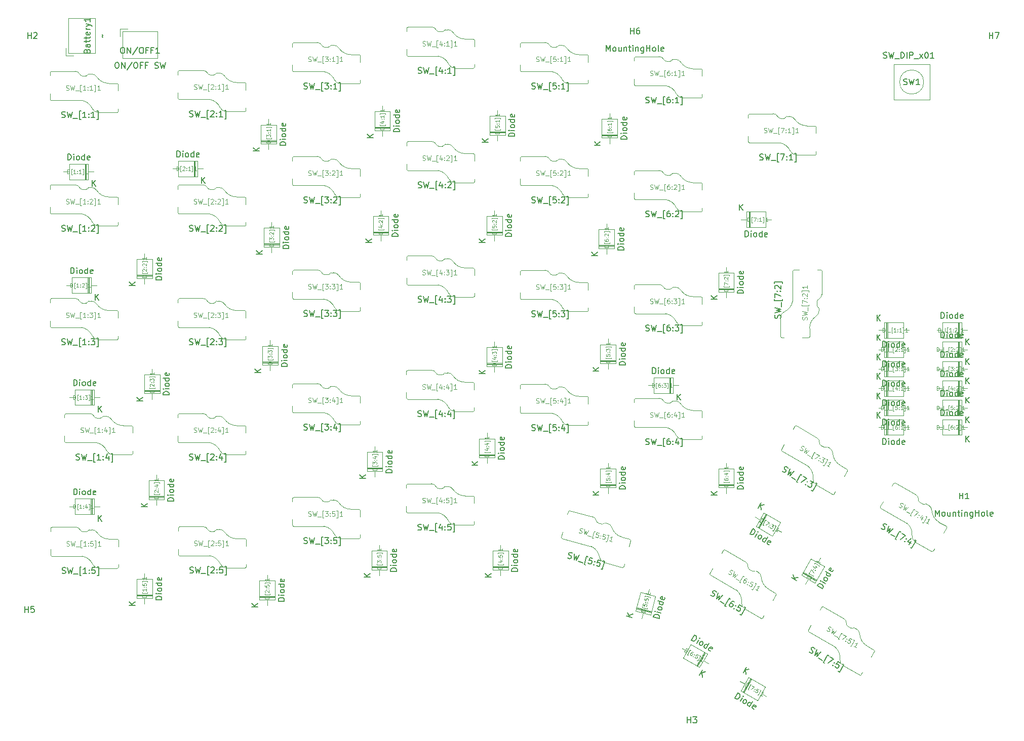
<source format=gbr>
%TF.GenerationSoftware,KiCad,Pcbnew,8.0.2-1*%
%TF.CreationDate,2024-06-04T22:44:42+02:00*%
%TF.ProjectId,keyboard_right,6b657962-6f61-4726-945f-72696768742e,rev?*%
%TF.SameCoordinates,Original*%
%TF.FileFunction,AssemblyDrawing,Top*%
%FSLAX46Y46*%
G04 Gerber Fmt 4.6, Leading zero omitted, Abs format (unit mm)*
G04 Created by KiCad (PCBNEW 8.0.2-1) date 2024-06-04 22:44:42*
%MOMM*%
%LPD*%
G01*
G04 APERTURE LIST*
%ADD10C,0.150000*%
%ADD11C,0.096000*%
%ADD12C,0.120000*%
%ADD13C,0.100000*%
G04 APERTURE END LIST*
D10*
X184666667Y-98874819D02*
X184666667Y-97874819D01*
X184666667Y-97874819D02*
X184904762Y-97874819D01*
X184904762Y-97874819D02*
X185047619Y-97922438D01*
X185047619Y-97922438D02*
X185142857Y-98017676D01*
X185142857Y-98017676D02*
X185190476Y-98112914D01*
X185190476Y-98112914D02*
X185238095Y-98303390D01*
X185238095Y-98303390D02*
X185238095Y-98446247D01*
X185238095Y-98446247D02*
X185190476Y-98636723D01*
X185190476Y-98636723D02*
X185142857Y-98731961D01*
X185142857Y-98731961D02*
X185047619Y-98827200D01*
X185047619Y-98827200D02*
X184904762Y-98874819D01*
X184904762Y-98874819D02*
X184666667Y-98874819D01*
X185666667Y-98874819D02*
X185666667Y-98208152D01*
X185666667Y-97874819D02*
X185619048Y-97922438D01*
X185619048Y-97922438D02*
X185666667Y-97970057D01*
X185666667Y-97970057D02*
X185714286Y-97922438D01*
X185714286Y-97922438D02*
X185666667Y-97874819D01*
X185666667Y-97874819D02*
X185666667Y-97970057D01*
X186285714Y-98874819D02*
X186190476Y-98827200D01*
X186190476Y-98827200D02*
X186142857Y-98779580D01*
X186142857Y-98779580D02*
X186095238Y-98684342D01*
X186095238Y-98684342D02*
X186095238Y-98398628D01*
X186095238Y-98398628D02*
X186142857Y-98303390D01*
X186142857Y-98303390D02*
X186190476Y-98255771D01*
X186190476Y-98255771D02*
X186285714Y-98208152D01*
X186285714Y-98208152D02*
X186428571Y-98208152D01*
X186428571Y-98208152D02*
X186523809Y-98255771D01*
X186523809Y-98255771D02*
X186571428Y-98303390D01*
X186571428Y-98303390D02*
X186619047Y-98398628D01*
X186619047Y-98398628D02*
X186619047Y-98684342D01*
X186619047Y-98684342D02*
X186571428Y-98779580D01*
X186571428Y-98779580D02*
X186523809Y-98827200D01*
X186523809Y-98827200D02*
X186428571Y-98874819D01*
X186428571Y-98874819D02*
X186285714Y-98874819D01*
X187476190Y-98874819D02*
X187476190Y-97874819D01*
X187476190Y-98827200D02*
X187380952Y-98874819D01*
X187380952Y-98874819D02*
X187190476Y-98874819D01*
X187190476Y-98874819D02*
X187095238Y-98827200D01*
X187095238Y-98827200D02*
X187047619Y-98779580D01*
X187047619Y-98779580D02*
X187000000Y-98684342D01*
X187000000Y-98684342D02*
X187000000Y-98398628D01*
X187000000Y-98398628D02*
X187047619Y-98303390D01*
X187047619Y-98303390D02*
X187095238Y-98255771D01*
X187095238Y-98255771D02*
X187190476Y-98208152D01*
X187190476Y-98208152D02*
X187380952Y-98208152D01*
X187380952Y-98208152D02*
X187476190Y-98255771D01*
X188333333Y-98827200D02*
X188238095Y-98874819D01*
X188238095Y-98874819D02*
X188047619Y-98874819D01*
X188047619Y-98874819D02*
X187952381Y-98827200D01*
X187952381Y-98827200D02*
X187904762Y-98731961D01*
X187904762Y-98731961D02*
X187904762Y-98351009D01*
X187904762Y-98351009D02*
X187952381Y-98255771D01*
X187952381Y-98255771D02*
X188047619Y-98208152D01*
X188047619Y-98208152D02*
X188238095Y-98208152D01*
X188238095Y-98208152D02*
X188333333Y-98255771D01*
X188333333Y-98255771D02*
X188380952Y-98351009D01*
X188380952Y-98351009D02*
X188380952Y-98446247D01*
X188380952Y-98446247D02*
X187904762Y-98541485D01*
X183698095Y-94454819D02*
X183698095Y-93454819D01*
X184269523Y-94454819D02*
X183840952Y-93883390D01*
X184269523Y-93454819D02*
X183698095Y-94026247D01*
D11*
X184439046Y-96291084D02*
X184439046Y-95651084D01*
X184439046Y-95651084D02*
X184591427Y-95651084D01*
X184591427Y-95651084D02*
X184682856Y-95681560D01*
X184682856Y-95681560D02*
X184743808Y-95742512D01*
X184743808Y-95742512D02*
X184774285Y-95803465D01*
X184774285Y-95803465D02*
X184804761Y-95925369D01*
X184804761Y-95925369D02*
X184804761Y-96016798D01*
X184804761Y-96016798D02*
X184774285Y-96138703D01*
X184774285Y-96138703D02*
X184743808Y-96199655D01*
X184743808Y-96199655D02*
X184682856Y-96260608D01*
X184682856Y-96260608D02*
X184591427Y-96291084D01*
X184591427Y-96291084D02*
X184439046Y-96291084D01*
X184926666Y-96352036D02*
X185414285Y-96352036D01*
X185566665Y-96291084D02*
X185566665Y-95651084D01*
X185719047Y-96352036D02*
X186206666Y-96352036D01*
X186541904Y-96504417D02*
X186389523Y-96504417D01*
X186389523Y-96504417D02*
X186389523Y-95590131D01*
X186389523Y-95590131D02*
X186541904Y-95590131D01*
X187059999Y-95651084D02*
X186938094Y-95651084D01*
X186938094Y-95651084D02*
X186877142Y-95681560D01*
X186877142Y-95681560D02*
X186846666Y-95712036D01*
X186846666Y-95712036D02*
X186785713Y-95803465D01*
X186785713Y-95803465D02*
X186755237Y-95925369D01*
X186755237Y-95925369D02*
X186755237Y-96169179D01*
X186755237Y-96169179D02*
X186785713Y-96230131D01*
X186785713Y-96230131D02*
X186816190Y-96260608D01*
X186816190Y-96260608D02*
X186877142Y-96291084D01*
X186877142Y-96291084D02*
X186999047Y-96291084D01*
X186999047Y-96291084D02*
X187059999Y-96260608D01*
X187059999Y-96260608D02*
X187090475Y-96230131D01*
X187090475Y-96230131D02*
X187120952Y-96169179D01*
X187120952Y-96169179D02*
X187120952Y-96016798D01*
X187120952Y-96016798D02*
X187090475Y-95955846D01*
X187090475Y-95955846D02*
X187059999Y-95925369D01*
X187059999Y-95925369D02*
X186999047Y-95894893D01*
X186999047Y-95894893D02*
X186877142Y-95894893D01*
X186877142Y-95894893D02*
X186816190Y-95925369D01*
X186816190Y-95925369D02*
X186785713Y-95955846D01*
X186785713Y-95955846D02*
X186755237Y-96016798D01*
X187395237Y-96230131D02*
X187425714Y-96260608D01*
X187425714Y-96260608D02*
X187395237Y-96291084D01*
X187395237Y-96291084D02*
X187364761Y-96260608D01*
X187364761Y-96260608D02*
X187395237Y-96230131D01*
X187395237Y-96230131D02*
X187395237Y-96291084D01*
X187395237Y-95894893D02*
X187425714Y-95925369D01*
X187425714Y-95925369D02*
X187395237Y-95955846D01*
X187395237Y-95955846D02*
X187364761Y-95925369D01*
X187364761Y-95925369D02*
X187395237Y-95894893D01*
X187395237Y-95894893D02*
X187395237Y-95955846D01*
X188035238Y-96291084D02*
X187669523Y-96291084D01*
X187852380Y-96291084D02*
X187852380Y-95651084D01*
X187852380Y-95651084D02*
X187791428Y-95742512D01*
X187791428Y-95742512D02*
X187730476Y-95803465D01*
X187730476Y-95803465D02*
X187669523Y-95833941D01*
X188248571Y-96504417D02*
X188400952Y-96504417D01*
X188400952Y-96504417D02*
X188400952Y-95590131D01*
X188400952Y-95590131D02*
X188248571Y-95590131D01*
X189071429Y-96291084D02*
X188705714Y-96291084D01*
X188888571Y-96291084D02*
X188888571Y-95651084D01*
X188888571Y-95651084D02*
X188827619Y-95742512D01*
X188827619Y-95742512D02*
X188766667Y-95803465D01*
X188766667Y-95803465D02*
X188705714Y-95833941D01*
D10*
X194416667Y-84284819D02*
X194416667Y-83284819D01*
X194416667Y-83284819D02*
X194654762Y-83284819D01*
X194654762Y-83284819D02*
X194797619Y-83332438D01*
X194797619Y-83332438D02*
X194892857Y-83427676D01*
X194892857Y-83427676D02*
X194940476Y-83522914D01*
X194940476Y-83522914D02*
X194988095Y-83713390D01*
X194988095Y-83713390D02*
X194988095Y-83856247D01*
X194988095Y-83856247D02*
X194940476Y-84046723D01*
X194940476Y-84046723D02*
X194892857Y-84141961D01*
X194892857Y-84141961D02*
X194797619Y-84237200D01*
X194797619Y-84237200D02*
X194654762Y-84284819D01*
X194654762Y-84284819D02*
X194416667Y-84284819D01*
X195416667Y-84284819D02*
X195416667Y-83618152D01*
X195416667Y-83284819D02*
X195369048Y-83332438D01*
X195369048Y-83332438D02*
X195416667Y-83380057D01*
X195416667Y-83380057D02*
X195464286Y-83332438D01*
X195464286Y-83332438D02*
X195416667Y-83284819D01*
X195416667Y-83284819D02*
X195416667Y-83380057D01*
X196035714Y-84284819D02*
X195940476Y-84237200D01*
X195940476Y-84237200D02*
X195892857Y-84189580D01*
X195892857Y-84189580D02*
X195845238Y-84094342D01*
X195845238Y-84094342D02*
X195845238Y-83808628D01*
X195845238Y-83808628D02*
X195892857Y-83713390D01*
X195892857Y-83713390D02*
X195940476Y-83665771D01*
X195940476Y-83665771D02*
X196035714Y-83618152D01*
X196035714Y-83618152D02*
X196178571Y-83618152D01*
X196178571Y-83618152D02*
X196273809Y-83665771D01*
X196273809Y-83665771D02*
X196321428Y-83713390D01*
X196321428Y-83713390D02*
X196369047Y-83808628D01*
X196369047Y-83808628D02*
X196369047Y-84094342D01*
X196369047Y-84094342D02*
X196321428Y-84189580D01*
X196321428Y-84189580D02*
X196273809Y-84237200D01*
X196273809Y-84237200D02*
X196178571Y-84284819D01*
X196178571Y-84284819D02*
X196035714Y-84284819D01*
X197226190Y-84284819D02*
X197226190Y-83284819D01*
X197226190Y-84237200D02*
X197130952Y-84284819D01*
X197130952Y-84284819D02*
X196940476Y-84284819D01*
X196940476Y-84284819D02*
X196845238Y-84237200D01*
X196845238Y-84237200D02*
X196797619Y-84189580D01*
X196797619Y-84189580D02*
X196750000Y-84094342D01*
X196750000Y-84094342D02*
X196750000Y-83808628D01*
X196750000Y-83808628D02*
X196797619Y-83713390D01*
X196797619Y-83713390D02*
X196845238Y-83665771D01*
X196845238Y-83665771D02*
X196940476Y-83618152D01*
X196940476Y-83618152D02*
X197130952Y-83618152D01*
X197130952Y-83618152D02*
X197226190Y-83665771D01*
X198083333Y-84237200D02*
X197988095Y-84284819D01*
X197988095Y-84284819D02*
X197797619Y-84284819D01*
X197797619Y-84284819D02*
X197702381Y-84237200D01*
X197702381Y-84237200D02*
X197654762Y-84141961D01*
X197654762Y-84141961D02*
X197654762Y-83761009D01*
X197654762Y-83761009D02*
X197702381Y-83665771D01*
X197702381Y-83665771D02*
X197797619Y-83618152D01*
X197797619Y-83618152D02*
X197988095Y-83618152D01*
X197988095Y-83618152D02*
X198083333Y-83665771D01*
X198083333Y-83665771D02*
X198130952Y-83761009D01*
X198130952Y-83761009D02*
X198130952Y-83856247D01*
X198130952Y-83856247D02*
X197654762Y-83951485D01*
D11*
X193709046Y-86541084D02*
X193709046Y-85901084D01*
X193709046Y-85901084D02*
X193861427Y-85901084D01*
X193861427Y-85901084D02*
X193952856Y-85931560D01*
X193952856Y-85931560D02*
X194013808Y-85992512D01*
X194013808Y-85992512D02*
X194044285Y-86053465D01*
X194044285Y-86053465D02*
X194074761Y-86175369D01*
X194074761Y-86175369D02*
X194074761Y-86266798D01*
X194074761Y-86266798D02*
X194044285Y-86388703D01*
X194044285Y-86388703D02*
X194013808Y-86449655D01*
X194013808Y-86449655D02*
X193952856Y-86510608D01*
X193952856Y-86510608D02*
X193861427Y-86541084D01*
X193861427Y-86541084D02*
X193709046Y-86541084D01*
X194196666Y-86602036D02*
X194684285Y-86602036D01*
X194836665Y-86541084D02*
X194836665Y-85901084D01*
X194989047Y-86602036D02*
X195476666Y-86602036D01*
X195811904Y-86754417D02*
X195659523Y-86754417D01*
X195659523Y-86754417D02*
X195659523Y-85840131D01*
X195659523Y-85840131D02*
X195811904Y-85840131D01*
X195994761Y-85901084D02*
X196390952Y-85901084D01*
X196390952Y-85901084D02*
X196177618Y-86144893D01*
X196177618Y-86144893D02*
X196269047Y-86144893D01*
X196269047Y-86144893D02*
X196329999Y-86175369D01*
X196329999Y-86175369D02*
X196360475Y-86205846D01*
X196360475Y-86205846D02*
X196390952Y-86266798D01*
X196390952Y-86266798D02*
X196390952Y-86419179D01*
X196390952Y-86419179D02*
X196360475Y-86480131D01*
X196360475Y-86480131D02*
X196329999Y-86510608D01*
X196329999Y-86510608D02*
X196269047Y-86541084D01*
X196269047Y-86541084D02*
X196086190Y-86541084D01*
X196086190Y-86541084D02*
X196025237Y-86510608D01*
X196025237Y-86510608D02*
X195994761Y-86480131D01*
X196665237Y-86480131D02*
X196695714Y-86510608D01*
X196695714Y-86510608D02*
X196665237Y-86541084D01*
X196665237Y-86541084D02*
X196634761Y-86510608D01*
X196634761Y-86510608D02*
X196665237Y-86480131D01*
X196665237Y-86480131D02*
X196665237Y-86541084D01*
X196665237Y-86144893D02*
X196695714Y-86175369D01*
X196695714Y-86175369D02*
X196665237Y-86205846D01*
X196665237Y-86205846D02*
X196634761Y-86175369D01*
X196634761Y-86175369D02*
X196665237Y-86144893D01*
X196665237Y-86144893D02*
X196665237Y-86205846D01*
X196939523Y-85962036D02*
X196969999Y-85931560D01*
X196969999Y-85931560D02*
X197030952Y-85901084D01*
X197030952Y-85901084D02*
X197183333Y-85901084D01*
X197183333Y-85901084D02*
X197244285Y-85931560D01*
X197244285Y-85931560D02*
X197274761Y-85962036D01*
X197274761Y-85962036D02*
X197305238Y-86022988D01*
X197305238Y-86022988D02*
X197305238Y-86083941D01*
X197305238Y-86083941D02*
X197274761Y-86175369D01*
X197274761Y-86175369D02*
X196909047Y-86541084D01*
X196909047Y-86541084D02*
X197305238Y-86541084D01*
X197518571Y-86754417D02*
X197670952Y-86754417D01*
X197670952Y-86754417D02*
X197670952Y-85840131D01*
X197670952Y-85840131D02*
X197518571Y-85840131D01*
X198341429Y-86541084D02*
X197975714Y-86541084D01*
X198158571Y-86541084D02*
X198158571Y-85901084D01*
X198158571Y-85901084D02*
X198097619Y-85992512D01*
X198097619Y-85992512D02*
X198036667Y-86053465D01*
X198036667Y-86053465D02*
X197975714Y-86083941D01*
D10*
X198528095Y-88704819D02*
X198528095Y-87704819D01*
X199099523Y-88704819D02*
X198670952Y-88133390D01*
X199099523Y-87704819D02*
X198528095Y-88276247D01*
X184666667Y-85874819D02*
X184666667Y-84874819D01*
X184666667Y-84874819D02*
X184904762Y-84874819D01*
X184904762Y-84874819D02*
X185047619Y-84922438D01*
X185047619Y-84922438D02*
X185142857Y-85017676D01*
X185142857Y-85017676D02*
X185190476Y-85112914D01*
X185190476Y-85112914D02*
X185238095Y-85303390D01*
X185238095Y-85303390D02*
X185238095Y-85446247D01*
X185238095Y-85446247D02*
X185190476Y-85636723D01*
X185190476Y-85636723D02*
X185142857Y-85731961D01*
X185142857Y-85731961D02*
X185047619Y-85827200D01*
X185047619Y-85827200D02*
X184904762Y-85874819D01*
X184904762Y-85874819D02*
X184666667Y-85874819D01*
X185666667Y-85874819D02*
X185666667Y-85208152D01*
X185666667Y-84874819D02*
X185619048Y-84922438D01*
X185619048Y-84922438D02*
X185666667Y-84970057D01*
X185666667Y-84970057D02*
X185714286Y-84922438D01*
X185714286Y-84922438D02*
X185666667Y-84874819D01*
X185666667Y-84874819D02*
X185666667Y-84970057D01*
X186285714Y-85874819D02*
X186190476Y-85827200D01*
X186190476Y-85827200D02*
X186142857Y-85779580D01*
X186142857Y-85779580D02*
X186095238Y-85684342D01*
X186095238Y-85684342D02*
X186095238Y-85398628D01*
X186095238Y-85398628D02*
X186142857Y-85303390D01*
X186142857Y-85303390D02*
X186190476Y-85255771D01*
X186190476Y-85255771D02*
X186285714Y-85208152D01*
X186285714Y-85208152D02*
X186428571Y-85208152D01*
X186428571Y-85208152D02*
X186523809Y-85255771D01*
X186523809Y-85255771D02*
X186571428Y-85303390D01*
X186571428Y-85303390D02*
X186619047Y-85398628D01*
X186619047Y-85398628D02*
X186619047Y-85684342D01*
X186619047Y-85684342D02*
X186571428Y-85779580D01*
X186571428Y-85779580D02*
X186523809Y-85827200D01*
X186523809Y-85827200D02*
X186428571Y-85874819D01*
X186428571Y-85874819D02*
X186285714Y-85874819D01*
X187476190Y-85874819D02*
X187476190Y-84874819D01*
X187476190Y-85827200D02*
X187380952Y-85874819D01*
X187380952Y-85874819D02*
X187190476Y-85874819D01*
X187190476Y-85874819D02*
X187095238Y-85827200D01*
X187095238Y-85827200D02*
X187047619Y-85779580D01*
X187047619Y-85779580D02*
X187000000Y-85684342D01*
X187000000Y-85684342D02*
X187000000Y-85398628D01*
X187000000Y-85398628D02*
X187047619Y-85303390D01*
X187047619Y-85303390D02*
X187095238Y-85255771D01*
X187095238Y-85255771D02*
X187190476Y-85208152D01*
X187190476Y-85208152D02*
X187380952Y-85208152D01*
X187380952Y-85208152D02*
X187476190Y-85255771D01*
X188333333Y-85827200D02*
X188238095Y-85874819D01*
X188238095Y-85874819D02*
X188047619Y-85874819D01*
X188047619Y-85874819D02*
X187952381Y-85827200D01*
X187952381Y-85827200D02*
X187904762Y-85731961D01*
X187904762Y-85731961D02*
X187904762Y-85351009D01*
X187904762Y-85351009D02*
X187952381Y-85255771D01*
X187952381Y-85255771D02*
X188047619Y-85208152D01*
X188047619Y-85208152D02*
X188238095Y-85208152D01*
X188238095Y-85208152D02*
X188333333Y-85255771D01*
X188333333Y-85255771D02*
X188380952Y-85351009D01*
X188380952Y-85351009D02*
X188380952Y-85446247D01*
X188380952Y-85446247D02*
X187904762Y-85541485D01*
D11*
X184439046Y-83291084D02*
X184439046Y-82651084D01*
X184439046Y-82651084D02*
X184591427Y-82651084D01*
X184591427Y-82651084D02*
X184682856Y-82681560D01*
X184682856Y-82681560D02*
X184743808Y-82742512D01*
X184743808Y-82742512D02*
X184774285Y-82803465D01*
X184774285Y-82803465D02*
X184804761Y-82925369D01*
X184804761Y-82925369D02*
X184804761Y-83016798D01*
X184804761Y-83016798D02*
X184774285Y-83138703D01*
X184774285Y-83138703D02*
X184743808Y-83199655D01*
X184743808Y-83199655D02*
X184682856Y-83260608D01*
X184682856Y-83260608D02*
X184591427Y-83291084D01*
X184591427Y-83291084D02*
X184439046Y-83291084D01*
X184926666Y-83352036D02*
X185414285Y-83352036D01*
X185566665Y-83291084D02*
X185566665Y-82651084D01*
X185719047Y-83352036D02*
X186206666Y-83352036D01*
X186541904Y-83504417D02*
X186389523Y-83504417D01*
X186389523Y-83504417D02*
X186389523Y-82590131D01*
X186389523Y-82590131D02*
X186541904Y-82590131D01*
X186755237Y-82712036D02*
X186785713Y-82681560D01*
X186785713Y-82681560D02*
X186846666Y-82651084D01*
X186846666Y-82651084D02*
X186999047Y-82651084D01*
X186999047Y-82651084D02*
X187059999Y-82681560D01*
X187059999Y-82681560D02*
X187090475Y-82712036D01*
X187090475Y-82712036D02*
X187120952Y-82772988D01*
X187120952Y-82772988D02*
X187120952Y-82833941D01*
X187120952Y-82833941D02*
X187090475Y-82925369D01*
X187090475Y-82925369D02*
X186724761Y-83291084D01*
X186724761Y-83291084D02*
X187120952Y-83291084D01*
X187395237Y-83230131D02*
X187425714Y-83260608D01*
X187425714Y-83260608D02*
X187395237Y-83291084D01*
X187395237Y-83291084D02*
X187364761Y-83260608D01*
X187364761Y-83260608D02*
X187395237Y-83230131D01*
X187395237Y-83230131D02*
X187395237Y-83291084D01*
X187395237Y-82894893D02*
X187425714Y-82925369D01*
X187425714Y-82925369D02*
X187395237Y-82955846D01*
X187395237Y-82955846D02*
X187364761Y-82925369D01*
X187364761Y-82925369D02*
X187395237Y-82894893D01*
X187395237Y-82894893D02*
X187395237Y-82955846D01*
X188035238Y-83291084D02*
X187669523Y-83291084D01*
X187852380Y-83291084D02*
X187852380Y-82651084D01*
X187852380Y-82651084D02*
X187791428Y-82742512D01*
X187791428Y-82742512D02*
X187730476Y-82803465D01*
X187730476Y-82803465D02*
X187669523Y-82833941D01*
X188248571Y-83504417D02*
X188400952Y-83504417D01*
X188400952Y-83504417D02*
X188400952Y-82590131D01*
X188400952Y-82590131D02*
X188248571Y-82590131D01*
X189071429Y-83291084D02*
X188705714Y-83291084D01*
X188888571Y-83291084D02*
X188888571Y-82651084D01*
X188888571Y-82651084D02*
X188827619Y-82742512D01*
X188827619Y-82742512D02*
X188766667Y-82803465D01*
X188766667Y-82803465D02*
X188705714Y-82833941D01*
D10*
X183698095Y-81454819D02*
X183698095Y-80454819D01*
X184269523Y-81454819D02*
X183840952Y-80883390D01*
X184269523Y-80454819D02*
X183698095Y-81026247D01*
X184666667Y-95624819D02*
X184666667Y-94624819D01*
X184666667Y-94624819D02*
X184904762Y-94624819D01*
X184904762Y-94624819D02*
X185047619Y-94672438D01*
X185047619Y-94672438D02*
X185142857Y-94767676D01*
X185142857Y-94767676D02*
X185190476Y-94862914D01*
X185190476Y-94862914D02*
X185238095Y-95053390D01*
X185238095Y-95053390D02*
X185238095Y-95196247D01*
X185238095Y-95196247D02*
X185190476Y-95386723D01*
X185190476Y-95386723D02*
X185142857Y-95481961D01*
X185142857Y-95481961D02*
X185047619Y-95577200D01*
X185047619Y-95577200D02*
X184904762Y-95624819D01*
X184904762Y-95624819D02*
X184666667Y-95624819D01*
X185666667Y-95624819D02*
X185666667Y-94958152D01*
X185666667Y-94624819D02*
X185619048Y-94672438D01*
X185619048Y-94672438D02*
X185666667Y-94720057D01*
X185666667Y-94720057D02*
X185714286Y-94672438D01*
X185714286Y-94672438D02*
X185666667Y-94624819D01*
X185666667Y-94624819D02*
X185666667Y-94720057D01*
X186285714Y-95624819D02*
X186190476Y-95577200D01*
X186190476Y-95577200D02*
X186142857Y-95529580D01*
X186142857Y-95529580D02*
X186095238Y-95434342D01*
X186095238Y-95434342D02*
X186095238Y-95148628D01*
X186095238Y-95148628D02*
X186142857Y-95053390D01*
X186142857Y-95053390D02*
X186190476Y-95005771D01*
X186190476Y-95005771D02*
X186285714Y-94958152D01*
X186285714Y-94958152D02*
X186428571Y-94958152D01*
X186428571Y-94958152D02*
X186523809Y-95005771D01*
X186523809Y-95005771D02*
X186571428Y-95053390D01*
X186571428Y-95053390D02*
X186619047Y-95148628D01*
X186619047Y-95148628D02*
X186619047Y-95434342D01*
X186619047Y-95434342D02*
X186571428Y-95529580D01*
X186571428Y-95529580D02*
X186523809Y-95577200D01*
X186523809Y-95577200D02*
X186428571Y-95624819D01*
X186428571Y-95624819D02*
X186285714Y-95624819D01*
X187476190Y-95624819D02*
X187476190Y-94624819D01*
X187476190Y-95577200D02*
X187380952Y-95624819D01*
X187380952Y-95624819D02*
X187190476Y-95624819D01*
X187190476Y-95624819D02*
X187095238Y-95577200D01*
X187095238Y-95577200D02*
X187047619Y-95529580D01*
X187047619Y-95529580D02*
X187000000Y-95434342D01*
X187000000Y-95434342D02*
X187000000Y-95148628D01*
X187000000Y-95148628D02*
X187047619Y-95053390D01*
X187047619Y-95053390D02*
X187095238Y-95005771D01*
X187095238Y-95005771D02*
X187190476Y-94958152D01*
X187190476Y-94958152D02*
X187380952Y-94958152D01*
X187380952Y-94958152D02*
X187476190Y-95005771D01*
X188333333Y-95577200D02*
X188238095Y-95624819D01*
X188238095Y-95624819D02*
X188047619Y-95624819D01*
X188047619Y-95624819D02*
X187952381Y-95577200D01*
X187952381Y-95577200D02*
X187904762Y-95481961D01*
X187904762Y-95481961D02*
X187904762Y-95101009D01*
X187904762Y-95101009D02*
X187952381Y-95005771D01*
X187952381Y-95005771D02*
X188047619Y-94958152D01*
X188047619Y-94958152D02*
X188238095Y-94958152D01*
X188238095Y-94958152D02*
X188333333Y-95005771D01*
X188333333Y-95005771D02*
X188380952Y-95101009D01*
X188380952Y-95101009D02*
X188380952Y-95196247D01*
X188380952Y-95196247D02*
X187904762Y-95291485D01*
D11*
X184439046Y-93041084D02*
X184439046Y-92401084D01*
X184439046Y-92401084D02*
X184591427Y-92401084D01*
X184591427Y-92401084D02*
X184682856Y-92431560D01*
X184682856Y-92431560D02*
X184743808Y-92492512D01*
X184743808Y-92492512D02*
X184774285Y-92553465D01*
X184774285Y-92553465D02*
X184804761Y-92675369D01*
X184804761Y-92675369D02*
X184804761Y-92766798D01*
X184804761Y-92766798D02*
X184774285Y-92888703D01*
X184774285Y-92888703D02*
X184743808Y-92949655D01*
X184743808Y-92949655D02*
X184682856Y-93010608D01*
X184682856Y-93010608D02*
X184591427Y-93041084D01*
X184591427Y-93041084D02*
X184439046Y-93041084D01*
X184926666Y-93102036D02*
X185414285Y-93102036D01*
X185566665Y-93041084D02*
X185566665Y-92401084D01*
X185719047Y-93102036D02*
X186206666Y-93102036D01*
X186541904Y-93254417D02*
X186389523Y-93254417D01*
X186389523Y-93254417D02*
X186389523Y-92340131D01*
X186389523Y-92340131D02*
X186541904Y-92340131D01*
X187090475Y-92401084D02*
X186785713Y-92401084D01*
X186785713Y-92401084D02*
X186755237Y-92705846D01*
X186755237Y-92705846D02*
X186785713Y-92675369D01*
X186785713Y-92675369D02*
X186846666Y-92644893D01*
X186846666Y-92644893D02*
X186999047Y-92644893D01*
X186999047Y-92644893D02*
X187059999Y-92675369D01*
X187059999Y-92675369D02*
X187090475Y-92705846D01*
X187090475Y-92705846D02*
X187120952Y-92766798D01*
X187120952Y-92766798D02*
X187120952Y-92919179D01*
X187120952Y-92919179D02*
X187090475Y-92980131D01*
X187090475Y-92980131D02*
X187059999Y-93010608D01*
X187059999Y-93010608D02*
X186999047Y-93041084D01*
X186999047Y-93041084D02*
X186846666Y-93041084D01*
X186846666Y-93041084D02*
X186785713Y-93010608D01*
X186785713Y-93010608D02*
X186755237Y-92980131D01*
X187395237Y-92980131D02*
X187425714Y-93010608D01*
X187425714Y-93010608D02*
X187395237Y-93041084D01*
X187395237Y-93041084D02*
X187364761Y-93010608D01*
X187364761Y-93010608D02*
X187395237Y-92980131D01*
X187395237Y-92980131D02*
X187395237Y-93041084D01*
X187395237Y-92644893D02*
X187425714Y-92675369D01*
X187425714Y-92675369D02*
X187395237Y-92705846D01*
X187395237Y-92705846D02*
X187364761Y-92675369D01*
X187364761Y-92675369D02*
X187395237Y-92644893D01*
X187395237Y-92644893D02*
X187395237Y-92705846D01*
X188035238Y-93041084D02*
X187669523Y-93041084D01*
X187852380Y-93041084D02*
X187852380Y-92401084D01*
X187852380Y-92401084D02*
X187791428Y-92492512D01*
X187791428Y-92492512D02*
X187730476Y-92553465D01*
X187730476Y-92553465D02*
X187669523Y-92583941D01*
X188248571Y-93254417D02*
X188400952Y-93254417D01*
X188400952Y-93254417D02*
X188400952Y-92340131D01*
X188400952Y-92340131D02*
X188248571Y-92340131D01*
X189071429Y-93041084D02*
X188705714Y-93041084D01*
X188888571Y-93041084D02*
X188888571Y-92401084D01*
X188888571Y-92401084D02*
X188827619Y-92492512D01*
X188827619Y-92492512D02*
X188766667Y-92553465D01*
X188766667Y-92553465D02*
X188705714Y-92583941D01*
D10*
X183698095Y-91204819D02*
X183698095Y-90204819D01*
X184269523Y-91204819D02*
X183840952Y-90633390D01*
X184269523Y-90204819D02*
X183698095Y-90776247D01*
X184666667Y-82624819D02*
X184666667Y-81624819D01*
X184666667Y-81624819D02*
X184904762Y-81624819D01*
X184904762Y-81624819D02*
X185047619Y-81672438D01*
X185047619Y-81672438D02*
X185142857Y-81767676D01*
X185142857Y-81767676D02*
X185190476Y-81862914D01*
X185190476Y-81862914D02*
X185238095Y-82053390D01*
X185238095Y-82053390D02*
X185238095Y-82196247D01*
X185238095Y-82196247D02*
X185190476Y-82386723D01*
X185190476Y-82386723D02*
X185142857Y-82481961D01*
X185142857Y-82481961D02*
X185047619Y-82577200D01*
X185047619Y-82577200D02*
X184904762Y-82624819D01*
X184904762Y-82624819D02*
X184666667Y-82624819D01*
X185666667Y-82624819D02*
X185666667Y-81958152D01*
X185666667Y-81624819D02*
X185619048Y-81672438D01*
X185619048Y-81672438D02*
X185666667Y-81720057D01*
X185666667Y-81720057D02*
X185714286Y-81672438D01*
X185714286Y-81672438D02*
X185666667Y-81624819D01*
X185666667Y-81624819D02*
X185666667Y-81720057D01*
X186285714Y-82624819D02*
X186190476Y-82577200D01*
X186190476Y-82577200D02*
X186142857Y-82529580D01*
X186142857Y-82529580D02*
X186095238Y-82434342D01*
X186095238Y-82434342D02*
X186095238Y-82148628D01*
X186095238Y-82148628D02*
X186142857Y-82053390D01*
X186142857Y-82053390D02*
X186190476Y-82005771D01*
X186190476Y-82005771D02*
X186285714Y-81958152D01*
X186285714Y-81958152D02*
X186428571Y-81958152D01*
X186428571Y-81958152D02*
X186523809Y-82005771D01*
X186523809Y-82005771D02*
X186571428Y-82053390D01*
X186571428Y-82053390D02*
X186619047Y-82148628D01*
X186619047Y-82148628D02*
X186619047Y-82434342D01*
X186619047Y-82434342D02*
X186571428Y-82529580D01*
X186571428Y-82529580D02*
X186523809Y-82577200D01*
X186523809Y-82577200D02*
X186428571Y-82624819D01*
X186428571Y-82624819D02*
X186285714Y-82624819D01*
X187476190Y-82624819D02*
X187476190Y-81624819D01*
X187476190Y-82577200D02*
X187380952Y-82624819D01*
X187380952Y-82624819D02*
X187190476Y-82624819D01*
X187190476Y-82624819D02*
X187095238Y-82577200D01*
X187095238Y-82577200D02*
X187047619Y-82529580D01*
X187047619Y-82529580D02*
X187000000Y-82434342D01*
X187000000Y-82434342D02*
X187000000Y-82148628D01*
X187000000Y-82148628D02*
X187047619Y-82053390D01*
X187047619Y-82053390D02*
X187095238Y-82005771D01*
X187095238Y-82005771D02*
X187190476Y-81958152D01*
X187190476Y-81958152D02*
X187380952Y-81958152D01*
X187380952Y-81958152D02*
X187476190Y-82005771D01*
X188333333Y-82577200D02*
X188238095Y-82624819D01*
X188238095Y-82624819D02*
X188047619Y-82624819D01*
X188047619Y-82624819D02*
X187952381Y-82577200D01*
X187952381Y-82577200D02*
X187904762Y-82481961D01*
X187904762Y-82481961D02*
X187904762Y-82101009D01*
X187904762Y-82101009D02*
X187952381Y-82005771D01*
X187952381Y-82005771D02*
X188047619Y-81958152D01*
X188047619Y-81958152D02*
X188238095Y-81958152D01*
X188238095Y-81958152D02*
X188333333Y-82005771D01*
X188333333Y-82005771D02*
X188380952Y-82101009D01*
X188380952Y-82101009D02*
X188380952Y-82196247D01*
X188380952Y-82196247D02*
X187904762Y-82291485D01*
D11*
X184682856Y-80041084D02*
X184682856Y-79401084D01*
X184682856Y-79401084D02*
X184835237Y-79401084D01*
X184835237Y-79401084D02*
X184926666Y-79431560D01*
X184926666Y-79431560D02*
X184987618Y-79492512D01*
X184987618Y-79492512D02*
X185018095Y-79553465D01*
X185018095Y-79553465D02*
X185048571Y-79675369D01*
X185048571Y-79675369D02*
X185048571Y-79766798D01*
X185048571Y-79766798D02*
X185018095Y-79888703D01*
X185018095Y-79888703D02*
X184987618Y-79949655D01*
X184987618Y-79949655D02*
X184926666Y-80010608D01*
X184926666Y-80010608D02*
X184835237Y-80041084D01*
X184835237Y-80041084D02*
X184682856Y-80041084D01*
X185322856Y-80041084D02*
X185322856Y-79401084D01*
X185475238Y-80102036D02*
X185962857Y-80102036D01*
X186298095Y-80254417D02*
X186145714Y-80254417D01*
X186145714Y-80254417D02*
X186145714Y-79340131D01*
X186145714Y-79340131D02*
X186298095Y-79340131D01*
X186877143Y-80041084D02*
X186511428Y-80041084D01*
X186694285Y-80041084D02*
X186694285Y-79401084D01*
X186694285Y-79401084D02*
X186633333Y-79492512D01*
X186633333Y-79492512D02*
X186572381Y-79553465D01*
X186572381Y-79553465D02*
X186511428Y-79583941D01*
X187151428Y-79980131D02*
X187181905Y-80010608D01*
X187181905Y-80010608D02*
X187151428Y-80041084D01*
X187151428Y-80041084D02*
X187120952Y-80010608D01*
X187120952Y-80010608D02*
X187151428Y-79980131D01*
X187151428Y-79980131D02*
X187151428Y-80041084D01*
X187151428Y-79644893D02*
X187181905Y-79675369D01*
X187181905Y-79675369D02*
X187151428Y-79705846D01*
X187151428Y-79705846D02*
X187120952Y-79675369D01*
X187120952Y-79675369D02*
X187151428Y-79644893D01*
X187151428Y-79644893D02*
X187151428Y-79705846D01*
X187791429Y-80041084D02*
X187425714Y-80041084D01*
X187608571Y-80041084D02*
X187608571Y-79401084D01*
X187608571Y-79401084D02*
X187547619Y-79492512D01*
X187547619Y-79492512D02*
X187486667Y-79553465D01*
X187486667Y-79553465D02*
X187425714Y-79583941D01*
X188004762Y-80254417D02*
X188157143Y-80254417D01*
X188157143Y-80254417D02*
X188157143Y-79340131D01*
X188157143Y-79340131D02*
X188004762Y-79340131D01*
X188827620Y-80041084D02*
X188461905Y-80041084D01*
X188644762Y-80041084D02*
X188644762Y-79401084D01*
X188644762Y-79401084D02*
X188583810Y-79492512D01*
X188583810Y-79492512D02*
X188522858Y-79553465D01*
X188522858Y-79553465D02*
X188461905Y-79583941D01*
D10*
X183698095Y-78204819D02*
X183698095Y-77204819D01*
X184269523Y-78204819D02*
X183840952Y-77633390D01*
X184269523Y-77204819D02*
X183698095Y-77776247D01*
X184666667Y-92374819D02*
X184666667Y-91374819D01*
X184666667Y-91374819D02*
X184904762Y-91374819D01*
X184904762Y-91374819D02*
X185047619Y-91422438D01*
X185047619Y-91422438D02*
X185142857Y-91517676D01*
X185142857Y-91517676D02*
X185190476Y-91612914D01*
X185190476Y-91612914D02*
X185238095Y-91803390D01*
X185238095Y-91803390D02*
X185238095Y-91946247D01*
X185238095Y-91946247D02*
X185190476Y-92136723D01*
X185190476Y-92136723D02*
X185142857Y-92231961D01*
X185142857Y-92231961D02*
X185047619Y-92327200D01*
X185047619Y-92327200D02*
X184904762Y-92374819D01*
X184904762Y-92374819D02*
X184666667Y-92374819D01*
X185666667Y-92374819D02*
X185666667Y-91708152D01*
X185666667Y-91374819D02*
X185619048Y-91422438D01*
X185619048Y-91422438D02*
X185666667Y-91470057D01*
X185666667Y-91470057D02*
X185714286Y-91422438D01*
X185714286Y-91422438D02*
X185666667Y-91374819D01*
X185666667Y-91374819D02*
X185666667Y-91470057D01*
X186285714Y-92374819D02*
X186190476Y-92327200D01*
X186190476Y-92327200D02*
X186142857Y-92279580D01*
X186142857Y-92279580D02*
X186095238Y-92184342D01*
X186095238Y-92184342D02*
X186095238Y-91898628D01*
X186095238Y-91898628D02*
X186142857Y-91803390D01*
X186142857Y-91803390D02*
X186190476Y-91755771D01*
X186190476Y-91755771D02*
X186285714Y-91708152D01*
X186285714Y-91708152D02*
X186428571Y-91708152D01*
X186428571Y-91708152D02*
X186523809Y-91755771D01*
X186523809Y-91755771D02*
X186571428Y-91803390D01*
X186571428Y-91803390D02*
X186619047Y-91898628D01*
X186619047Y-91898628D02*
X186619047Y-92184342D01*
X186619047Y-92184342D02*
X186571428Y-92279580D01*
X186571428Y-92279580D02*
X186523809Y-92327200D01*
X186523809Y-92327200D02*
X186428571Y-92374819D01*
X186428571Y-92374819D02*
X186285714Y-92374819D01*
X187476190Y-92374819D02*
X187476190Y-91374819D01*
X187476190Y-92327200D02*
X187380952Y-92374819D01*
X187380952Y-92374819D02*
X187190476Y-92374819D01*
X187190476Y-92374819D02*
X187095238Y-92327200D01*
X187095238Y-92327200D02*
X187047619Y-92279580D01*
X187047619Y-92279580D02*
X187000000Y-92184342D01*
X187000000Y-92184342D02*
X187000000Y-91898628D01*
X187000000Y-91898628D02*
X187047619Y-91803390D01*
X187047619Y-91803390D02*
X187095238Y-91755771D01*
X187095238Y-91755771D02*
X187190476Y-91708152D01*
X187190476Y-91708152D02*
X187380952Y-91708152D01*
X187380952Y-91708152D02*
X187476190Y-91755771D01*
X188333333Y-92327200D02*
X188238095Y-92374819D01*
X188238095Y-92374819D02*
X188047619Y-92374819D01*
X188047619Y-92374819D02*
X187952381Y-92327200D01*
X187952381Y-92327200D02*
X187904762Y-92231961D01*
X187904762Y-92231961D02*
X187904762Y-91851009D01*
X187904762Y-91851009D02*
X187952381Y-91755771D01*
X187952381Y-91755771D02*
X188047619Y-91708152D01*
X188047619Y-91708152D02*
X188238095Y-91708152D01*
X188238095Y-91708152D02*
X188333333Y-91755771D01*
X188333333Y-91755771D02*
X188380952Y-91851009D01*
X188380952Y-91851009D02*
X188380952Y-91946247D01*
X188380952Y-91946247D02*
X187904762Y-92041485D01*
X183698095Y-87954819D02*
X183698095Y-86954819D01*
X184269523Y-87954819D02*
X183840952Y-87383390D01*
X184269523Y-86954819D02*
X183698095Y-87526247D01*
D11*
X184439046Y-89791084D02*
X184439046Y-89151084D01*
X184439046Y-89151084D02*
X184591427Y-89151084D01*
X184591427Y-89151084D02*
X184682856Y-89181560D01*
X184682856Y-89181560D02*
X184743808Y-89242512D01*
X184743808Y-89242512D02*
X184774285Y-89303465D01*
X184774285Y-89303465D02*
X184804761Y-89425369D01*
X184804761Y-89425369D02*
X184804761Y-89516798D01*
X184804761Y-89516798D02*
X184774285Y-89638703D01*
X184774285Y-89638703D02*
X184743808Y-89699655D01*
X184743808Y-89699655D02*
X184682856Y-89760608D01*
X184682856Y-89760608D02*
X184591427Y-89791084D01*
X184591427Y-89791084D02*
X184439046Y-89791084D01*
X184926666Y-89852036D02*
X185414285Y-89852036D01*
X185566665Y-89791084D02*
X185566665Y-89151084D01*
X185719047Y-89852036D02*
X186206666Y-89852036D01*
X186541904Y-90004417D02*
X186389523Y-90004417D01*
X186389523Y-90004417D02*
X186389523Y-89090131D01*
X186389523Y-89090131D02*
X186541904Y-89090131D01*
X187059999Y-89364417D02*
X187059999Y-89791084D01*
X186907618Y-89120608D02*
X186755237Y-89577750D01*
X186755237Y-89577750D02*
X187151428Y-89577750D01*
X187395237Y-89730131D02*
X187425714Y-89760608D01*
X187425714Y-89760608D02*
X187395237Y-89791084D01*
X187395237Y-89791084D02*
X187364761Y-89760608D01*
X187364761Y-89760608D02*
X187395237Y-89730131D01*
X187395237Y-89730131D02*
X187395237Y-89791084D01*
X187395237Y-89394893D02*
X187425714Y-89425369D01*
X187425714Y-89425369D02*
X187395237Y-89455846D01*
X187395237Y-89455846D02*
X187364761Y-89425369D01*
X187364761Y-89425369D02*
X187395237Y-89394893D01*
X187395237Y-89394893D02*
X187395237Y-89455846D01*
X188035238Y-89791084D02*
X187669523Y-89791084D01*
X187852380Y-89791084D02*
X187852380Y-89151084D01*
X187852380Y-89151084D02*
X187791428Y-89242512D01*
X187791428Y-89242512D02*
X187730476Y-89303465D01*
X187730476Y-89303465D02*
X187669523Y-89333941D01*
X188248571Y-90004417D02*
X188400952Y-90004417D01*
X188400952Y-90004417D02*
X188400952Y-89090131D01*
X188400952Y-89090131D02*
X188248571Y-89090131D01*
X189071429Y-89791084D02*
X188705714Y-89791084D01*
X188888571Y-89791084D02*
X188888571Y-89151084D01*
X188888571Y-89151084D02*
X188827619Y-89242512D01*
X188827619Y-89242512D02*
X188766667Y-89303465D01*
X188766667Y-89303465D02*
X188705714Y-89333941D01*
D10*
X194416667Y-77784819D02*
X194416667Y-76784819D01*
X194416667Y-76784819D02*
X194654762Y-76784819D01*
X194654762Y-76784819D02*
X194797619Y-76832438D01*
X194797619Y-76832438D02*
X194892857Y-76927676D01*
X194892857Y-76927676D02*
X194940476Y-77022914D01*
X194940476Y-77022914D02*
X194988095Y-77213390D01*
X194988095Y-77213390D02*
X194988095Y-77356247D01*
X194988095Y-77356247D02*
X194940476Y-77546723D01*
X194940476Y-77546723D02*
X194892857Y-77641961D01*
X194892857Y-77641961D02*
X194797619Y-77737200D01*
X194797619Y-77737200D02*
X194654762Y-77784819D01*
X194654762Y-77784819D02*
X194416667Y-77784819D01*
X195416667Y-77784819D02*
X195416667Y-77118152D01*
X195416667Y-76784819D02*
X195369048Y-76832438D01*
X195369048Y-76832438D02*
X195416667Y-76880057D01*
X195416667Y-76880057D02*
X195464286Y-76832438D01*
X195464286Y-76832438D02*
X195416667Y-76784819D01*
X195416667Y-76784819D02*
X195416667Y-76880057D01*
X196035714Y-77784819D02*
X195940476Y-77737200D01*
X195940476Y-77737200D02*
X195892857Y-77689580D01*
X195892857Y-77689580D02*
X195845238Y-77594342D01*
X195845238Y-77594342D02*
X195845238Y-77308628D01*
X195845238Y-77308628D02*
X195892857Y-77213390D01*
X195892857Y-77213390D02*
X195940476Y-77165771D01*
X195940476Y-77165771D02*
X196035714Y-77118152D01*
X196035714Y-77118152D02*
X196178571Y-77118152D01*
X196178571Y-77118152D02*
X196273809Y-77165771D01*
X196273809Y-77165771D02*
X196321428Y-77213390D01*
X196321428Y-77213390D02*
X196369047Y-77308628D01*
X196369047Y-77308628D02*
X196369047Y-77594342D01*
X196369047Y-77594342D02*
X196321428Y-77689580D01*
X196321428Y-77689580D02*
X196273809Y-77737200D01*
X196273809Y-77737200D02*
X196178571Y-77784819D01*
X196178571Y-77784819D02*
X196035714Y-77784819D01*
X197226190Y-77784819D02*
X197226190Y-76784819D01*
X197226190Y-77737200D02*
X197130952Y-77784819D01*
X197130952Y-77784819D02*
X196940476Y-77784819D01*
X196940476Y-77784819D02*
X196845238Y-77737200D01*
X196845238Y-77737200D02*
X196797619Y-77689580D01*
X196797619Y-77689580D02*
X196750000Y-77594342D01*
X196750000Y-77594342D02*
X196750000Y-77308628D01*
X196750000Y-77308628D02*
X196797619Y-77213390D01*
X196797619Y-77213390D02*
X196845238Y-77165771D01*
X196845238Y-77165771D02*
X196940476Y-77118152D01*
X196940476Y-77118152D02*
X197130952Y-77118152D01*
X197130952Y-77118152D02*
X197226190Y-77165771D01*
X198083333Y-77737200D02*
X197988095Y-77784819D01*
X197988095Y-77784819D02*
X197797619Y-77784819D01*
X197797619Y-77784819D02*
X197702381Y-77737200D01*
X197702381Y-77737200D02*
X197654762Y-77641961D01*
X197654762Y-77641961D02*
X197654762Y-77261009D01*
X197654762Y-77261009D02*
X197702381Y-77165771D01*
X197702381Y-77165771D02*
X197797619Y-77118152D01*
X197797619Y-77118152D02*
X197988095Y-77118152D01*
X197988095Y-77118152D02*
X198083333Y-77165771D01*
X198083333Y-77165771D02*
X198130952Y-77261009D01*
X198130952Y-77261009D02*
X198130952Y-77356247D01*
X198130952Y-77356247D02*
X197654762Y-77451485D01*
D11*
X193952856Y-80041084D02*
X193952856Y-79401084D01*
X193952856Y-79401084D02*
X194105237Y-79401084D01*
X194105237Y-79401084D02*
X194196666Y-79431560D01*
X194196666Y-79431560D02*
X194257618Y-79492512D01*
X194257618Y-79492512D02*
X194288095Y-79553465D01*
X194288095Y-79553465D02*
X194318571Y-79675369D01*
X194318571Y-79675369D02*
X194318571Y-79766798D01*
X194318571Y-79766798D02*
X194288095Y-79888703D01*
X194288095Y-79888703D02*
X194257618Y-79949655D01*
X194257618Y-79949655D02*
X194196666Y-80010608D01*
X194196666Y-80010608D02*
X194105237Y-80041084D01*
X194105237Y-80041084D02*
X193952856Y-80041084D01*
X194440476Y-80102036D02*
X194928095Y-80102036D01*
X195080475Y-80041084D02*
X195080475Y-79401084D01*
X195568095Y-80254417D02*
X195415714Y-80254417D01*
X195415714Y-80254417D02*
X195415714Y-79340131D01*
X195415714Y-79340131D02*
X195568095Y-79340131D01*
X196147143Y-80041084D02*
X195781428Y-80041084D01*
X195964285Y-80041084D02*
X195964285Y-79401084D01*
X195964285Y-79401084D02*
X195903333Y-79492512D01*
X195903333Y-79492512D02*
X195842381Y-79553465D01*
X195842381Y-79553465D02*
X195781428Y-79583941D01*
X196421428Y-79980131D02*
X196451905Y-80010608D01*
X196451905Y-80010608D02*
X196421428Y-80041084D01*
X196421428Y-80041084D02*
X196390952Y-80010608D01*
X196390952Y-80010608D02*
X196421428Y-79980131D01*
X196421428Y-79980131D02*
X196421428Y-80041084D01*
X196421428Y-79644893D02*
X196451905Y-79675369D01*
X196451905Y-79675369D02*
X196421428Y-79705846D01*
X196421428Y-79705846D02*
X196390952Y-79675369D01*
X196390952Y-79675369D02*
X196421428Y-79644893D01*
X196421428Y-79644893D02*
X196421428Y-79705846D01*
X196695714Y-79462036D02*
X196726190Y-79431560D01*
X196726190Y-79431560D02*
X196787143Y-79401084D01*
X196787143Y-79401084D02*
X196939524Y-79401084D01*
X196939524Y-79401084D02*
X197000476Y-79431560D01*
X197000476Y-79431560D02*
X197030952Y-79462036D01*
X197030952Y-79462036D02*
X197061429Y-79522988D01*
X197061429Y-79522988D02*
X197061429Y-79583941D01*
X197061429Y-79583941D02*
X197030952Y-79675369D01*
X197030952Y-79675369D02*
X196665238Y-80041084D01*
X196665238Y-80041084D02*
X197061429Y-80041084D01*
X197274762Y-80254417D02*
X197427143Y-80254417D01*
X197427143Y-80254417D02*
X197427143Y-79340131D01*
X197427143Y-79340131D02*
X197274762Y-79340131D01*
X198097620Y-80041084D02*
X197731905Y-80041084D01*
X197914762Y-80041084D02*
X197914762Y-79401084D01*
X197914762Y-79401084D02*
X197853810Y-79492512D01*
X197853810Y-79492512D02*
X197792858Y-79553465D01*
X197792858Y-79553465D02*
X197731905Y-79583941D01*
D10*
X198528095Y-82204819D02*
X198528095Y-81204819D01*
X199099523Y-82204819D02*
X198670952Y-81633390D01*
X199099523Y-81204819D02*
X198528095Y-81776247D01*
X194416667Y-90784819D02*
X194416667Y-89784819D01*
X194416667Y-89784819D02*
X194654762Y-89784819D01*
X194654762Y-89784819D02*
X194797619Y-89832438D01*
X194797619Y-89832438D02*
X194892857Y-89927676D01*
X194892857Y-89927676D02*
X194940476Y-90022914D01*
X194940476Y-90022914D02*
X194988095Y-90213390D01*
X194988095Y-90213390D02*
X194988095Y-90356247D01*
X194988095Y-90356247D02*
X194940476Y-90546723D01*
X194940476Y-90546723D02*
X194892857Y-90641961D01*
X194892857Y-90641961D02*
X194797619Y-90737200D01*
X194797619Y-90737200D02*
X194654762Y-90784819D01*
X194654762Y-90784819D02*
X194416667Y-90784819D01*
X195416667Y-90784819D02*
X195416667Y-90118152D01*
X195416667Y-89784819D02*
X195369048Y-89832438D01*
X195369048Y-89832438D02*
X195416667Y-89880057D01*
X195416667Y-89880057D02*
X195464286Y-89832438D01*
X195464286Y-89832438D02*
X195416667Y-89784819D01*
X195416667Y-89784819D02*
X195416667Y-89880057D01*
X196035714Y-90784819D02*
X195940476Y-90737200D01*
X195940476Y-90737200D02*
X195892857Y-90689580D01*
X195892857Y-90689580D02*
X195845238Y-90594342D01*
X195845238Y-90594342D02*
X195845238Y-90308628D01*
X195845238Y-90308628D02*
X195892857Y-90213390D01*
X195892857Y-90213390D02*
X195940476Y-90165771D01*
X195940476Y-90165771D02*
X196035714Y-90118152D01*
X196035714Y-90118152D02*
X196178571Y-90118152D01*
X196178571Y-90118152D02*
X196273809Y-90165771D01*
X196273809Y-90165771D02*
X196321428Y-90213390D01*
X196321428Y-90213390D02*
X196369047Y-90308628D01*
X196369047Y-90308628D02*
X196369047Y-90594342D01*
X196369047Y-90594342D02*
X196321428Y-90689580D01*
X196321428Y-90689580D02*
X196273809Y-90737200D01*
X196273809Y-90737200D02*
X196178571Y-90784819D01*
X196178571Y-90784819D02*
X196035714Y-90784819D01*
X197226190Y-90784819D02*
X197226190Y-89784819D01*
X197226190Y-90737200D02*
X197130952Y-90784819D01*
X197130952Y-90784819D02*
X196940476Y-90784819D01*
X196940476Y-90784819D02*
X196845238Y-90737200D01*
X196845238Y-90737200D02*
X196797619Y-90689580D01*
X196797619Y-90689580D02*
X196750000Y-90594342D01*
X196750000Y-90594342D02*
X196750000Y-90308628D01*
X196750000Y-90308628D02*
X196797619Y-90213390D01*
X196797619Y-90213390D02*
X196845238Y-90165771D01*
X196845238Y-90165771D02*
X196940476Y-90118152D01*
X196940476Y-90118152D02*
X197130952Y-90118152D01*
X197130952Y-90118152D02*
X197226190Y-90165771D01*
X198083333Y-90737200D02*
X197988095Y-90784819D01*
X197988095Y-90784819D02*
X197797619Y-90784819D01*
X197797619Y-90784819D02*
X197702381Y-90737200D01*
X197702381Y-90737200D02*
X197654762Y-90641961D01*
X197654762Y-90641961D02*
X197654762Y-90261009D01*
X197654762Y-90261009D02*
X197702381Y-90165771D01*
X197702381Y-90165771D02*
X197797619Y-90118152D01*
X197797619Y-90118152D02*
X197988095Y-90118152D01*
X197988095Y-90118152D02*
X198083333Y-90165771D01*
X198083333Y-90165771D02*
X198130952Y-90261009D01*
X198130952Y-90261009D02*
X198130952Y-90356247D01*
X198130952Y-90356247D02*
X197654762Y-90451485D01*
X198528095Y-95204819D02*
X198528095Y-94204819D01*
X199099523Y-95204819D02*
X198670952Y-94633390D01*
X199099523Y-94204819D02*
X198528095Y-94776247D01*
D11*
X193709046Y-93041084D02*
X193709046Y-92401084D01*
X193709046Y-92401084D02*
X193861427Y-92401084D01*
X193861427Y-92401084D02*
X193952856Y-92431560D01*
X193952856Y-92431560D02*
X194013808Y-92492512D01*
X194013808Y-92492512D02*
X194044285Y-92553465D01*
X194044285Y-92553465D02*
X194074761Y-92675369D01*
X194074761Y-92675369D02*
X194074761Y-92766798D01*
X194074761Y-92766798D02*
X194044285Y-92888703D01*
X194044285Y-92888703D02*
X194013808Y-92949655D01*
X194013808Y-92949655D02*
X193952856Y-93010608D01*
X193952856Y-93010608D02*
X193861427Y-93041084D01*
X193861427Y-93041084D02*
X193709046Y-93041084D01*
X194196666Y-93102036D02*
X194684285Y-93102036D01*
X194836665Y-93041084D02*
X194836665Y-92401084D01*
X194989047Y-93102036D02*
X195476666Y-93102036D01*
X195811904Y-93254417D02*
X195659523Y-93254417D01*
X195659523Y-93254417D02*
X195659523Y-92340131D01*
X195659523Y-92340131D02*
X195811904Y-92340131D01*
X196360475Y-92401084D02*
X196055713Y-92401084D01*
X196055713Y-92401084D02*
X196025237Y-92705846D01*
X196025237Y-92705846D02*
X196055713Y-92675369D01*
X196055713Y-92675369D02*
X196116666Y-92644893D01*
X196116666Y-92644893D02*
X196269047Y-92644893D01*
X196269047Y-92644893D02*
X196329999Y-92675369D01*
X196329999Y-92675369D02*
X196360475Y-92705846D01*
X196360475Y-92705846D02*
X196390952Y-92766798D01*
X196390952Y-92766798D02*
X196390952Y-92919179D01*
X196390952Y-92919179D02*
X196360475Y-92980131D01*
X196360475Y-92980131D02*
X196329999Y-93010608D01*
X196329999Y-93010608D02*
X196269047Y-93041084D01*
X196269047Y-93041084D02*
X196116666Y-93041084D01*
X196116666Y-93041084D02*
X196055713Y-93010608D01*
X196055713Y-93010608D02*
X196025237Y-92980131D01*
X196665237Y-92980131D02*
X196695714Y-93010608D01*
X196695714Y-93010608D02*
X196665237Y-93041084D01*
X196665237Y-93041084D02*
X196634761Y-93010608D01*
X196634761Y-93010608D02*
X196665237Y-92980131D01*
X196665237Y-92980131D02*
X196665237Y-93041084D01*
X196665237Y-92644893D02*
X196695714Y-92675369D01*
X196695714Y-92675369D02*
X196665237Y-92705846D01*
X196665237Y-92705846D02*
X196634761Y-92675369D01*
X196634761Y-92675369D02*
X196665237Y-92644893D01*
X196665237Y-92644893D02*
X196665237Y-92705846D01*
X196939523Y-92462036D02*
X196969999Y-92431560D01*
X196969999Y-92431560D02*
X197030952Y-92401084D01*
X197030952Y-92401084D02*
X197183333Y-92401084D01*
X197183333Y-92401084D02*
X197244285Y-92431560D01*
X197244285Y-92431560D02*
X197274761Y-92462036D01*
X197274761Y-92462036D02*
X197305238Y-92522988D01*
X197305238Y-92522988D02*
X197305238Y-92583941D01*
X197305238Y-92583941D02*
X197274761Y-92675369D01*
X197274761Y-92675369D02*
X196909047Y-93041084D01*
X196909047Y-93041084D02*
X197305238Y-93041084D01*
X197518571Y-93254417D02*
X197670952Y-93254417D01*
X197670952Y-93254417D02*
X197670952Y-92340131D01*
X197670952Y-92340131D02*
X197518571Y-92340131D01*
X198341429Y-93041084D02*
X197975714Y-93041084D01*
X198158571Y-93041084D02*
X198158571Y-92401084D01*
X198158571Y-92401084D02*
X198097619Y-92492512D01*
X198097619Y-92492512D02*
X198036667Y-92553465D01*
X198036667Y-92553465D02*
X197975714Y-92583941D01*
D10*
X194416667Y-87534819D02*
X194416667Y-86534819D01*
X194416667Y-86534819D02*
X194654762Y-86534819D01*
X194654762Y-86534819D02*
X194797619Y-86582438D01*
X194797619Y-86582438D02*
X194892857Y-86677676D01*
X194892857Y-86677676D02*
X194940476Y-86772914D01*
X194940476Y-86772914D02*
X194988095Y-86963390D01*
X194988095Y-86963390D02*
X194988095Y-87106247D01*
X194988095Y-87106247D02*
X194940476Y-87296723D01*
X194940476Y-87296723D02*
X194892857Y-87391961D01*
X194892857Y-87391961D02*
X194797619Y-87487200D01*
X194797619Y-87487200D02*
X194654762Y-87534819D01*
X194654762Y-87534819D02*
X194416667Y-87534819D01*
X195416667Y-87534819D02*
X195416667Y-86868152D01*
X195416667Y-86534819D02*
X195369048Y-86582438D01*
X195369048Y-86582438D02*
X195416667Y-86630057D01*
X195416667Y-86630057D02*
X195464286Y-86582438D01*
X195464286Y-86582438D02*
X195416667Y-86534819D01*
X195416667Y-86534819D02*
X195416667Y-86630057D01*
X196035714Y-87534819D02*
X195940476Y-87487200D01*
X195940476Y-87487200D02*
X195892857Y-87439580D01*
X195892857Y-87439580D02*
X195845238Y-87344342D01*
X195845238Y-87344342D02*
X195845238Y-87058628D01*
X195845238Y-87058628D02*
X195892857Y-86963390D01*
X195892857Y-86963390D02*
X195940476Y-86915771D01*
X195940476Y-86915771D02*
X196035714Y-86868152D01*
X196035714Y-86868152D02*
X196178571Y-86868152D01*
X196178571Y-86868152D02*
X196273809Y-86915771D01*
X196273809Y-86915771D02*
X196321428Y-86963390D01*
X196321428Y-86963390D02*
X196369047Y-87058628D01*
X196369047Y-87058628D02*
X196369047Y-87344342D01*
X196369047Y-87344342D02*
X196321428Y-87439580D01*
X196321428Y-87439580D02*
X196273809Y-87487200D01*
X196273809Y-87487200D02*
X196178571Y-87534819D01*
X196178571Y-87534819D02*
X196035714Y-87534819D01*
X197226190Y-87534819D02*
X197226190Y-86534819D01*
X197226190Y-87487200D02*
X197130952Y-87534819D01*
X197130952Y-87534819D02*
X196940476Y-87534819D01*
X196940476Y-87534819D02*
X196845238Y-87487200D01*
X196845238Y-87487200D02*
X196797619Y-87439580D01*
X196797619Y-87439580D02*
X196750000Y-87344342D01*
X196750000Y-87344342D02*
X196750000Y-87058628D01*
X196750000Y-87058628D02*
X196797619Y-86963390D01*
X196797619Y-86963390D02*
X196845238Y-86915771D01*
X196845238Y-86915771D02*
X196940476Y-86868152D01*
X196940476Y-86868152D02*
X197130952Y-86868152D01*
X197130952Y-86868152D02*
X197226190Y-86915771D01*
X198083333Y-87487200D02*
X197988095Y-87534819D01*
X197988095Y-87534819D02*
X197797619Y-87534819D01*
X197797619Y-87534819D02*
X197702381Y-87487200D01*
X197702381Y-87487200D02*
X197654762Y-87391961D01*
X197654762Y-87391961D02*
X197654762Y-87011009D01*
X197654762Y-87011009D02*
X197702381Y-86915771D01*
X197702381Y-86915771D02*
X197797619Y-86868152D01*
X197797619Y-86868152D02*
X197988095Y-86868152D01*
X197988095Y-86868152D02*
X198083333Y-86915771D01*
X198083333Y-86915771D02*
X198130952Y-87011009D01*
X198130952Y-87011009D02*
X198130952Y-87106247D01*
X198130952Y-87106247D02*
X197654762Y-87201485D01*
D11*
X193709046Y-89791084D02*
X193709046Y-89151084D01*
X193709046Y-89151084D02*
X193861427Y-89151084D01*
X193861427Y-89151084D02*
X193952856Y-89181560D01*
X193952856Y-89181560D02*
X194013808Y-89242512D01*
X194013808Y-89242512D02*
X194044285Y-89303465D01*
X194044285Y-89303465D02*
X194074761Y-89425369D01*
X194074761Y-89425369D02*
X194074761Y-89516798D01*
X194074761Y-89516798D02*
X194044285Y-89638703D01*
X194044285Y-89638703D02*
X194013808Y-89699655D01*
X194013808Y-89699655D02*
X193952856Y-89760608D01*
X193952856Y-89760608D02*
X193861427Y-89791084D01*
X193861427Y-89791084D02*
X193709046Y-89791084D01*
X194196666Y-89852036D02*
X194684285Y-89852036D01*
X194836665Y-89791084D02*
X194836665Y-89151084D01*
X194989047Y-89852036D02*
X195476666Y-89852036D01*
X195811904Y-90004417D02*
X195659523Y-90004417D01*
X195659523Y-90004417D02*
X195659523Y-89090131D01*
X195659523Y-89090131D02*
X195811904Y-89090131D01*
X196329999Y-89364417D02*
X196329999Y-89791084D01*
X196177618Y-89120608D02*
X196025237Y-89577750D01*
X196025237Y-89577750D02*
X196421428Y-89577750D01*
X196665237Y-89730131D02*
X196695714Y-89760608D01*
X196695714Y-89760608D02*
X196665237Y-89791084D01*
X196665237Y-89791084D02*
X196634761Y-89760608D01*
X196634761Y-89760608D02*
X196665237Y-89730131D01*
X196665237Y-89730131D02*
X196665237Y-89791084D01*
X196665237Y-89394893D02*
X196695714Y-89425369D01*
X196695714Y-89425369D02*
X196665237Y-89455846D01*
X196665237Y-89455846D02*
X196634761Y-89425369D01*
X196634761Y-89425369D02*
X196665237Y-89394893D01*
X196665237Y-89394893D02*
X196665237Y-89455846D01*
X196939523Y-89212036D02*
X196969999Y-89181560D01*
X196969999Y-89181560D02*
X197030952Y-89151084D01*
X197030952Y-89151084D02*
X197183333Y-89151084D01*
X197183333Y-89151084D02*
X197244285Y-89181560D01*
X197244285Y-89181560D02*
X197274761Y-89212036D01*
X197274761Y-89212036D02*
X197305238Y-89272988D01*
X197305238Y-89272988D02*
X197305238Y-89333941D01*
X197305238Y-89333941D02*
X197274761Y-89425369D01*
X197274761Y-89425369D02*
X196909047Y-89791084D01*
X196909047Y-89791084D02*
X197305238Y-89791084D01*
X197518571Y-90004417D02*
X197670952Y-90004417D01*
X197670952Y-90004417D02*
X197670952Y-89090131D01*
X197670952Y-89090131D02*
X197518571Y-89090131D01*
X198341429Y-89791084D02*
X197975714Y-89791084D01*
X198158571Y-89791084D02*
X198158571Y-89151084D01*
X198158571Y-89151084D02*
X198097619Y-89242512D01*
X198097619Y-89242512D02*
X198036667Y-89303465D01*
X198036667Y-89303465D02*
X197975714Y-89333941D01*
D10*
X198528095Y-91954819D02*
X198528095Y-90954819D01*
X199099523Y-91954819D02*
X198670952Y-91383390D01*
X199099523Y-90954819D02*
X198528095Y-91526247D01*
X194416667Y-94034819D02*
X194416667Y-93034819D01*
X194416667Y-93034819D02*
X194654762Y-93034819D01*
X194654762Y-93034819D02*
X194797619Y-93082438D01*
X194797619Y-93082438D02*
X194892857Y-93177676D01*
X194892857Y-93177676D02*
X194940476Y-93272914D01*
X194940476Y-93272914D02*
X194988095Y-93463390D01*
X194988095Y-93463390D02*
X194988095Y-93606247D01*
X194988095Y-93606247D02*
X194940476Y-93796723D01*
X194940476Y-93796723D02*
X194892857Y-93891961D01*
X194892857Y-93891961D02*
X194797619Y-93987200D01*
X194797619Y-93987200D02*
X194654762Y-94034819D01*
X194654762Y-94034819D02*
X194416667Y-94034819D01*
X195416667Y-94034819D02*
X195416667Y-93368152D01*
X195416667Y-93034819D02*
X195369048Y-93082438D01*
X195369048Y-93082438D02*
X195416667Y-93130057D01*
X195416667Y-93130057D02*
X195464286Y-93082438D01*
X195464286Y-93082438D02*
X195416667Y-93034819D01*
X195416667Y-93034819D02*
X195416667Y-93130057D01*
X196035714Y-94034819D02*
X195940476Y-93987200D01*
X195940476Y-93987200D02*
X195892857Y-93939580D01*
X195892857Y-93939580D02*
X195845238Y-93844342D01*
X195845238Y-93844342D02*
X195845238Y-93558628D01*
X195845238Y-93558628D02*
X195892857Y-93463390D01*
X195892857Y-93463390D02*
X195940476Y-93415771D01*
X195940476Y-93415771D02*
X196035714Y-93368152D01*
X196035714Y-93368152D02*
X196178571Y-93368152D01*
X196178571Y-93368152D02*
X196273809Y-93415771D01*
X196273809Y-93415771D02*
X196321428Y-93463390D01*
X196321428Y-93463390D02*
X196369047Y-93558628D01*
X196369047Y-93558628D02*
X196369047Y-93844342D01*
X196369047Y-93844342D02*
X196321428Y-93939580D01*
X196321428Y-93939580D02*
X196273809Y-93987200D01*
X196273809Y-93987200D02*
X196178571Y-94034819D01*
X196178571Y-94034819D02*
X196035714Y-94034819D01*
X197226190Y-94034819D02*
X197226190Y-93034819D01*
X197226190Y-93987200D02*
X197130952Y-94034819D01*
X197130952Y-94034819D02*
X196940476Y-94034819D01*
X196940476Y-94034819D02*
X196845238Y-93987200D01*
X196845238Y-93987200D02*
X196797619Y-93939580D01*
X196797619Y-93939580D02*
X196750000Y-93844342D01*
X196750000Y-93844342D02*
X196750000Y-93558628D01*
X196750000Y-93558628D02*
X196797619Y-93463390D01*
X196797619Y-93463390D02*
X196845238Y-93415771D01*
X196845238Y-93415771D02*
X196940476Y-93368152D01*
X196940476Y-93368152D02*
X197130952Y-93368152D01*
X197130952Y-93368152D02*
X197226190Y-93415771D01*
X198083333Y-93987200D02*
X197988095Y-94034819D01*
X197988095Y-94034819D02*
X197797619Y-94034819D01*
X197797619Y-94034819D02*
X197702381Y-93987200D01*
X197702381Y-93987200D02*
X197654762Y-93891961D01*
X197654762Y-93891961D02*
X197654762Y-93511009D01*
X197654762Y-93511009D02*
X197702381Y-93415771D01*
X197702381Y-93415771D02*
X197797619Y-93368152D01*
X197797619Y-93368152D02*
X197988095Y-93368152D01*
X197988095Y-93368152D02*
X198083333Y-93415771D01*
X198083333Y-93415771D02*
X198130952Y-93511009D01*
X198130952Y-93511009D02*
X198130952Y-93606247D01*
X198130952Y-93606247D02*
X197654762Y-93701485D01*
X198528095Y-98454819D02*
X198528095Y-97454819D01*
X199099523Y-98454819D02*
X198670952Y-97883390D01*
X199099523Y-97454819D02*
X198528095Y-98026247D01*
D11*
X193709046Y-96291084D02*
X193709046Y-95651084D01*
X193709046Y-95651084D02*
X193861427Y-95651084D01*
X193861427Y-95651084D02*
X193952856Y-95681560D01*
X193952856Y-95681560D02*
X194013808Y-95742512D01*
X194013808Y-95742512D02*
X194044285Y-95803465D01*
X194044285Y-95803465D02*
X194074761Y-95925369D01*
X194074761Y-95925369D02*
X194074761Y-96016798D01*
X194074761Y-96016798D02*
X194044285Y-96138703D01*
X194044285Y-96138703D02*
X194013808Y-96199655D01*
X194013808Y-96199655D02*
X193952856Y-96260608D01*
X193952856Y-96260608D02*
X193861427Y-96291084D01*
X193861427Y-96291084D02*
X193709046Y-96291084D01*
X194196666Y-96352036D02*
X194684285Y-96352036D01*
X194836665Y-96291084D02*
X194836665Y-95651084D01*
X194989047Y-96352036D02*
X195476666Y-96352036D01*
X195811904Y-96504417D02*
X195659523Y-96504417D01*
X195659523Y-96504417D02*
X195659523Y-95590131D01*
X195659523Y-95590131D02*
X195811904Y-95590131D01*
X196329999Y-95651084D02*
X196208094Y-95651084D01*
X196208094Y-95651084D02*
X196147142Y-95681560D01*
X196147142Y-95681560D02*
X196116666Y-95712036D01*
X196116666Y-95712036D02*
X196055713Y-95803465D01*
X196055713Y-95803465D02*
X196025237Y-95925369D01*
X196025237Y-95925369D02*
X196025237Y-96169179D01*
X196025237Y-96169179D02*
X196055713Y-96230131D01*
X196055713Y-96230131D02*
X196086190Y-96260608D01*
X196086190Y-96260608D02*
X196147142Y-96291084D01*
X196147142Y-96291084D02*
X196269047Y-96291084D01*
X196269047Y-96291084D02*
X196329999Y-96260608D01*
X196329999Y-96260608D02*
X196360475Y-96230131D01*
X196360475Y-96230131D02*
X196390952Y-96169179D01*
X196390952Y-96169179D02*
X196390952Y-96016798D01*
X196390952Y-96016798D02*
X196360475Y-95955846D01*
X196360475Y-95955846D02*
X196329999Y-95925369D01*
X196329999Y-95925369D02*
X196269047Y-95894893D01*
X196269047Y-95894893D02*
X196147142Y-95894893D01*
X196147142Y-95894893D02*
X196086190Y-95925369D01*
X196086190Y-95925369D02*
X196055713Y-95955846D01*
X196055713Y-95955846D02*
X196025237Y-96016798D01*
X196665237Y-96230131D02*
X196695714Y-96260608D01*
X196695714Y-96260608D02*
X196665237Y-96291084D01*
X196665237Y-96291084D02*
X196634761Y-96260608D01*
X196634761Y-96260608D02*
X196665237Y-96230131D01*
X196665237Y-96230131D02*
X196665237Y-96291084D01*
X196665237Y-95894893D02*
X196695714Y-95925369D01*
X196695714Y-95925369D02*
X196665237Y-95955846D01*
X196665237Y-95955846D02*
X196634761Y-95925369D01*
X196634761Y-95925369D02*
X196665237Y-95894893D01*
X196665237Y-95894893D02*
X196665237Y-95955846D01*
X196939523Y-95712036D02*
X196969999Y-95681560D01*
X196969999Y-95681560D02*
X197030952Y-95651084D01*
X197030952Y-95651084D02*
X197183333Y-95651084D01*
X197183333Y-95651084D02*
X197244285Y-95681560D01*
X197244285Y-95681560D02*
X197274761Y-95712036D01*
X197274761Y-95712036D02*
X197305238Y-95772988D01*
X197305238Y-95772988D02*
X197305238Y-95833941D01*
X197305238Y-95833941D02*
X197274761Y-95925369D01*
X197274761Y-95925369D02*
X196909047Y-96291084D01*
X196909047Y-96291084D02*
X197305238Y-96291084D01*
X197518571Y-96504417D02*
X197670952Y-96504417D01*
X197670952Y-96504417D02*
X197670952Y-95590131D01*
X197670952Y-95590131D02*
X197518571Y-95590131D01*
X198341429Y-96291084D02*
X197975714Y-96291084D01*
X198158571Y-96291084D02*
X198158571Y-95651084D01*
X198158571Y-95651084D02*
X198097619Y-95742512D01*
X198097619Y-95742512D02*
X198036667Y-95803465D01*
X198036667Y-95803465D02*
X197975714Y-95833941D01*
D10*
X194416667Y-81034819D02*
X194416667Y-80034819D01*
X194416667Y-80034819D02*
X194654762Y-80034819D01*
X194654762Y-80034819D02*
X194797619Y-80082438D01*
X194797619Y-80082438D02*
X194892857Y-80177676D01*
X194892857Y-80177676D02*
X194940476Y-80272914D01*
X194940476Y-80272914D02*
X194988095Y-80463390D01*
X194988095Y-80463390D02*
X194988095Y-80606247D01*
X194988095Y-80606247D02*
X194940476Y-80796723D01*
X194940476Y-80796723D02*
X194892857Y-80891961D01*
X194892857Y-80891961D02*
X194797619Y-80987200D01*
X194797619Y-80987200D02*
X194654762Y-81034819D01*
X194654762Y-81034819D02*
X194416667Y-81034819D01*
X195416667Y-81034819D02*
X195416667Y-80368152D01*
X195416667Y-80034819D02*
X195369048Y-80082438D01*
X195369048Y-80082438D02*
X195416667Y-80130057D01*
X195416667Y-80130057D02*
X195464286Y-80082438D01*
X195464286Y-80082438D02*
X195416667Y-80034819D01*
X195416667Y-80034819D02*
X195416667Y-80130057D01*
X196035714Y-81034819D02*
X195940476Y-80987200D01*
X195940476Y-80987200D02*
X195892857Y-80939580D01*
X195892857Y-80939580D02*
X195845238Y-80844342D01*
X195845238Y-80844342D02*
X195845238Y-80558628D01*
X195845238Y-80558628D02*
X195892857Y-80463390D01*
X195892857Y-80463390D02*
X195940476Y-80415771D01*
X195940476Y-80415771D02*
X196035714Y-80368152D01*
X196035714Y-80368152D02*
X196178571Y-80368152D01*
X196178571Y-80368152D02*
X196273809Y-80415771D01*
X196273809Y-80415771D02*
X196321428Y-80463390D01*
X196321428Y-80463390D02*
X196369047Y-80558628D01*
X196369047Y-80558628D02*
X196369047Y-80844342D01*
X196369047Y-80844342D02*
X196321428Y-80939580D01*
X196321428Y-80939580D02*
X196273809Y-80987200D01*
X196273809Y-80987200D02*
X196178571Y-81034819D01*
X196178571Y-81034819D02*
X196035714Y-81034819D01*
X197226190Y-81034819D02*
X197226190Y-80034819D01*
X197226190Y-80987200D02*
X197130952Y-81034819D01*
X197130952Y-81034819D02*
X196940476Y-81034819D01*
X196940476Y-81034819D02*
X196845238Y-80987200D01*
X196845238Y-80987200D02*
X196797619Y-80939580D01*
X196797619Y-80939580D02*
X196750000Y-80844342D01*
X196750000Y-80844342D02*
X196750000Y-80558628D01*
X196750000Y-80558628D02*
X196797619Y-80463390D01*
X196797619Y-80463390D02*
X196845238Y-80415771D01*
X196845238Y-80415771D02*
X196940476Y-80368152D01*
X196940476Y-80368152D02*
X197130952Y-80368152D01*
X197130952Y-80368152D02*
X197226190Y-80415771D01*
X198083333Y-80987200D02*
X197988095Y-81034819D01*
X197988095Y-81034819D02*
X197797619Y-81034819D01*
X197797619Y-81034819D02*
X197702381Y-80987200D01*
X197702381Y-80987200D02*
X197654762Y-80891961D01*
X197654762Y-80891961D02*
X197654762Y-80511009D01*
X197654762Y-80511009D02*
X197702381Y-80415771D01*
X197702381Y-80415771D02*
X197797619Y-80368152D01*
X197797619Y-80368152D02*
X197988095Y-80368152D01*
X197988095Y-80368152D02*
X198083333Y-80415771D01*
X198083333Y-80415771D02*
X198130952Y-80511009D01*
X198130952Y-80511009D02*
X198130952Y-80606247D01*
X198130952Y-80606247D02*
X197654762Y-80701485D01*
D11*
X193709046Y-83291084D02*
X193709046Y-82651084D01*
X193709046Y-82651084D02*
X193861427Y-82651084D01*
X193861427Y-82651084D02*
X193952856Y-82681560D01*
X193952856Y-82681560D02*
X194013808Y-82742512D01*
X194013808Y-82742512D02*
X194044285Y-82803465D01*
X194044285Y-82803465D02*
X194074761Y-82925369D01*
X194074761Y-82925369D02*
X194074761Y-83016798D01*
X194074761Y-83016798D02*
X194044285Y-83138703D01*
X194044285Y-83138703D02*
X194013808Y-83199655D01*
X194013808Y-83199655D02*
X193952856Y-83260608D01*
X193952856Y-83260608D02*
X193861427Y-83291084D01*
X193861427Y-83291084D02*
X193709046Y-83291084D01*
X194196666Y-83352036D02*
X194684285Y-83352036D01*
X194836665Y-83291084D02*
X194836665Y-82651084D01*
X194989047Y-83352036D02*
X195476666Y-83352036D01*
X195811904Y-83504417D02*
X195659523Y-83504417D01*
X195659523Y-83504417D02*
X195659523Y-82590131D01*
X195659523Y-82590131D02*
X195811904Y-82590131D01*
X196025237Y-82712036D02*
X196055713Y-82681560D01*
X196055713Y-82681560D02*
X196116666Y-82651084D01*
X196116666Y-82651084D02*
X196269047Y-82651084D01*
X196269047Y-82651084D02*
X196329999Y-82681560D01*
X196329999Y-82681560D02*
X196360475Y-82712036D01*
X196360475Y-82712036D02*
X196390952Y-82772988D01*
X196390952Y-82772988D02*
X196390952Y-82833941D01*
X196390952Y-82833941D02*
X196360475Y-82925369D01*
X196360475Y-82925369D02*
X195994761Y-83291084D01*
X195994761Y-83291084D02*
X196390952Y-83291084D01*
X196665237Y-83230131D02*
X196695714Y-83260608D01*
X196695714Y-83260608D02*
X196665237Y-83291084D01*
X196665237Y-83291084D02*
X196634761Y-83260608D01*
X196634761Y-83260608D02*
X196665237Y-83230131D01*
X196665237Y-83230131D02*
X196665237Y-83291084D01*
X196665237Y-82894893D02*
X196695714Y-82925369D01*
X196695714Y-82925369D02*
X196665237Y-82955846D01*
X196665237Y-82955846D02*
X196634761Y-82925369D01*
X196634761Y-82925369D02*
X196665237Y-82894893D01*
X196665237Y-82894893D02*
X196665237Y-82955846D01*
X196939523Y-82712036D02*
X196969999Y-82681560D01*
X196969999Y-82681560D02*
X197030952Y-82651084D01*
X197030952Y-82651084D02*
X197183333Y-82651084D01*
X197183333Y-82651084D02*
X197244285Y-82681560D01*
X197244285Y-82681560D02*
X197274761Y-82712036D01*
X197274761Y-82712036D02*
X197305238Y-82772988D01*
X197305238Y-82772988D02*
X197305238Y-82833941D01*
X197305238Y-82833941D02*
X197274761Y-82925369D01*
X197274761Y-82925369D02*
X196909047Y-83291084D01*
X196909047Y-83291084D02*
X197305238Y-83291084D01*
X197518571Y-83504417D02*
X197670952Y-83504417D01*
X197670952Y-83504417D02*
X197670952Y-82590131D01*
X197670952Y-82590131D02*
X197518571Y-82590131D01*
X198341429Y-83291084D02*
X197975714Y-83291084D01*
X198158571Y-83291084D02*
X198158571Y-82651084D01*
X198158571Y-82651084D02*
X198097619Y-82742512D01*
X198097619Y-82742512D02*
X198036667Y-82803465D01*
X198036667Y-82803465D02*
X197975714Y-82833941D01*
D10*
X198528095Y-85454819D02*
X198528095Y-84454819D01*
X199099523Y-85454819D02*
X198670952Y-84883390D01*
X199099523Y-84454819D02*
X198528095Y-85026247D01*
X184666667Y-89124819D02*
X184666667Y-88124819D01*
X184666667Y-88124819D02*
X184904762Y-88124819D01*
X184904762Y-88124819D02*
X185047619Y-88172438D01*
X185047619Y-88172438D02*
X185142857Y-88267676D01*
X185142857Y-88267676D02*
X185190476Y-88362914D01*
X185190476Y-88362914D02*
X185238095Y-88553390D01*
X185238095Y-88553390D02*
X185238095Y-88696247D01*
X185238095Y-88696247D02*
X185190476Y-88886723D01*
X185190476Y-88886723D02*
X185142857Y-88981961D01*
X185142857Y-88981961D02*
X185047619Y-89077200D01*
X185047619Y-89077200D02*
X184904762Y-89124819D01*
X184904762Y-89124819D02*
X184666667Y-89124819D01*
X185666667Y-89124819D02*
X185666667Y-88458152D01*
X185666667Y-88124819D02*
X185619048Y-88172438D01*
X185619048Y-88172438D02*
X185666667Y-88220057D01*
X185666667Y-88220057D02*
X185714286Y-88172438D01*
X185714286Y-88172438D02*
X185666667Y-88124819D01*
X185666667Y-88124819D02*
X185666667Y-88220057D01*
X186285714Y-89124819D02*
X186190476Y-89077200D01*
X186190476Y-89077200D02*
X186142857Y-89029580D01*
X186142857Y-89029580D02*
X186095238Y-88934342D01*
X186095238Y-88934342D02*
X186095238Y-88648628D01*
X186095238Y-88648628D02*
X186142857Y-88553390D01*
X186142857Y-88553390D02*
X186190476Y-88505771D01*
X186190476Y-88505771D02*
X186285714Y-88458152D01*
X186285714Y-88458152D02*
X186428571Y-88458152D01*
X186428571Y-88458152D02*
X186523809Y-88505771D01*
X186523809Y-88505771D02*
X186571428Y-88553390D01*
X186571428Y-88553390D02*
X186619047Y-88648628D01*
X186619047Y-88648628D02*
X186619047Y-88934342D01*
X186619047Y-88934342D02*
X186571428Y-89029580D01*
X186571428Y-89029580D02*
X186523809Y-89077200D01*
X186523809Y-89077200D02*
X186428571Y-89124819D01*
X186428571Y-89124819D02*
X186285714Y-89124819D01*
X187476190Y-89124819D02*
X187476190Y-88124819D01*
X187476190Y-89077200D02*
X187380952Y-89124819D01*
X187380952Y-89124819D02*
X187190476Y-89124819D01*
X187190476Y-89124819D02*
X187095238Y-89077200D01*
X187095238Y-89077200D02*
X187047619Y-89029580D01*
X187047619Y-89029580D02*
X187000000Y-88934342D01*
X187000000Y-88934342D02*
X187000000Y-88648628D01*
X187000000Y-88648628D02*
X187047619Y-88553390D01*
X187047619Y-88553390D02*
X187095238Y-88505771D01*
X187095238Y-88505771D02*
X187190476Y-88458152D01*
X187190476Y-88458152D02*
X187380952Y-88458152D01*
X187380952Y-88458152D02*
X187476190Y-88505771D01*
X188333333Y-89077200D02*
X188238095Y-89124819D01*
X188238095Y-89124819D02*
X188047619Y-89124819D01*
X188047619Y-89124819D02*
X187952381Y-89077200D01*
X187952381Y-89077200D02*
X187904762Y-88981961D01*
X187904762Y-88981961D02*
X187904762Y-88601009D01*
X187904762Y-88601009D02*
X187952381Y-88505771D01*
X187952381Y-88505771D02*
X188047619Y-88458152D01*
X188047619Y-88458152D02*
X188238095Y-88458152D01*
X188238095Y-88458152D02*
X188333333Y-88505771D01*
X188333333Y-88505771D02*
X188380952Y-88601009D01*
X188380952Y-88601009D02*
X188380952Y-88696247D01*
X188380952Y-88696247D02*
X187904762Y-88791485D01*
D11*
X184439046Y-86541084D02*
X184439046Y-85901084D01*
X184439046Y-85901084D02*
X184591427Y-85901084D01*
X184591427Y-85901084D02*
X184682856Y-85931560D01*
X184682856Y-85931560D02*
X184743808Y-85992512D01*
X184743808Y-85992512D02*
X184774285Y-86053465D01*
X184774285Y-86053465D02*
X184804761Y-86175369D01*
X184804761Y-86175369D02*
X184804761Y-86266798D01*
X184804761Y-86266798D02*
X184774285Y-86388703D01*
X184774285Y-86388703D02*
X184743808Y-86449655D01*
X184743808Y-86449655D02*
X184682856Y-86510608D01*
X184682856Y-86510608D02*
X184591427Y-86541084D01*
X184591427Y-86541084D02*
X184439046Y-86541084D01*
X184926666Y-86602036D02*
X185414285Y-86602036D01*
X185566665Y-86541084D02*
X185566665Y-85901084D01*
X185719047Y-86602036D02*
X186206666Y-86602036D01*
X186541904Y-86754417D02*
X186389523Y-86754417D01*
X186389523Y-86754417D02*
X186389523Y-85840131D01*
X186389523Y-85840131D02*
X186541904Y-85840131D01*
X186724761Y-85901084D02*
X187120952Y-85901084D01*
X187120952Y-85901084D02*
X186907618Y-86144893D01*
X186907618Y-86144893D02*
X186999047Y-86144893D01*
X186999047Y-86144893D02*
X187059999Y-86175369D01*
X187059999Y-86175369D02*
X187090475Y-86205846D01*
X187090475Y-86205846D02*
X187120952Y-86266798D01*
X187120952Y-86266798D02*
X187120952Y-86419179D01*
X187120952Y-86419179D02*
X187090475Y-86480131D01*
X187090475Y-86480131D02*
X187059999Y-86510608D01*
X187059999Y-86510608D02*
X186999047Y-86541084D01*
X186999047Y-86541084D02*
X186816190Y-86541084D01*
X186816190Y-86541084D02*
X186755237Y-86510608D01*
X186755237Y-86510608D02*
X186724761Y-86480131D01*
X187395237Y-86480131D02*
X187425714Y-86510608D01*
X187425714Y-86510608D02*
X187395237Y-86541084D01*
X187395237Y-86541084D02*
X187364761Y-86510608D01*
X187364761Y-86510608D02*
X187395237Y-86480131D01*
X187395237Y-86480131D02*
X187395237Y-86541084D01*
X187395237Y-86144893D02*
X187425714Y-86175369D01*
X187425714Y-86175369D02*
X187395237Y-86205846D01*
X187395237Y-86205846D02*
X187364761Y-86175369D01*
X187364761Y-86175369D02*
X187395237Y-86144893D01*
X187395237Y-86144893D02*
X187395237Y-86205846D01*
X188035238Y-86541084D02*
X187669523Y-86541084D01*
X187852380Y-86541084D02*
X187852380Y-85901084D01*
X187852380Y-85901084D02*
X187791428Y-85992512D01*
X187791428Y-85992512D02*
X187730476Y-86053465D01*
X187730476Y-86053465D02*
X187669523Y-86083941D01*
X188248571Y-86754417D02*
X188400952Y-86754417D01*
X188400952Y-86754417D02*
X188400952Y-85840131D01*
X188400952Y-85840131D02*
X188248571Y-85840131D01*
X189071429Y-86541084D02*
X188705714Y-86541084D01*
X188888571Y-86541084D02*
X188888571Y-85901084D01*
X188888571Y-85901084D02*
X188827619Y-85992512D01*
X188827619Y-85992512D02*
X188766667Y-86053465D01*
X188766667Y-86053465D02*
X188705714Y-86083941D01*
D10*
X183698095Y-84704819D02*
X183698095Y-83704819D01*
X184269523Y-84704819D02*
X183840952Y-84133390D01*
X184269523Y-83704819D02*
X183698095Y-84276247D01*
X193464285Y-110854819D02*
X193464285Y-109854819D01*
X193464285Y-109854819D02*
X193797618Y-110569104D01*
X193797618Y-110569104D02*
X194130951Y-109854819D01*
X194130951Y-109854819D02*
X194130951Y-110854819D01*
X194749999Y-110854819D02*
X194654761Y-110807200D01*
X194654761Y-110807200D02*
X194607142Y-110759580D01*
X194607142Y-110759580D02*
X194559523Y-110664342D01*
X194559523Y-110664342D02*
X194559523Y-110378628D01*
X194559523Y-110378628D02*
X194607142Y-110283390D01*
X194607142Y-110283390D02*
X194654761Y-110235771D01*
X194654761Y-110235771D02*
X194749999Y-110188152D01*
X194749999Y-110188152D02*
X194892856Y-110188152D01*
X194892856Y-110188152D02*
X194988094Y-110235771D01*
X194988094Y-110235771D02*
X195035713Y-110283390D01*
X195035713Y-110283390D02*
X195083332Y-110378628D01*
X195083332Y-110378628D02*
X195083332Y-110664342D01*
X195083332Y-110664342D02*
X195035713Y-110759580D01*
X195035713Y-110759580D02*
X194988094Y-110807200D01*
X194988094Y-110807200D02*
X194892856Y-110854819D01*
X194892856Y-110854819D02*
X194749999Y-110854819D01*
X195940475Y-110188152D02*
X195940475Y-110854819D01*
X195511904Y-110188152D02*
X195511904Y-110711961D01*
X195511904Y-110711961D02*
X195559523Y-110807200D01*
X195559523Y-110807200D02*
X195654761Y-110854819D01*
X195654761Y-110854819D02*
X195797618Y-110854819D01*
X195797618Y-110854819D02*
X195892856Y-110807200D01*
X195892856Y-110807200D02*
X195940475Y-110759580D01*
X196416666Y-110188152D02*
X196416666Y-110854819D01*
X196416666Y-110283390D02*
X196464285Y-110235771D01*
X196464285Y-110235771D02*
X196559523Y-110188152D01*
X196559523Y-110188152D02*
X196702380Y-110188152D01*
X196702380Y-110188152D02*
X196797618Y-110235771D01*
X196797618Y-110235771D02*
X196845237Y-110331009D01*
X196845237Y-110331009D02*
X196845237Y-110854819D01*
X197178571Y-110188152D02*
X197559523Y-110188152D01*
X197321428Y-109854819D02*
X197321428Y-110711961D01*
X197321428Y-110711961D02*
X197369047Y-110807200D01*
X197369047Y-110807200D02*
X197464285Y-110854819D01*
X197464285Y-110854819D02*
X197559523Y-110854819D01*
X197892857Y-110854819D02*
X197892857Y-110188152D01*
X197892857Y-109854819D02*
X197845238Y-109902438D01*
X197845238Y-109902438D02*
X197892857Y-109950057D01*
X197892857Y-109950057D02*
X197940476Y-109902438D01*
X197940476Y-109902438D02*
X197892857Y-109854819D01*
X197892857Y-109854819D02*
X197892857Y-109950057D01*
X198369047Y-110188152D02*
X198369047Y-110854819D01*
X198369047Y-110283390D02*
X198416666Y-110235771D01*
X198416666Y-110235771D02*
X198511904Y-110188152D01*
X198511904Y-110188152D02*
X198654761Y-110188152D01*
X198654761Y-110188152D02*
X198749999Y-110235771D01*
X198749999Y-110235771D02*
X198797618Y-110331009D01*
X198797618Y-110331009D02*
X198797618Y-110854819D01*
X199702380Y-110188152D02*
X199702380Y-110997676D01*
X199702380Y-110997676D02*
X199654761Y-111092914D01*
X199654761Y-111092914D02*
X199607142Y-111140533D01*
X199607142Y-111140533D02*
X199511904Y-111188152D01*
X199511904Y-111188152D02*
X199369047Y-111188152D01*
X199369047Y-111188152D02*
X199273809Y-111140533D01*
X199702380Y-110807200D02*
X199607142Y-110854819D01*
X199607142Y-110854819D02*
X199416666Y-110854819D01*
X199416666Y-110854819D02*
X199321428Y-110807200D01*
X199321428Y-110807200D02*
X199273809Y-110759580D01*
X199273809Y-110759580D02*
X199226190Y-110664342D01*
X199226190Y-110664342D02*
X199226190Y-110378628D01*
X199226190Y-110378628D02*
X199273809Y-110283390D01*
X199273809Y-110283390D02*
X199321428Y-110235771D01*
X199321428Y-110235771D02*
X199416666Y-110188152D01*
X199416666Y-110188152D02*
X199607142Y-110188152D01*
X199607142Y-110188152D02*
X199702380Y-110235771D01*
X200178571Y-110854819D02*
X200178571Y-109854819D01*
X200178571Y-110331009D02*
X200749999Y-110331009D01*
X200749999Y-110854819D02*
X200749999Y-109854819D01*
X201369047Y-110854819D02*
X201273809Y-110807200D01*
X201273809Y-110807200D02*
X201226190Y-110759580D01*
X201226190Y-110759580D02*
X201178571Y-110664342D01*
X201178571Y-110664342D02*
X201178571Y-110378628D01*
X201178571Y-110378628D02*
X201226190Y-110283390D01*
X201226190Y-110283390D02*
X201273809Y-110235771D01*
X201273809Y-110235771D02*
X201369047Y-110188152D01*
X201369047Y-110188152D02*
X201511904Y-110188152D01*
X201511904Y-110188152D02*
X201607142Y-110235771D01*
X201607142Y-110235771D02*
X201654761Y-110283390D01*
X201654761Y-110283390D02*
X201702380Y-110378628D01*
X201702380Y-110378628D02*
X201702380Y-110664342D01*
X201702380Y-110664342D02*
X201654761Y-110759580D01*
X201654761Y-110759580D02*
X201607142Y-110807200D01*
X201607142Y-110807200D02*
X201511904Y-110854819D01*
X201511904Y-110854819D02*
X201369047Y-110854819D01*
X202273809Y-110854819D02*
X202178571Y-110807200D01*
X202178571Y-110807200D02*
X202130952Y-110711961D01*
X202130952Y-110711961D02*
X202130952Y-109854819D01*
X203035714Y-110807200D02*
X202940476Y-110854819D01*
X202940476Y-110854819D02*
X202750000Y-110854819D01*
X202750000Y-110854819D02*
X202654762Y-110807200D01*
X202654762Y-110807200D02*
X202607143Y-110711961D01*
X202607143Y-110711961D02*
X202607143Y-110331009D01*
X202607143Y-110331009D02*
X202654762Y-110235771D01*
X202654762Y-110235771D02*
X202750000Y-110188152D01*
X202750000Y-110188152D02*
X202940476Y-110188152D01*
X202940476Y-110188152D02*
X203035714Y-110235771D01*
X203035714Y-110235771D02*
X203083333Y-110331009D01*
X203083333Y-110331009D02*
X203083333Y-110426247D01*
X203083333Y-110426247D02*
X202607143Y-110521485D01*
X197488095Y-107954819D02*
X197488095Y-106954819D01*
X197488095Y-107431009D02*
X198059523Y-107431009D01*
X198059523Y-107954819D02*
X198059523Y-106954819D01*
X199059523Y-107954819D02*
X198488095Y-107954819D01*
X198773809Y-107954819D02*
X198773809Y-106954819D01*
X198773809Y-106954819D02*
X198678571Y-107097676D01*
X198678571Y-107097676D02*
X198583333Y-107192914D01*
X198583333Y-107192914D02*
X198488095Y-107240533D01*
X41738095Y-30954819D02*
X41738095Y-29954819D01*
X41738095Y-30431009D02*
X42309523Y-30431009D01*
X42309523Y-30954819D02*
X42309523Y-29954819D01*
X42738095Y-30050057D02*
X42785714Y-30002438D01*
X42785714Y-30002438D02*
X42880952Y-29954819D01*
X42880952Y-29954819D02*
X43119047Y-29954819D01*
X43119047Y-29954819D02*
X43214285Y-30002438D01*
X43214285Y-30002438D02*
X43261904Y-30050057D01*
X43261904Y-30050057D02*
X43309523Y-30145295D01*
X43309523Y-30145295D02*
X43309523Y-30240533D01*
X43309523Y-30240533D02*
X43261904Y-30383390D01*
X43261904Y-30383390D02*
X42690476Y-30954819D01*
X42690476Y-30954819D02*
X43309523Y-30954819D01*
X54273866Y-30761904D02*
X54226247Y-30714285D01*
X54226247Y-30714285D02*
X54178628Y-30619047D01*
X54178628Y-30619047D02*
X54273866Y-30428571D01*
X54273866Y-30428571D02*
X54226247Y-30333333D01*
X54226247Y-30333333D02*
X54178628Y-30285714D01*
X51631009Y-33047619D02*
X51678628Y-32904762D01*
X51678628Y-32904762D02*
X51726247Y-32857143D01*
X51726247Y-32857143D02*
X51821485Y-32809524D01*
X51821485Y-32809524D02*
X51964342Y-32809524D01*
X51964342Y-32809524D02*
X52059580Y-32857143D01*
X52059580Y-32857143D02*
X52107200Y-32904762D01*
X52107200Y-32904762D02*
X52154819Y-33000000D01*
X52154819Y-33000000D02*
X52154819Y-33380952D01*
X52154819Y-33380952D02*
X51154819Y-33380952D01*
X51154819Y-33380952D02*
X51154819Y-33047619D01*
X51154819Y-33047619D02*
X51202438Y-32952381D01*
X51202438Y-32952381D02*
X51250057Y-32904762D01*
X51250057Y-32904762D02*
X51345295Y-32857143D01*
X51345295Y-32857143D02*
X51440533Y-32857143D01*
X51440533Y-32857143D02*
X51535771Y-32904762D01*
X51535771Y-32904762D02*
X51583390Y-32952381D01*
X51583390Y-32952381D02*
X51631009Y-33047619D01*
X51631009Y-33047619D02*
X51631009Y-33380952D01*
X52154819Y-31952381D02*
X51631009Y-31952381D01*
X51631009Y-31952381D02*
X51535771Y-32000000D01*
X51535771Y-32000000D02*
X51488152Y-32095238D01*
X51488152Y-32095238D02*
X51488152Y-32285714D01*
X51488152Y-32285714D02*
X51535771Y-32380952D01*
X52107200Y-31952381D02*
X52154819Y-32047619D01*
X52154819Y-32047619D02*
X52154819Y-32285714D01*
X52154819Y-32285714D02*
X52107200Y-32380952D01*
X52107200Y-32380952D02*
X52011961Y-32428571D01*
X52011961Y-32428571D02*
X51916723Y-32428571D01*
X51916723Y-32428571D02*
X51821485Y-32380952D01*
X51821485Y-32380952D02*
X51773866Y-32285714D01*
X51773866Y-32285714D02*
X51773866Y-32047619D01*
X51773866Y-32047619D02*
X51726247Y-31952381D01*
X51488152Y-31619047D02*
X51488152Y-31238095D01*
X51154819Y-31476190D02*
X52011961Y-31476190D01*
X52011961Y-31476190D02*
X52107200Y-31428571D01*
X52107200Y-31428571D02*
X52154819Y-31333333D01*
X52154819Y-31333333D02*
X52154819Y-31238095D01*
X51488152Y-31047618D02*
X51488152Y-30666666D01*
X51154819Y-30904761D02*
X52011961Y-30904761D01*
X52011961Y-30904761D02*
X52107200Y-30857142D01*
X52107200Y-30857142D02*
X52154819Y-30761904D01*
X52154819Y-30761904D02*
X52154819Y-30666666D01*
X52107200Y-29952380D02*
X52154819Y-30047618D01*
X52154819Y-30047618D02*
X52154819Y-30238094D01*
X52154819Y-30238094D02*
X52107200Y-30333332D01*
X52107200Y-30333332D02*
X52011961Y-30380951D01*
X52011961Y-30380951D02*
X51631009Y-30380951D01*
X51631009Y-30380951D02*
X51535771Y-30333332D01*
X51535771Y-30333332D02*
X51488152Y-30238094D01*
X51488152Y-30238094D02*
X51488152Y-30047618D01*
X51488152Y-30047618D02*
X51535771Y-29952380D01*
X51535771Y-29952380D02*
X51631009Y-29904761D01*
X51631009Y-29904761D02*
X51726247Y-29904761D01*
X51726247Y-29904761D02*
X51821485Y-30380951D01*
X52154819Y-29476189D02*
X51488152Y-29476189D01*
X51678628Y-29476189D02*
X51583390Y-29428570D01*
X51583390Y-29428570D02*
X51535771Y-29380951D01*
X51535771Y-29380951D02*
X51488152Y-29285713D01*
X51488152Y-29285713D02*
X51488152Y-29190475D01*
X51488152Y-28952379D02*
X52154819Y-28714284D01*
X51488152Y-28476189D02*
X52154819Y-28714284D01*
X52154819Y-28714284D02*
X52392914Y-28809522D01*
X52392914Y-28809522D02*
X52440533Y-28857141D01*
X52440533Y-28857141D02*
X52488152Y-28952379D01*
X52154819Y-27571427D02*
X52154819Y-28142855D01*
X52154819Y-27857141D02*
X51154819Y-27857141D01*
X51154819Y-27857141D02*
X51297676Y-27952379D01*
X51297676Y-27952379D02*
X51392914Y-28047617D01*
X51392914Y-28047617D02*
X51440533Y-28142855D01*
X151988095Y-145454819D02*
X151988095Y-144454819D01*
X151988095Y-144931009D02*
X152559523Y-144931009D01*
X152559523Y-145454819D02*
X152559523Y-144454819D01*
X152940476Y-144454819D02*
X153559523Y-144454819D01*
X153559523Y-144454819D02*
X153226190Y-144835771D01*
X153226190Y-144835771D02*
X153369047Y-144835771D01*
X153369047Y-144835771D02*
X153464285Y-144883390D01*
X153464285Y-144883390D02*
X153511904Y-144931009D01*
X153511904Y-144931009D02*
X153559523Y-145026247D01*
X153559523Y-145026247D02*
X153559523Y-145264342D01*
X153559523Y-145264342D02*
X153511904Y-145359580D01*
X153511904Y-145359580D02*
X153464285Y-145407200D01*
X153464285Y-145407200D02*
X153369047Y-145454819D01*
X153369047Y-145454819D02*
X153083333Y-145454819D01*
X153083333Y-145454819D02*
X152988095Y-145407200D01*
X152988095Y-145407200D02*
X152940476Y-145359580D01*
X138464285Y-33104819D02*
X138464285Y-32104819D01*
X138464285Y-32104819D02*
X138797618Y-32819104D01*
X138797618Y-32819104D02*
X139130951Y-32104819D01*
X139130951Y-32104819D02*
X139130951Y-33104819D01*
X139749999Y-33104819D02*
X139654761Y-33057200D01*
X139654761Y-33057200D02*
X139607142Y-33009580D01*
X139607142Y-33009580D02*
X139559523Y-32914342D01*
X139559523Y-32914342D02*
X139559523Y-32628628D01*
X139559523Y-32628628D02*
X139607142Y-32533390D01*
X139607142Y-32533390D02*
X139654761Y-32485771D01*
X139654761Y-32485771D02*
X139749999Y-32438152D01*
X139749999Y-32438152D02*
X139892856Y-32438152D01*
X139892856Y-32438152D02*
X139988094Y-32485771D01*
X139988094Y-32485771D02*
X140035713Y-32533390D01*
X140035713Y-32533390D02*
X140083332Y-32628628D01*
X140083332Y-32628628D02*
X140083332Y-32914342D01*
X140083332Y-32914342D02*
X140035713Y-33009580D01*
X140035713Y-33009580D02*
X139988094Y-33057200D01*
X139988094Y-33057200D02*
X139892856Y-33104819D01*
X139892856Y-33104819D02*
X139749999Y-33104819D01*
X140940475Y-32438152D02*
X140940475Y-33104819D01*
X140511904Y-32438152D02*
X140511904Y-32961961D01*
X140511904Y-32961961D02*
X140559523Y-33057200D01*
X140559523Y-33057200D02*
X140654761Y-33104819D01*
X140654761Y-33104819D02*
X140797618Y-33104819D01*
X140797618Y-33104819D02*
X140892856Y-33057200D01*
X140892856Y-33057200D02*
X140940475Y-33009580D01*
X141416666Y-32438152D02*
X141416666Y-33104819D01*
X141416666Y-32533390D02*
X141464285Y-32485771D01*
X141464285Y-32485771D02*
X141559523Y-32438152D01*
X141559523Y-32438152D02*
X141702380Y-32438152D01*
X141702380Y-32438152D02*
X141797618Y-32485771D01*
X141797618Y-32485771D02*
X141845237Y-32581009D01*
X141845237Y-32581009D02*
X141845237Y-33104819D01*
X142178571Y-32438152D02*
X142559523Y-32438152D01*
X142321428Y-32104819D02*
X142321428Y-32961961D01*
X142321428Y-32961961D02*
X142369047Y-33057200D01*
X142369047Y-33057200D02*
X142464285Y-33104819D01*
X142464285Y-33104819D02*
X142559523Y-33104819D01*
X142892857Y-33104819D02*
X142892857Y-32438152D01*
X142892857Y-32104819D02*
X142845238Y-32152438D01*
X142845238Y-32152438D02*
X142892857Y-32200057D01*
X142892857Y-32200057D02*
X142940476Y-32152438D01*
X142940476Y-32152438D02*
X142892857Y-32104819D01*
X142892857Y-32104819D02*
X142892857Y-32200057D01*
X143369047Y-32438152D02*
X143369047Y-33104819D01*
X143369047Y-32533390D02*
X143416666Y-32485771D01*
X143416666Y-32485771D02*
X143511904Y-32438152D01*
X143511904Y-32438152D02*
X143654761Y-32438152D01*
X143654761Y-32438152D02*
X143749999Y-32485771D01*
X143749999Y-32485771D02*
X143797618Y-32581009D01*
X143797618Y-32581009D02*
X143797618Y-33104819D01*
X144702380Y-32438152D02*
X144702380Y-33247676D01*
X144702380Y-33247676D02*
X144654761Y-33342914D01*
X144654761Y-33342914D02*
X144607142Y-33390533D01*
X144607142Y-33390533D02*
X144511904Y-33438152D01*
X144511904Y-33438152D02*
X144369047Y-33438152D01*
X144369047Y-33438152D02*
X144273809Y-33390533D01*
X144702380Y-33057200D02*
X144607142Y-33104819D01*
X144607142Y-33104819D02*
X144416666Y-33104819D01*
X144416666Y-33104819D02*
X144321428Y-33057200D01*
X144321428Y-33057200D02*
X144273809Y-33009580D01*
X144273809Y-33009580D02*
X144226190Y-32914342D01*
X144226190Y-32914342D02*
X144226190Y-32628628D01*
X144226190Y-32628628D02*
X144273809Y-32533390D01*
X144273809Y-32533390D02*
X144321428Y-32485771D01*
X144321428Y-32485771D02*
X144416666Y-32438152D01*
X144416666Y-32438152D02*
X144607142Y-32438152D01*
X144607142Y-32438152D02*
X144702380Y-32485771D01*
X145178571Y-33104819D02*
X145178571Y-32104819D01*
X145178571Y-32581009D02*
X145749999Y-32581009D01*
X145749999Y-33104819D02*
X145749999Y-32104819D01*
X146369047Y-33104819D02*
X146273809Y-33057200D01*
X146273809Y-33057200D02*
X146226190Y-33009580D01*
X146226190Y-33009580D02*
X146178571Y-32914342D01*
X146178571Y-32914342D02*
X146178571Y-32628628D01*
X146178571Y-32628628D02*
X146226190Y-32533390D01*
X146226190Y-32533390D02*
X146273809Y-32485771D01*
X146273809Y-32485771D02*
X146369047Y-32438152D01*
X146369047Y-32438152D02*
X146511904Y-32438152D01*
X146511904Y-32438152D02*
X146607142Y-32485771D01*
X146607142Y-32485771D02*
X146654761Y-32533390D01*
X146654761Y-32533390D02*
X146702380Y-32628628D01*
X146702380Y-32628628D02*
X146702380Y-32914342D01*
X146702380Y-32914342D02*
X146654761Y-33009580D01*
X146654761Y-33009580D02*
X146607142Y-33057200D01*
X146607142Y-33057200D02*
X146511904Y-33104819D01*
X146511904Y-33104819D02*
X146369047Y-33104819D01*
X147273809Y-33104819D02*
X147178571Y-33057200D01*
X147178571Y-33057200D02*
X147130952Y-32961961D01*
X147130952Y-32961961D02*
X147130952Y-32104819D01*
X148035714Y-33057200D02*
X147940476Y-33104819D01*
X147940476Y-33104819D02*
X147750000Y-33104819D01*
X147750000Y-33104819D02*
X147654762Y-33057200D01*
X147654762Y-33057200D02*
X147607143Y-32961961D01*
X147607143Y-32961961D02*
X147607143Y-32581009D01*
X147607143Y-32581009D02*
X147654762Y-32485771D01*
X147654762Y-32485771D02*
X147750000Y-32438152D01*
X147750000Y-32438152D02*
X147940476Y-32438152D01*
X147940476Y-32438152D02*
X148035714Y-32485771D01*
X148035714Y-32485771D02*
X148083333Y-32581009D01*
X148083333Y-32581009D02*
X148083333Y-32676247D01*
X148083333Y-32676247D02*
X147607143Y-32771485D01*
X142488095Y-30204819D02*
X142488095Y-29204819D01*
X142488095Y-29681009D02*
X143059523Y-29681009D01*
X143059523Y-30204819D02*
X143059523Y-29204819D01*
X143964285Y-29204819D02*
X143773809Y-29204819D01*
X143773809Y-29204819D02*
X143678571Y-29252438D01*
X143678571Y-29252438D02*
X143630952Y-29300057D01*
X143630952Y-29300057D02*
X143535714Y-29442914D01*
X143535714Y-29442914D02*
X143488095Y-29633390D01*
X143488095Y-29633390D02*
X143488095Y-30014342D01*
X143488095Y-30014342D02*
X143535714Y-30109580D01*
X143535714Y-30109580D02*
X143583333Y-30157200D01*
X143583333Y-30157200D02*
X143678571Y-30204819D01*
X143678571Y-30204819D02*
X143869047Y-30204819D01*
X143869047Y-30204819D02*
X143964285Y-30157200D01*
X143964285Y-30157200D02*
X144011904Y-30109580D01*
X144011904Y-30109580D02*
X144059523Y-30014342D01*
X144059523Y-30014342D02*
X144059523Y-29776247D01*
X144059523Y-29776247D02*
X144011904Y-29681009D01*
X144011904Y-29681009D02*
X143964285Y-29633390D01*
X143964285Y-29633390D02*
X143869047Y-29585771D01*
X143869047Y-29585771D02*
X143678571Y-29585771D01*
X143678571Y-29585771D02*
X143583333Y-29633390D01*
X143583333Y-29633390D02*
X143535714Y-29681009D01*
X143535714Y-29681009D02*
X143488095Y-29776247D01*
X56547619Y-34954819D02*
X56738095Y-34954819D01*
X56738095Y-34954819D02*
X56833333Y-35002438D01*
X56833333Y-35002438D02*
X56928571Y-35097676D01*
X56928571Y-35097676D02*
X56976190Y-35288152D01*
X56976190Y-35288152D02*
X56976190Y-35621485D01*
X56976190Y-35621485D02*
X56928571Y-35811961D01*
X56928571Y-35811961D02*
X56833333Y-35907200D01*
X56833333Y-35907200D02*
X56738095Y-35954819D01*
X56738095Y-35954819D02*
X56547619Y-35954819D01*
X56547619Y-35954819D02*
X56452381Y-35907200D01*
X56452381Y-35907200D02*
X56357143Y-35811961D01*
X56357143Y-35811961D02*
X56309524Y-35621485D01*
X56309524Y-35621485D02*
X56309524Y-35288152D01*
X56309524Y-35288152D02*
X56357143Y-35097676D01*
X56357143Y-35097676D02*
X56452381Y-35002438D01*
X56452381Y-35002438D02*
X56547619Y-34954819D01*
X57404762Y-35954819D02*
X57404762Y-34954819D01*
X57404762Y-34954819D02*
X57976190Y-35954819D01*
X57976190Y-35954819D02*
X57976190Y-34954819D01*
X59166666Y-34907200D02*
X58309524Y-36192914D01*
X59690476Y-34954819D02*
X59880952Y-34954819D01*
X59880952Y-34954819D02*
X59976190Y-35002438D01*
X59976190Y-35002438D02*
X60071428Y-35097676D01*
X60071428Y-35097676D02*
X60119047Y-35288152D01*
X60119047Y-35288152D02*
X60119047Y-35621485D01*
X60119047Y-35621485D02*
X60071428Y-35811961D01*
X60071428Y-35811961D02*
X59976190Y-35907200D01*
X59976190Y-35907200D02*
X59880952Y-35954819D01*
X59880952Y-35954819D02*
X59690476Y-35954819D01*
X59690476Y-35954819D02*
X59595238Y-35907200D01*
X59595238Y-35907200D02*
X59500000Y-35811961D01*
X59500000Y-35811961D02*
X59452381Y-35621485D01*
X59452381Y-35621485D02*
X59452381Y-35288152D01*
X59452381Y-35288152D02*
X59500000Y-35097676D01*
X59500000Y-35097676D02*
X59595238Y-35002438D01*
X59595238Y-35002438D02*
X59690476Y-34954819D01*
X60880952Y-35431009D02*
X60547619Y-35431009D01*
X60547619Y-35954819D02*
X60547619Y-34954819D01*
X60547619Y-34954819D02*
X61023809Y-34954819D01*
X61738095Y-35431009D02*
X61404762Y-35431009D01*
X61404762Y-35954819D02*
X61404762Y-34954819D01*
X61404762Y-34954819D02*
X61880952Y-34954819D01*
X62976191Y-35907200D02*
X63119048Y-35954819D01*
X63119048Y-35954819D02*
X63357143Y-35954819D01*
X63357143Y-35954819D02*
X63452381Y-35907200D01*
X63452381Y-35907200D02*
X63500000Y-35859580D01*
X63500000Y-35859580D02*
X63547619Y-35764342D01*
X63547619Y-35764342D02*
X63547619Y-35669104D01*
X63547619Y-35669104D02*
X63500000Y-35573866D01*
X63500000Y-35573866D02*
X63452381Y-35526247D01*
X63452381Y-35526247D02*
X63357143Y-35478628D01*
X63357143Y-35478628D02*
X63166667Y-35431009D01*
X63166667Y-35431009D02*
X63071429Y-35383390D01*
X63071429Y-35383390D02*
X63023810Y-35335771D01*
X63023810Y-35335771D02*
X62976191Y-35240533D01*
X62976191Y-35240533D02*
X62976191Y-35145295D01*
X62976191Y-35145295D02*
X63023810Y-35050057D01*
X63023810Y-35050057D02*
X63071429Y-35002438D01*
X63071429Y-35002438D02*
X63166667Y-34954819D01*
X63166667Y-34954819D02*
X63404762Y-34954819D01*
X63404762Y-34954819D02*
X63547619Y-35002438D01*
X63880953Y-34954819D02*
X64119048Y-35954819D01*
X64119048Y-35954819D02*
X64309524Y-35240533D01*
X64309524Y-35240533D02*
X64500000Y-35954819D01*
X64500000Y-35954819D02*
X64738096Y-34954819D01*
X57500000Y-32454819D02*
X57690476Y-32454819D01*
X57690476Y-32454819D02*
X57785714Y-32502438D01*
X57785714Y-32502438D02*
X57880952Y-32597676D01*
X57880952Y-32597676D02*
X57928571Y-32788152D01*
X57928571Y-32788152D02*
X57928571Y-33121485D01*
X57928571Y-33121485D02*
X57880952Y-33311961D01*
X57880952Y-33311961D02*
X57785714Y-33407200D01*
X57785714Y-33407200D02*
X57690476Y-33454819D01*
X57690476Y-33454819D02*
X57500000Y-33454819D01*
X57500000Y-33454819D02*
X57404762Y-33407200D01*
X57404762Y-33407200D02*
X57309524Y-33311961D01*
X57309524Y-33311961D02*
X57261905Y-33121485D01*
X57261905Y-33121485D02*
X57261905Y-32788152D01*
X57261905Y-32788152D02*
X57309524Y-32597676D01*
X57309524Y-32597676D02*
X57404762Y-32502438D01*
X57404762Y-32502438D02*
X57500000Y-32454819D01*
X58357143Y-33454819D02*
X58357143Y-32454819D01*
X58357143Y-32454819D02*
X58928571Y-33454819D01*
X58928571Y-33454819D02*
X58928571Y-32454819D01*
X60119047Y-32407200D02*
X59261905Y-33692914D01*
X60642857Y-32454819D02*
X60833333Y-32454819D01*
X60833333Y-32454819D02*
X60928571Y-32502438D01*
X60928571Y-32502438D02*
X61023809Y-32597676D01*
X61023809Y-32597676D02*
X61071428Y-32788152D01*
X61071428Y-32788152D02*
X61071428Y-33121485D01*
X61071428Y-33121485D02*
X61023809Y-33311961D01*
X61023809Y-33311961D02*
X60928571Y-33407200D01*
X60928571Y-33407200D02*
X60833333Y-33454819D01*
X60833333Y-33454819D02*
X60642857Y-33454819D01*
X60642857Y-33454819D02*
X60547619Y-33407200D01*
X60547619Y-33407200D02*
X60452381Y-33311961D01*
X60452381Y-33311961D02*
X60404762Y-33121485D01*
X60404762Y-33121485D02*
X60404762Y-32788152D01*
X60404762Y-32788152D02*
X60452381Y-32597676D01*
X60452381Y-32597676D02*
X60547619Y-32502438D01*
X60547619Y-32502438D02*
X60642857Y-32454819D01*
X61833333Y-32931009D02*
X61500000Y-32931009D01*
X61500000Y-33454819D02*
X61500000Y-32454819D01*
X61500000Y-32454819D02*
X61976190Y-32454819D01*
X62690476Y-32931009D02*
X62357143Y-32931009D01*
X62357143Y-33454819D02*
X62357143Y-32454819D01*
X62357143Y-32454819D02*
X62833333Y-32454819D01*
X63738095Y-33454819D02*
X63166667Y-33454819D01*
X63452381Y-33454819D02*
X63452381Y-32454819D01*
X63452381Y-32454819D02*
X63357143Y-32597676D01*
X63357143Y-32597676D02*
X63261905Y-32692914D01*
X63261905Y-32692914D02*
X63166667Y-32740533D01*
X202488095Y-30954819D02*
X202488095Y-29954819D01*
X202488095Y-30431009D02*
X203059523Y-30431009D01*
X203059523Y-30954819D02*
X203059523Y-29954819D01*
X203440476Y-29954819D02*
X204107142Y-29954819D01*
X204107142Y-29954819D02*
X203678571Y-30954819D01*
X41238095Y-126954819D02*
X41238095Y-125954819D01*
X41238095Y-126431009D02*
X41809523Y-126431009D01*
X41809523Y-126954819D02*
X41809523Y-125954819D01*
X42761904Y-125954819D02*
X42285714Y-125954819D01*
X42285714Y-125954819D02*
X42238095Y-126431009D01*
X42238095Y-126431009D02*
X42285714Y-126383390D01*
X42285714Y-126383390D02*
X42380952Y-126335771D01*
X42380952Y-126335771D02*
X42619047Y-126335771D01*
X42619047Y-126335771D02*
X42714285Y-126383390D01*
X42714285Y-126383390D02*
X42761904Y-126431009D01*
X42761904Y-126431009D02*
X42809523Y-126526247D01*
X42809523Y-126526247D02*
X42809523Y-126764342D01*
X42809523Y-126764342D02*
X42761904Y-126859580D01*
X42761904Y-126859580D02*
X42714285Y-126907200D01*
X42714285Y-126907200D02*
X42619047Y-126954819D01*
X42619047Y-126954819D02*
X42380952Y-126954819D01*
X42380952Y-126954819D02*
X42285714Y-126907200D01*
X42285714Y-126907200D02*
X42238095Y-126859580D01*
X85374819Y-66083332D02*
X84374819Y-66083332D01*
X84374819Y-66083332D02*
X84374819Y-65845237D01*
X84374819Y-65845237D02*
X84422438Y-65702380D01*
X84422438Y-65702380D02*
X84517676Y-65607142D01*
X84517676Y-65607142D02*
X84612914Y-65559523D01*
X84612914Y-65559523D02*
X84803390Y-65511904D01*
X84803390Y-65511904D02*
X84946247Y-65511904D01*
X84946247Y-65511904D02*
X85136723Y-65559523D01*
X85136723Y-65559523D02*
X85231961Y-65607142D01*
X85231961Y-65607142D02*
X85327200Y-65702380D01*
X85327200Y-65702380D02*
X85374819Y-65845237D01*
X85374819Y-65845237D02*
X85374819Y-66083332D01*
X85374819Y-65083332D02*
X84708152Y-65083332D01*
X84374819Y-65083332D02*
X84422438Y-65130951D01*
X84422438Y-65130951D02*
X84470057Y-65083332D01*
X84470057Y-65083332D02*
X84422438Y-65035713D01*
X84422438Y-65035713D02*
X84374819Y-65083332D01*
X84374819Y-65083332D02*
X84470057Y-65083332D01*
X85374819Y-64464285D02*
X85327200Y-64559523D01*
X85327200Y-64559523D02*
X85279580Y-64607142D01*
X85279580Y-64607142D02*
X85184342Y-64654761D01*
X85184342Y-64654761D02*
X84898628Y-64654761D01*
X84898628Y-64654761D02*
X84803390Y-64607142D01*
X84803390Y-64607142D02*
X84755771Y-64559523D01*
X84755771Y-64559523D02*
X84708152Y-64464285D01*
X84708152Y-64464285D02*
X84708152Y-64321428D01*
X84708152Y-64321428D02*
X84755771Y-64226190D01*
X84755771Y-64226190D02*
X84803390Y-64178571D01*
X84803390Y-64178571D02*
X84898628Y-64130952D01*
X84898628Y-64130952D02*
X85184342Y-64130952D01*
X85184342Y-64130952D02*
X85279580Y-64178571D01*
X85279580Y-64178571D02*
X85327200Y-64226190D01*
X85327200Y-64226190D02*
X85374819Y-64321428D01*
X85374819Y-64321428D02*
X85374819Y-64464285D01*
X85374819Y-63273809D02*
X84374819Y-63273809D01*
X85327200Y-63273809D02*
X85374819Y-63369047D01*
X85374819Y-63369047D02*
X85374819Y-63559523D01*
X85374819Y-63559523D02*
X85327200Y-63654761D01*
X85327200Y-63654761D02*
X85279580Y-63702380D01*
X85279580Y-63702380D02*
X85184342Y-63749999D01*
X85184342Y-63749999D02*
X84898628Y-63749999D01*
X84898628Y-63749999D02*
X84803390Y-63702380D01*
X84803390Y-63702380D02*
X84755771Y-63654761D01*
X84755771Y-63654761D02*
X84708152Y-63559523D01*
X84708152Y-63559523D02*
X84708152Y-63369047D01*
X84708152Y-63369047D02*
X84755771Y-63273809D01*
X85327200Y-62416666D02*
X85374819Y-62511904D01*
X85374819Y-62511904D02*
X85374819Y-62702380D01*
X85374819Y-62702380D02*
X85327200Y-62797618D01*
X85327200Y-62797618D02*
X85231961Y-62845237D01*
X85231961Y-62845237D02*
X84851009Y-62845237D01*
X84851009Y-62845237D02*
X84755771Y-62797618D01*
X84755771Y-62797618D02*
X84708152Y-62702380D01*
X84708152Y-62702380D02*
X84708152Y-62511904D01*
X84708152Y-62511904D02*
X84755771Y-62416666D01*
X84755771Y-62416666D02*
X84851009Y-62369047D01*
X84851009Y-62369047D02*
X84946247Y-62369047D01*
X84946247Y-62369047D02*
X85041485Y-62845237D01*
X80954819Y-67051904D02*
X79954819Y-67051904D01*
X80954819Y-66480476D02*
X80383390Y-66909047D01*
X79954819Y-66480476D02*
X80526247Y-67051904D01*
D11*
X82791084Y-65670953D02*
X82151084Y-65670953D01*
X82151084Y-65670953D02*
X82151084Y-65518572D01*
X82151084Y-65518572D02*
X82181560Y-65427143D01*
X82181560Y-65427143D02*
X82242512Y-65366191D01*
X82242512Y-65366191D02*
X82303465Y-65335714D01*
X82303465Y-65335714D02*
X82425369Y-65305238D01*
X82425369Y-65305238D02*
X82516798Y-65305238D01*
X82516798Y-65305238D02*
X82638703Y-65335714D01*
X82638703Y-65335714D02*
X82699655Y-65366191D01*
X82699655Y-65366191D02*
X82760608Y-65427143D01*
X82760608Y-65427143D02*
X82791084Y-65518572D01*
X82791084Y-65518572D02*
X82791084Y-65670953D01*
X83004417Y-64848095D02*
X83004417Y-65000476D01*
X83004417Y-65000476D02*
X82090131Y-65000476D01*
X82090131Y-65000476D02*
X82090131Y-64848095D01*
X82151084Y-64665238D02*
X82151084Y-64269047D01*
X82151084Y-64269047D02*
X82394893Y-64482381D01*
X82394893Y-64482381D02*
X82394893Y-64390952D01*
X82394893Y-64390952D02*
X82425369Y-64330000D01*
X82425369Y-64330000D02*
X82455846Y-64299524D01*
X82455846Y-64299524D02*
X82516798Y-64269047D01*
X82516798Y-64269047D02*
X82669179Y-64269047D01*
X82669179Y-64269047D02*
X82730131Y-64299524D01*
X82730131Y-64299524D02*
X82760608Y-64330000D01*
X82760608Y-64330000D02*
X82791084Y-64390952D01*
X82791084Y-64390952D02*
X82791084Y-64573809D01*
X82791084Y-64573809D02*
X82760608Y-64634762D01*
X82760608Y-64634762D02*
X82730131Y-64665238D01*
X82730131Y-63994762D02*
X82760608Y-63964285D01*
X82760608Y-63964285D02*
X82791084Y-63994762D01*
X82791084Y-63994762D02*
X82760608Y-64025238D01*
X82760608Y-64025238D02*
X82730131Y-63994762D01*
X82730131Y-63994762D02*
X82791084Y-63994762D01*
X82394893Y-63994762D02*
X82425369Y-63964285D01*
X82425369Y-63964285D02*
X82455846Y-63994762D01*
X82455846Y-63994762D02*
X82425369Y-64025238D01*
X82425369Y-64025238D02*
X82394893Y-63994762D01*
X82394893Y-63994762D02*
X82455846Y-63994762D01*
X82212036Y-63720476D02*
X82181560Y-63690000D01*
X82181560Y-63690000D02*
X82151084Y-63629047D01*
X82151084Y-63629047D02*
X82151084Y-63476666D01*
X82151084Y-63476666D02*
X82181560Y-63415714D01*
X82181560Y-63415714D02*
X82212036Y-63385238D01*
X82212036Y-63385238D02*
X82272988Y-63354761D01*
X82272988Y-63354761D02*
X82333941Y-63354761D01*
X82333941Y-63354761D02*
X82425369Y-63385238D01*
X82425369Y-63385238D02*
X82791084Y-63750952D01*
X82791084Y-63750952D02*
X82791084Y-63354761D01*
X83004417Y-63141428D02*
X83004417Y-62989047D01*
X83004417Y-62989047D02*
X82090131Y-62989047D01*
X82090131Y-62989047D02*
X82090131Y-63141428D01*
X82791084Y-62318570D02*
X82791084Y-62684285D01*
X82791084Y-62501428D02*
X82151084Y-62501428D01*
X82151084Y-62501428D02*
X82242512Y-62562380D01*
X82242512Y-62562380D02*
X82303465Y-62623332D01*
X82303465Y-62623332D02*
X82333941Y-62684285D01*
D10*
X167557200Y-77765237D02*
X167604819Y-77622380D01*
X167604819Y-77622380D02*
X167604819Y-77384285D01*
X167604819Y-77384285D02*
X167557200Y-77289047D01*
X167557200Y-77289047D02*
X167509580Y-77241428D01*
X167509580Y-77241428D02*
X167414342Y-77193809D01*
X167414342Y-77193809D02*
X167319104Y-77193809D01*
X167319104Y-77193809D02*
X167223866Y-77241428D01*
X167223866Y-77241428D02*
X167176247Y-77289047D01*
X167176247Y-77289047D02*
X167128628Y-77384285D01*
X167128628Y-77384285D02*
X167081009Y-77574761D01*
X167081009Y-77574761D02*
X167033390Y-77669999D01*
X167033390Y-77669999D02*
X166985771Y-77717618D01*
X166985771Y-77717618D02*
X166890533Y-77765237D01*
X166890533Y-77765237D02*
X166795295Y-77765237D01*
X166795295Y-77765237D02*
X166700057Y-77717618D01*
X166700057Y-77717618D02*
X166652438Y-77669999D01*
X166652438Y-77669999D02*
X166604819Y-77574761D01*
X166604819Y-77574761D02*
X166604819Y-77336666D01*
X166604819Y-77336666D02*
X166652438Y-77193809D01*
X166604819Y-76860475D02*
X167604819Y-76622380D01*
X167604819Y-76622380D02*
X166890533Y-76431904D01*
X166890533Y-76431904D02*
X167604819Y-76241428D01*
X167604819Y-76241428D02*
X166604819Y-76003333D01*
X167700057Y-75860476D02*
X167700057Y-75098571D01*
X167938152Y-74574761D02*
X167938152Y-74812856D01*
X167938152Y-74812856D02*
X166509580Y-74812856D01*
X166509580Y-74812856D02*
X166509580Y-74574761D01*
X166604819Y-74289046D02*
X166604819Y-73622380D01*
X166604819Y-73622380D02*
X167604819Y-74050951D01*
X167509580Y-73241427D02*
X167557200Y-73193808D01*
X167557200Y-73193808D02*
X167604819Y-73241427D01*
X167604819Y-73241427D02*
X167557200Y-73289046D01*
X167557200Y-73289046D02*
X167509580Y-73241427D01*
X167509580Y-73241427D02*
X167604819Y-73241427D01*
X166985771Y-73241427D02*
X167033390Y-73193808D01*
X167033390Y-73193808D02*
X167081009Y-73241427D01*
X167081009Y-73241427D02*
X167033390Y-73289046D01*
X167033390Y-73289046D02*
X166985771Y-73241427D01*
X166985771Y-73241427D02*
X167081009Y-73241427D01*
X166700057Y-72812856D02*
X166652438Y-72765237D01*
X166652438Y-72765237D02*
X166604819Y-72669999D01*
X166604819Y-72669999D02*
X166604819Y-72431904D01*
X166604819Y-72431904D02*
X166652438Y-72336666D01*
X166652438Y-72336666D02*
X166700057Y-72289047D01*
X166700057Y-72289047D02*
X166795295Y-72241428D01*
X166795295Y-72241428D02*
X166890533Y-72241428D01*
X166890533Y-72241428D02*
X167033390Y-72289047D01*
X167033390Y-72289047D02*
X167604819Y-72860475D01*
X167604819Y-72860475D02*
X167604819Y-72241428D01*
X167938152Y-71908094D02*
X167938152Y-71669999D01*
X167938152Y-71669999D02*
X166509580Y-71669999D01*
X166509580Y-71669999D02*
X166509580Y-71908094D01*
D12*
X171975760Y-78027143D02*
X172013855Y-77912857D01*
X172013855Y-77912857D02*
X172013855Y-77722381D01*
X172013855Y-77722381D02*
X171975760Y-77646190D01*
X171975760Y-77646190D02*
X171937664Y-77608095D01*
X171937664Y-77608095D02*
X171861474Y-77570000D01*
X171861474Y-77570000D02*
X171785283Y-77570000D01*
X171785283Y-77570000D02*
X171709093Y-77608095D01*
X171709093Y-77608095D02*
X171670998Y-77646190D01*
X171670998Y-77646190D02*
X171632902Y-77722381D01*
X171632902Y-77722381D02*
X171594807Y-77874762D01*
X171594807Y-77874762D02*
X171556712Y-77950952D01*
X171556712Y-77950952D02*
X171518617Y-77989047D01*
X171518617Y-77989047D02*
X171442426Y-78027143D01*
X171442426Y-78027143D02*
X171366236Y-78027143D01*
X171366236Y-78027143D02*
X171290045Y-77989047D01*
X171290045Y-77989047D02*
X171251950Y-77950952D01*
X171251950Y-77950952D02*
X171213855Y-77874762D01*
X171213855Y-77874762D02*
X171213855Y-77684285D01*
X171213855Y-77684285D02*
X171251950Y-77570000D01*
X171213855Y-77303333D02*
X172013855Y-77112857D01*
X172013855Y-77112857D02*
X171442426Y-76960476D01*
X171442426Y-76960476D02*
X172013855Y-76808095D01*
X172013855Y-76808095D02*
X171213855Y-76617619D01*
X172090045Y-76503333D02*
X172090045Y-75893809D01*
X172280521Y-75474761D02*
X172280521Y-75665237D01*
X172280521Y-75665237D02*
X171137664Y-75665237D01*
X171137664Y-75665237D02*
X171137664Y-75474761D01*
X171213855Y-75246190D02*
X171213855Y-74712856D01*
X171213855Y-74712856D02*
X172013855Y-75055714D01*
X171937664Y-74408094D02*
X171975760Y-74369999D01*
X171975760Y-74369999D02*
X172013855Y-74408094D01*
X172013855Y-74408094D02*
X171975760Y-74446190D01*
X171975760Y-74446190D02*
X171937664Y-74408094D01*
X171937664Y-74408094D02*
X172013855Y-74408094D01*
X171518617Y-74408094D02*
X171556712Y-74369999D01*
X171556712Y-74369999D02*
X171594807Y-74408094D01*
X171594807Y-74408094D02*
X171556712Y-74446190D01*
X171556712Y-74446190D02*
X171518617Y-74408094D01*
X171518617Y-74408094D02*
X171594807Y-74408094D01*
X171290045Y-74065238D02*
X171251950Y-74027142D01*
X171251950Y-74027142D02*
X171213855Y-73950952D01*
X171213855Y-73950952D02*
X171213855Y-73760476D01*
X171213855Y-73760476D02*
X171251950Y-73684285D01*
X171251950Y-73684285D02*
X171290045Y-73646190D01*
X171290045Y-73646190D02*
X171366236Y-73608095D01*
X171366236Y-73608095D02*
X171442426Y-73608095D01*
X171442426Y-73608095D02*
X171556712Y-73646190D01*
X171556712Y-73646190D02*
X172013855Y-74103333D01*
X172013855Y-74103333D02*
X172013855Y-73608095D01*
X172280521Y-73341428D02*
X172280521Y-73150952D01*
X172280521Y-73150952D02*
X171137664Y-73150952D01*
X171137664Y-73150952D02*
X171137664Y-73341428D01*
X172013855Y-72312857D02*
X172013855Y-72770000D01*
X172013855Y-72541428D02*
X171213855Y-72541428D01*
X171213855Y-72541428D02*
X171328140Y-72617619D01*
X171328140Y-72617619D02*
X171404331Y-72693809D01*
X171404331Y-72693809D02*
X171442426Y-72770000D01*
D10*
X49824762Y-101407200D02*
X49967619Y-101454819D01*
X49967619Y-101454819D02*
X50205714Y-101454819D01*
X50205714Y-101454819D02*
X50300952Y-101407200D01*
X50300952Y-101407200D02*
X50348571Y-101359580D01*
X50348571Y-101359580D02*
X50396190Y-101264342D01*
X50396190Y-101264342D02*
X50396190Y-101169104D01*
X50396190Y-101169104D02*
X50348571Y-101073866D01*
X50348571Y-101073866D02*
X50300952Y-101026247D01*
X50300952Y-101026247D02*
X50205714Y-100978628D01*
X50205714Y-100978628D02*
X50015238Y-100931009D01*
X50015238Y-100931009D02*
X49920000Y-100883390D01*
X49920000Y-100883390D02*
X49872381Y-100835771D01*
X49872381Y-100835771D02*
X49824762Y-100740533D01*
X49824762Y-100740533D02*
X49824762Y-100645295D01*
X49824762Y-100645295D02*
X49872381Y-100550057D01*
X49872381Y-100550057D02*
X49920000Y-100502438D01*
X49920000Y-100502438D02*
X50015238Y-100454819D01*
X50015238Y-100454819D02*
X50253333Y-100454819D01*
X50253333Y-100454819D02*
X50396190Y-100502438D01*
X50729524Y-100454819D02*
X50967619Y-101454819D01*
X50967619Y-101454819D02*
X51158095Y-100740533D01*
X51158095Y-100740533D02*
X51348571Y-101454819D01*
X51348571Y-101454819D02*
X51586667Y-100454819D01*
X51729524Y-101550057D02*
X52491428Y-101550057D01*
X53015238Y-101788152D02*
X52777143Y-101788152D01*
X52777143Y-101788152D02*
X52777143Y-100359580D01*
X52777143Y-100359580D02*
X53015238Y-100359580D01*
X53920000Y-101454819D02*
X53348572Y-101454819D01*
X53634286Y-101454819D02*
X53634286Y-100454819D01*
X53634286Y-100454819D02*
X53539048Y-100597676D01*
X53539048Y-100597676D02*
X53443810Y-100692914D01*
X53443810Y-100692914D02*
X53348572Y-100740533D01*
X54348572Y-101359580D02*
X54396191Y-101407200D01*
X54396191Y-101407200D02*
X54348572Y-101454819D01*
X54348572Y-101454819D02*
X54300953Y-101407200D01*
X54300953Y-101407200D02*
X54348572Y-101359580D01*
X54348572Y-101359580D02*
X54348572Y-101454819D01*
X54348572Y-100835771D02*
X54396191Y-100883390D01*
X54396191Y-100883390D02*
X54348572Y-100931009D01*
X54348572Y-100931009D02*
X54300953Y-100883390D01*
X54300953Y-100883390D02*
X54348572Y-100835771D01*
X54348572Y-100835771D02*
X54348572Y-100931009D01*
X55253333Y-100788152D02*
X55253333Y-101454819D01*
X55015238Y-100407200D02*
X54777143Y-101121485D01*
X54777143Y-101121485D02*
X55396190Y-101121485D01*
X55681905Y-101788152D02*
X55920000Y-101788152D01*
X55920000Y-101788152D02*
X55920000Y-100359580D01*
X55920000Y-100359580D02*
X55681905Y-100359580D01*
D12*
X50562856Y-96825760D02*
X50677142Y-96863855D01*
X50677142Y-96863855D02*
X50867618Y-96863855D01*
X50867618Y-96863855D02*
X50943809Y-96825760D01*
X50943809Y-96825760D02*
X50981904Y-96787664D01*
X50981904Y-96787664D02*
X51019999Y-96711474D01*
X51019999Y-96711474D02*
X51019999Y-96635283D01*
X51019999Y-96635283D02*
X50981904Y-96559093D01*
X50981904Y-96559093D02*
X50943809Y-96520998D01*
X50943809Y-96520998D02*
X50867618Y-96482902D01*
X50867618Y-96482902D02*
X50715237Y-96444807D01*
X50715237Y-96444807D02*
X50639047Y-96406712D01*
X50639047Y-96406712D02*
X50600952Y-96368617D01*
X50600952Y-96368617D02*
X50562856Y-96292426D01*
X50562856Y-96292426D02*
X50562856Y-96216236D01*
X50562856Y-96216236D02*
X50600952Y-96140045D01*
X50600952Y-96140045D02*
X50639047Y-96101950D01*
X50639047Y-96101950D02*
X50715237Y-96063855D01*
X50715237Y-96063855D02*
X50905714Y-96063855D01*
X50905714Y-96063855D02*
X51019999Y-96101950D01*
X51286666Y-96063855D02*
X51477142Y-96863855D01*
X51477142Y-96863855D02*
X51629523Y-96292426D01*
X51629523Y-96292426D02*
X51781904Y-96863855D01*
X51781904Y-96863855D02*
X51972381Y-96063855D01*
X52086667Y-96940045D02*
X52696190Y-96940045D01*
X53115238Y-97130521D02*
X52924762Y-97130521D01*
X52924762Y-97130521D02*
X52924762Y-95987664D01*
X52924762Y-95987664D02*
X53115238Y-95987664D01*
X53839047Y-96863855D02*
X53381904Y-96863855D01*
X53610476Y-96863855D02*
X53610476Y-96063855D01*
X53610476Y-96063855D02*
X53534285Y-96178140D01*
X53534285Y-96178140D02*
X53458095Y-96254331D01*
X53458095Y-96254331D02*
X53381904Y-96292426D01*
X54181905Y-96787664D02*
X54220000Y-96825760D01*
X54220000Y-96825760D02*
X54181905Y-96863855D01*
X54181905Y-96863855D02*
X54143809Y-96825760D01*
X54143809Y-96825760D02*
X54181905Y-96787664D01*
X54181905Y-96787664D02*
X54181905Y-96863855D01*
X54181905Y-96368617D02*
X54220000Y-96406712D01*
X54220000Y-96406712D02*
X54181905Y-96444807D01*
X54181905Y-96444807D02*
X54143809Y-96406712D01*
X54143809Y-96406712D02*
X54181905Y-96368617D01*
X54181905Y-96368617D02*
X54181905Y-96444807D01*
X54905714Y-96330521D02*
X54905714Y-96863855D01*
X54715238Y-96025760D02*
X54524761Y-96597188D01*
X54524761Y-96597188D02*
X55020000Y-96597188D01*
X55248571Y-97130521D02*
X55439047Y-97130521D01*
X55439047Y-97130521D02*
X55439047Y-95987664D01*
X55439047Y-95987664D02*
X55248571Y-95987664D01*
X56277142Y-96863855D02*
X55819999Y-96863855D01*
X56048571Y-96863855D02*
X56048571Y-96063855D01*
X56048571Y-96063855D02*
X55972380Y-96178140D01*
X55972380Y-96178140D02*
X55896190Y-96254331D01*
X55896190Y-96254331D02*
X55819999Y-96292426D01*
D10*
X103624819Y-64083332D02*
X102624819Y-64083332D01*
X102624819Y-64083332D02*
X102624819Y-63845237D01*
X102624819Y-63845237D02*
X102672438Y-63702380D01*
X102672438Y-63702380D02*
X102767676Y-63607142D01*
X102767676Y-63607142D02*
X102862914Y-63559523D01*
X102862914Y-63559523D02*
X103053390Y-63511904D01*
X103053390Y-63511904D02*
X103196247Y-63511904D01*
X103196247Y-63511904D02*
X103386723Y-63559523D01*
X103386723Y-63559523D02*
X103481961Y-63607142D01*
X103481961Y-63607142D02*
X103577200Y-63702380D01*
X103577200Y-63702380D02*
X103624819Y-63845237D01*
X103624819Y-63845237D02*
X103624819Y-64083332D01*
X103624819Y-63083332D02*
X102958152Y-63083332D01*
X102624819Y-63083332D02*
X102672438Y-63130951D01*
X102672438Y-63130951D02*
X102720057Y-63083332D01*
X102720057Y-63083332D02*
X102672438Y-63035713D01*
X102672438Y-63035713D02*
X102624819Y-63083332D01*
X102624819Y-63083332D02*
X102720057Y-63083332D01*
X103624819Y-62464285D02*
X103577200Y-62559523D01*
X103577200Y-62559523D02*
X103529580Y-62607142D01*
X103529580Y-62607142D02*
X103434342Y-62654761D01*
X103434342Y-62654761D02*
X103148628Y-62654761D01*
X103148628Y-62654761D02*
X103053390Y-62607142D01*
X103053390Y-62607142D02*
X103005771Y-62559523D01*
X103005771Y-62559523D02*
X102958152Y-62464285D01*
X102958152Y-62464285D02*
X102958152Y-62321428D01*
X102958152Y-62321428D02*
X103005771Y-62226190D01*
X103005771Y-62226190D02*
X103053390Y-62178571D01*
X103053390Y-62178571D02*
X103148628Y-62130952D01*
X103148628Y-62130952D02*
X103434342Y-62130952D01*
X103434342Y-62130952D02*
X103529580Y-62178571D01*
X103529580Y-62178571D02*
X103577200Y-62226190D01*
X103577200Y-62226190D02*
X103624819Y-62321428D01*
X103624819Y-62321428D02*
X103624819Y-62464285D01*
X103624819Y-61273809D02*
X102624819Y-61273809D01*
X103577200Y-61273809D02*
X103624819Y-61369047D01*
X103624819Y-61369047D02*
X103624819Y-61559523D01*
X103624819Y-61559523D02*
X103577200Y-61654761D01*
X103577200Y-61654761D02*
X103529580Y-61702380D01*
X103529580Y-61702380D02*
X103434342Y-61749999D01*
X103434342Y-61749999D02*
X103148628Y-61749999D01*
X103148628Y-61749999D02*
X103053390Y-61702380D01*
X103053390Y-61702380D02*
X103005771Y-61654761D01*
X103005771Y-61654761D02*
X102958152Y-61559523D01*
X102958152Y-61559523D02*
X102958152Y-61369047D01*
X102958152Y-61369047D02*
X103005771Y-61273809D01*
X103577200Y-60416666D02*
X103624819Y-60511904D01*
X103624819Y-60511904D02*
X103624819Y-60702380D01*
X103624819Y-60702380D02*
X103577200Y-60797618D01*
X103577200Y-60797618D02*
X103481961Y-60845237D01*
X103481961Y-60845237D02*
X103101009Y-60845237D01*
X103101009Y-60845237D02*
X103005771Y-60797618D01*
X103005771Y-60797618D02*
X102958152Y-60702380D01*
X102958152Y-60702380D02*
X102958152Y-60511904D01*
X102958152Y-60511904D02*
X103005771Y-60416666D01*
X103005771Y-60416666D02*
X103101009Y-60369047D01*
X103101009Y-60369047D02*
X103196247Y-60369047D01*
X103196247Y-60369047D02*
X103291485Y-60845237D01*
X99204819Y-65051904D02*
X98204819Y-65051904D01*
X99204819Y-64480476D02*
X98633390Y-64909047D01*
X98204819Y-64480476D02*
X98776247Y-65051904D01*
D11*
X101041084Y-63670953D02*
X100401084Y-63670953D01*
X100401084Y-63670953D02*
X100401084Y-63518572D01*
X100401084Y-63518572D02*
X100431560Y-63427143D01*
X100431560Y-63427143D02*
X100492512Y-63366191D01*
X100492512Y-63366191D02*
X100553465Y-63335714D01*
X100553465Y-63335714D02*
X100675369Y-63305238D01*
X100675369Y-63305238D02*
X100766798Y-63305238D01*
X100766798Y-63305238D02*
X100888703Y-63335714D01*
X100888703Y-63335714D02*
X100949655Y-63366191D01*
X100949655Y-63366191D02*
X101010608Y-63427143D01*
X101010608Y-63427143D02*
X101041084Y-63518572D01*
X101041084Y-63518572D02*
X101041084Y-63670953D01*
X101254417Y-62848095D02*
X101254417Y-63000476D01*
X101254417Y-63000476D02*
X100340131Y-63000476D01*
X100340131Y-63000476D02*
X100340131Y-62848095D01*
X100614417Y-62330000D02*
X101041084Y-62330000D01*
X100370608Y-62482381D02*
X100827750Y-62634762D01*
X100827750Y-62634762D02*
X100827750Y-62238571D01*
X100980131Y-61994762D02*
X101010608Y-61964285D01*
X101010608Y-61964285D02*
X101041084Y-61994762D01*
X101041084Y-61994762D02*
X101010608Y-62025238D01*
X101010608Y-62025238D02*
X100980131Y-61994762D01*
X100980131Y-61994762D02*
X101041084Y-61994762D01*
X100644893Y-61994762D02*
X100675369Y-61964285D01*
X100675369Y-61964285D02*
X100705846Y-61994762D01*
X100705846Y-61994762D02*
X100675369Y-62025238D01*
X100675369Y-62025238D02*
X100644893Y-61994762D01*
X100644893Y-61994762D02*
X100705846Y-61994762D01*
X100462036Y-61720476D02*
X100431560Y-61690000D01*
X100431560Y-61690000D02*
X100401084Y-61629047D01*
X100401084Y-61629047D02*
X100401084Y-61476666D01*
X100401084Y-61476666D02*
X100431560Y-61415714D01*
X100431560Y-61415714D02*
X100462036Y-61385238D01*
X100462036Y-61385238D02*
X100522988Y-61354761D01*
X100522988Y-61354761D02*
X100583941Y-61354761D01*
X100583941Y-61354761D02*
X100675369Y-61385238D01*
X100675369Y-61385238D02*
X101041084Y-61750952D01*
X101041084Y-61750952D02*
X101041084Y-61354761D01*
X101254417Y-61141428D02*
X101254417Y-60989047D01*
X101254417Y-60989047D02*
X100340131Y-60989047D01*
X100340131Y-60989047D02*
X100340131Y-61141428D01*
X101041084Y-60318570D02*
X101041084Y-60684285D01*
X101041084Y-60501428D02*
X100401084Y-60501428D01*
X100401084Y-60501428D02*
X100492512Y-60562380D01*
X100492512Y-60562380D02*
X100553465Y-60623332D01*
X100553465Y-60623332D02*
X100583941Y-60684285D01*
D10*
X123124819Y-47333332D02*
X122124819Y-47333332D01*
X122124819Y-47333332D02*
X122124819Y-47095237D01*
X122124819Y-47095237D02*
X122172438Y-46952380D01*
X122172438Y-46952380D02*
X122267676Y-46857142D01*
X122267676Y-46857142D02*
X122362914Y-46809523D01*
X122362914Y-46809523D02*
X122553390Y-46761904D01*
X122553390Y-46761904D02*
X122696247Y-46761904D01*
X122696247Y-46761904D02*
X122886723Y-46809523D01*
X122886723Y-46809523D02*
X122981961Y-46857142D01*
X122981961Y-46857142D02*
X123077200Y-46952380D01*
X123077200Y-46952380D02*
X123124819Y-47095237D01*
X123124819Y-47095237D02*
X123124819Y-47333332D01*
X123124819Y-46333332D02*
X122458152Y-46333332D01*
X122124819Y-46333332D02*
X122172438Y-46380951D01*
X122172438Y-46380951D02*
X122220057Y-46333332D01*
X122220057Y-46333332D02*
X122172438Y-46285713D01*
X122172438Y-46285713D02*
X122124819Y-46333332D01*
X122124819Y-46333332D02*
X122220057Y-46333332D01*
X123124819Y-45714285D02*
X123077200Y-45809523D01*
X123077200Y-45809523D02*
X123029580Y-45857142D01*
X123029580Y-45857142D02*
X122934342Y-45904761D01*
X122934342Y-45904761D02*
X122648628Y-45904761D01*
X122648628Y-45904761D02*
X122553390Y-45857142D01*
X122553390Y-45857142D02*
X122505771Y-45809523D01*
X122505771Y-45809523D02*
X122458152Y-45714285D01*
X122458152Y-45714285D02*
X122458152Y-45571428D01*
X122458152Y-45571428D02*
X122505771Y-45476190D01*
X122505771Y-45476190D02*
X122553390Y-45428571D01*
X122553390Y-45428571D02*
X122648628Y-45380952D01*
X122648628Y-45380952D02*
X122934342Y-45380952D01*
X122934342Y-45380952D02*
X123029580Y-45428571D01*
X123029580Y-45428571D02*
X123077200Y-45476190D01*
X123077200Y-45476190D02*
X123124819Y-45571428D01*
X123124819Y-45571428D02*
X123124819Y-45714285D01*
X123124819Y-44523809D02*
X122124819Y-44523809D01*
X123077200Y-44523809D02*
X123124819Y-44619047D01*
X123124819Y-44619047D02*
X123124819Y-44809523D01*
X123124819Y-44809523D02*
X123077200Y-44904761D01*
X123077200Y-44904761D02*
X123029580Y-44952380D01*
X123029580Y-44952380D02*
X122934342Y-44999999D01*
X122934342Y-44999999D02*
X122648628Y-44999999D01*
X122648628Y-44999999D02*
X122553390Y-44952380D01*
X122553390Y-44952380D02*
X122505771Y-44904761D01*
X122505771Y-44904761D02*
X122458152Y-44809523D01*
X122458152Y-44809523D02*
X122458152Y-44619047D01*
X122458152Y-44619047D02*
X122505771Y-44523809D01*
X123077200Y-43666666D02*
X123124819Y-43761904D01*
X123124819Y-43761904D02*
X123124819Y-43952380D01*
X123124819Y-43952380D02*
X123077200Y-44047618D01*
X123077200Y-44047618D02*
X122981961Y-44095237D01*
X122981961Y-44095237D02*
X122601009Y-44095237D01*
X122601009Y-44095237D02*
X122505771Y-44047618D01*
X122505771Y-44047618D02*
X122458152Y-43952380D01*
X122458152Y-43952380D02*
X122458152Y-43761904D01*
X122458152Y-43761904D02*
X122505771Y-43666666D01*
X122505771Y-43666666D02*
X122601009Y-43619047D01*
X122601009Y-43619047D02*
X122696247Y-43619047D01*
X122696247Y-43619047D02*
X122791485Y-44095237D01*
X118704819Y-48301904D02*
X117704819Y-48301904D01*
X118704819Y-47730476D02*
X118133390Y-48159047D01*
X117704819Y-47730476D02*
X118276247Y-48301904D01*
D11*
X120541084Y-46920953D02*
X119901084Y-46920953D01*
X119901084Y-46920953D02*
X119901084Y-46768572D01*
X119901084Y-46768572D02*
X119931560Y-46677143D01*
X119931560Y-46677143D02*
X119992512Y-46616191D01*
X119992512Y-46616191D02*
X120053465Y-46585714D01*
X120053465Y-46585714D02*
X120175369Y-46555238D01*
X120175369Y-46555238D02*
X120266798Y-46555238D01*
X120266798Y-46555238D02*
X120388703Y-46585714D01*
X120388703Y-46585714D02*
X120449655Y-46616191D01*
X120449655Y-46616191D02*
X120510608Y-46677143D01*
X120510608Y-46677143D02*
X120541084Y-46768572D01*
X120541084Y-46768572D02*
X120541084Y-46920953D01*
X120754417Y-46098095D02*
X120754417Y-46250476D01*
X120754417Y-46250476D02*
X119840131Y-46250476D01*
X119840131Y-46250476D02*
X119840131Y-46098095D01*
X119901084Y-45549524D02*
X119901084Y-45854286D01*
X119901084Y-45854286D02*
X120205846Y-45884762D01*
X120205846Y-45884762D02*
X120175369Y-45854286D01*
X120175369Y-45854286D02*
X120144893Y-45793333D01*
X120144893Y-45793333D02*
X120144893Y-45640952D01*
X120144893Y-45640952D02*
X120175369Y-45580000D01*
X120175369Y-45580000D02*
X120205846Y-45549524D01*
X120205846Y-45549524D02*
X120266798Y-45519047D01*
X120266798Y-45519047D02*
X120419179Y-45519047D01*
X120419179Y-45519047D02*
X120480131Y-45549524D01*
X120480131Y-45549524D02*
X120510608Y-45580000D01*
X120510608Y-45580000D02*
X120541084Y-45640952D01*
X120541084Y-45640952D02*
X120541084Y-45793333D01*
X120541084Y-45793333D02*
X120510608Y-45854286D01*
X120510608Y-45854286D02*
X120480131Y-45884762D01*
X120480131Y-45244762D02*
X120510608Y-45214285D01*
X120510608Y-45214285D02*
X120541084Y-45244762D01*
X120541084Y-45244762D02*
X120510608Y-45275238D01*
X120510608Y-45275238D02*
X120480131Y-45244762D01*
X120480131Y-45244762D02*
X120541084Y-45244762D01*
X120144893Y-45244762D02*
X120175369Y-45214285D01*
X120175369Y-45214285D02*
X120205846Y-45244762D01*
X120205846Y-45244762D02*
X120175369Y-45275238D01*
X120175369Y-45275238D02*
X120144893Y-45244762D01*
X120144893Y-45244762D02*
X120205846Y-45244762D01*
X120541084Y-44604761D02*
X120541084Y-44970476D01*
X120541084Y-44787619D02*
X119901084Y-44787619D01*
X119901084Y-44787619D02*
X119992512Y-44848571D01*
X119992512Y-44848571D02*
X120053465Y-44909523D01*
X120053465Y-44909523D02*
X120083941Y-44970476D01*
X120754417Y-44391428D02*
X120754417Y-44239047D01*
X120754417Y-44239047D02*
X119840131Y-44239047D01*
X119840131Y-44239047D02*
X119840131Y-44391428D01*
X120541084Y-43568570D02*
X120541084Y-43934285D01*
X120541084Y-43751428D02*
X119901084Y-43751428D01*
X119901084Y-43751428D02*
X119992512Y-43812380D01*
X119992512Y-43812380D02*
X120053465Y-43873332D01*
X120053465Y-43873332D02*
X120083941Y-43934285D01*
D10*
X64124819Y-124833332D02*
X63124819Y-124833332D01*
X63124819Y-124833332D02*
X63124819Y-124595237D01*
X63124819Y-124595237D02*
X63172438Y-124452380D01*
X63172438Y-124452380D02*
X63267676Y-124357142D01*
X63267676Y-124357142D02*
X63362914Y-124309523D01*
X63362914Y-124309523D02*
X63553390Y-124261904D01*
X63553390Y-124261904D02*
X63696247Y-124261904D01*
X63696247Y-124261904D02*
X63886723Y-124309523D01*
X63886723Y-124309523D02*
X63981961Y-124357142D01*
X63981961Y-124357142D02*
X64077200Y-124452380D01*
X64077200Y-124452380D02*
X64124819Y-124595237D01*
X64124819Y-124595237D02*
X64124819Y-124833332D01*
X64124819Y-123833332D02*
X63458152Y-123833332D01*
X63124819Y-123833332D02*
X63172438Y-123880951D01*
X63172438Y-123880951D02*
X63220057Y-123833332D01*
X63220057Y-123833332D02*
X63172438Y-123785713D01*
X63172438Y-123785713D02*
X63124819Y-123833332D01*
X63124819Y-123833332D02*
X63220057Y-123833332D01*
X64124819Y-123214285D02*
X64077200Y-123309523D01*
X64077200Y-123309523D02*
X64029580Y-123357142D01*
X64029580Y-123357142D02*
X63934342Y-123404761D01*
X63934342Y-123404761D02*
X63648628Y-123404761D01*
X63648628Y-123404761D02*
X63553390Y-123357142D01*
X63553390Y-123357142D02*
X63505771Y-123309523D01*
X63505771Y-123309523D02*
X63458152Y-123214285D01*
X63458152Y-123214285D02*
X63458152Y-123071428D01*
X63458152Y-123071428D02*
X63505771Y-122976190D01*
X63505771Y-122976190D02*
X63553390Y-122928571D01*
X63553390Y-122928571D02*
X63648628Y-122880952D01*
X63648628Y-122880952D02*
X63934342Y-122880952D01*
X63934342Y-122880952D02*
X64029580Y-122928571D01*
X64029580Y-122928571D02*
X64077200Y-122976190D01*
X64077200Y-122976190D02*
X64124819Y-123071428D01*
X64124819Y-123071428D02*
X64124819Y-123214285D01*
X64124819Y-122023809D02*
X63124819Y-122023809D01*
X64077200Y-122023809D02*
X64124819Y-122119047D01*
X64124819Y-122119047D02*
X64124819Y-122309523D01*
X64124819Y-122309523D02*
X64077200Y-122404761D01*
X64077200Y-122404761D02*
X64029580Y-122452380D01*
X64029580Y-122452380D02*
X63934342Y-122499999D01*
X63934342Y-122499999D02*
X63648628Y-122499999D01*
X63648628Y-122499999D02*
X63553390Y-122452380D01*
X63553390Y-122452380D02*
X63505771Y-122404761D01*
X63505771Y-122404761D02*
X63458152Y-122309523D01*
X63458152Y-122309523D02*
X63458152Y-122119047D01*
X63458152Y-122119047D02*
X63505771Y-122023809D01*
X64077200Y-121166666D02*
X64124819Y-121261904D01*
X64124819Y-121261904D02*
X64124819Y-121452380D01*
X64124819Y-121452380D02*
X64077200Y-121547618D01*
X64077200Y-121547618D02*
X63981961Y-121595237D01*
X63981961Y-121595237D02*
X63601009Y-121595237D01*
X63601009Y-121595237D02*
X63505771Y-121547618D01*
X63505771Y-121547618D02*
X63458152Y-121452380D01*
X63458152Y-121452380D02*
X63458152Y-121261904D01*
X63458152Y-121261904D02*
X63505771Y-121166666D01*
X63505771Y-121166666D02*
X63601009Y-121119047D01*
X63601009Y-121119047D02*
X63696247Y-121119047D01*
X63696247Y-121119047D02*
X63791485Y-121595237D01*
D11*
X61541084Y-124420953D02*
X60901084Y-124420953D01*
X60901084Y-124420953D02*
X60901084Y-124268572D01*
X60901084Y-124268572D02*
X60931560Y-124177143D01*
X60931560Y-124177143D02*
X60992512Y-124116191D01*
X60992512Y-124116191D02*
X61053465Y-124085714D01*
X61053465Y-124085714D02*
X61175369Y-124055238D01*
X61175369Y-124055238D02*
X61266798Y-124055238D01*
X61266798Y-124055238D02*
X61388703Y-124085714D01*
X61388703Y-124085714D02*
X61449655Y-124116191D01*
X61449655Y-124116191D02*
X61510608Y-124177143D01*
X61510608Y-124177143D02*
X61541084Y-124268572D01*
X61541084Y-124268572D02*
X61541084Y-124420953D01*
X61754417Y-123598095D02*
X61754417Y-123750476D01*
X61754417Y-123750476D02*
X60840131Y-123750476D01*
X60840131Y-123750476D02*
X60840131Y-123598095D01*
X61541084Y-123019047D02*
X61541084Y-123384762D01*
X61541084Y-123201905D02*
X60901084Y-123201905D01*
X60901084Y-123201905D02*
X60992512Y-123262857D01*
X60992512Y-123262857D02*
X61053465Y-123323809D01*
X61053465Y-123323809D02*
X61083941Y-123384762D01*
X61480131Y-122744762D02*
X61510608Y-122714285D01*
X61510608Y-122714285D02*
X61541084Y-122744762D01*
X61541084Y-122744762D02*
X61510608Y-122775238D01*
X61510608Y-122775238D02*
X61480131Y-122744762D01*
X61480131Y-122744762D02*
X61541084Y-122744762D01*
X61144893Y-122744762D02*
X61175369Y-122714285D01*
X61175369Y-122714285D02*
X61205846Y-122744762D01*
X61205846Y-122744762D02*
X61175369Y-122775238D01*
X61175369Y-122775238D02*
X61144893Y-122744762D01*
X61144893Y-122744762D02*
X61205846Y-122744762D01*
X60901084Y-122135238D02*
X60901084Y-122440000D01*
X60901084Y-122440000D02*
X61205846Y-122470476D01*
X61205846Y-122470476D02*
X61175369Y-122440000D01*
X61175369Y-122440000D02*
X61144893Y-122379047D01*
X61144893Y-122379047D02*
X61144893Y-122226666D01*
X61144893Y-122226666D02*
X61175369Y-122165714D01*
X61175369Y-122165714D02*
X61205846Y-122135238D01*
X61205846Y-122135238D02*
X61266798Y-122104761D01*
X61266798Y-122104761D02*
X61419179Y-122104761D01*
X61419179Y-122104761D02*
X61480131Y-122135238D01*
X61480131Y-122135238D02*
X61510608Y-122165714D01*
X61510608Y-122165714D02*
X61541084Y-122226666D01*
X61541084Y-122226666D02*
X61541084Y-122379047D01*
X61541084Y-122379047D02*
X61510608Y-122440000D01*
X61510608Y-122440000D02*
X61480131Y-122470476D01*
X61754417Y-121891428D02*
X61754417Y-121739047D01*
X61754417Y-121739047D02*
X60840131Y-121739047D01*
X60840131Y-121739047D02*
X60840131Y-121891428D01*
X61541084Y-121068570D02*
X61541084Y-121434285D01*
X61541084Y-121251428D02*
X60901084Y-121251428D01*
X60901084Y-121251428D02*
X60992512Y-121312380D01*
X60992512Y-121312380D02*
X61053465Y-121373332D01*
X61053465Y-121373332D02*
X61083941Y-121434285D01*
D10*
X59704819Y-125801904D02*
X58704819Y-125801904D01*
X59704819Y-125230476D02*
X59133390Y-125659047D01*
X58704819Y-125230476D02*
X59276247Y-125801904D01*
X141374819Y-66333332D02*
X140374819Y-66333332D01*
X140374819Y-66333332D02*
X140374819Y-66095237D01*
X140374819Y-66095237D02*
X140422438Y-65952380D01*
X140422438Y-65952380D02*
X140517676Y-65857142D01*
X140517676Y-65857142D02*
X140612914Y-65809523D01*
X140612914Y-65809523D02*
X140803390Y-65761904D01*
X140803390Y-65761904D02*
X140946247Y-65761904D01*
X140946247Y-65761904D02*
X141136723Y-65809523D01*
X141136723Y-65809523D02*
X141231961Y-65857142D01*
X141231961Y-65857142D02*
X141327200Y-65952380D01*
X141327200Y-65952380D02*
X141374819Y-66095237D01*
X141374819Y-66095237D02*
X141374819Y-66333332D01*
X141374819Y-65333332D02*
X140708152Y-65333332D01*
X140374819Y-65333332D02*
X140422438Y-65380951D01*
X140422438Y-65380951D02*
X140470057Y-65333332D01*
X140470057Y-65333332D02*
X140422438Y-65285713D01*
X140422438Y-65285713D02*
X140374819Y-65333332D01*
X140374819Y-65333332D02*
X140470057Y-65333332D01*
X141374819Y-64714285D02*
X141327200Y-64809523D01*
X141327200Y-64809523D02*
X141279580Y-64857142D01*
X141279580Y-64857142D02*
X141184342Y-64904761D01*
X141184342Y-64904761D02*
X140898628Y-64904761D01*
X140898628Y-64904761D02*
X140803390Y-64857142D01*
X140803390Y-64857142D02*
X140755771Y-64809523D01*
X140755771Y-64809523D02*
X140708152Y-64714285D01*
X140708152Y-64714285D02*
X140708152Y-64571428D01*
X140708152Y-64571428D02*
X140755771Y-64476190D01*
X140755771Y-64476190D02*
X140803390Y-64428571D01*
X140803390Y-64428571D02*
X140898628Y-64380952D01*
X140898628Y-64380952D02*
X141184342Y-64380952D01*
X141184342Y-64380952D02*
X141279580Y-64428571D01*
X141279580Y-64428571D02*
X141327200Y-64476190D01*
X141327200Y-64476190D02*
X141374819Y-64571428D01*
X141374819Y-64571428D02*
X141374819Y-64714285D01*
X141374819Y-63523809D02*
X140374819Y-63523809D01*
X141327200Y-63523809D02*
X141374819Y-63619047D01*
X141374819Y-63619047D02*
X141374819Y-63809523D01*
X141374819Y-63809523D02*
X141327200Y-63904761D01*
X141327200Y-63904761D02*
X141279580Y-63952380D01*
X141279580Y-63952380D02*
X141184342Y-63999999D01*
X141184342Y-63999999D02*
X140898628Y-63999999D01*
X140898628Y-63999999D02*
X140803390Y-63952380D01*
X140803390Y-63952380D02*
X140755771Y-63904761D01*
X140755771Y-63904761D02*
X140708152Y-63809523D01*
X140708152Y-63809523D02*
X140708152Y-63619047D01*
X140708152Y-63619047D02*
X140755771Y-63523809D01*
X141327200Y-62666666D02*
X141374819Y-62761904D01*
X141374819Y-62761904D02*
X141374819Y-62952380D01*
X141374819Y-62952380D02*
X141327200Y-63047618D01*
X141327200Y-63047618D02*
X141231961Y-63095237D01*
X141231961Y-63095237D02*
X140851009Y-63095237D01*
X140851009Y-63095237D02*
X140755771Y-63047618D01*
X140755771Y-63047618D02*
X140708152Y-62952380D01*
X140708152Y-62952380D02*
X140708152Y-62761904D01*
X140708152Y-62761904D02*
X140755771Y-62666666D01*
X140755771Y-62666666D02*
X140851009Y-62619047D01*
X140851009Y-62619047D02*
X140946247Y-62619047D01*
X140946247Y-62619047D02*
X141041485Y-63095237D01*
X136954819Y-67301904D02*
X135954819Y-67301904D01*
X136954819Y-66730476D02*
X136383390Y-67159047D01*
X135954819Y-66730476D02*
X136526247Y-67301904D01*
D11*
X138791084Y-65920953D02*
X138151084Y-65920953D01*
X138151084Y-65920953D02*
X138151084Y-65768572D01*
X138151084Y-65768572D02*
X138181560Y-65677143D01*
X138181560Y-65677143D02*
X138242512Y-65616191D01*
X138242512Y-65616191D02*
X138303465Y-65585714D01*
X138303465Y-65585714D02*
X138425369Y-65555238D01*
X138425369Y-65555238D02*
X138516798Y-65555238D01*
X138516798Y-65555238D02*
X138638703Y-65585714D01*
X138638703Y-65585714D02*
X138699655Y-65616191D01*
X138699655Y-65616191D02*
X138760608Y-65677143D01*
X138760608Y-65677143D02*
X138791084Y-65768572D01*
X138791084Y-65768572D02*
X138791084Y-65920953D01*
X139004417Y-65098095D02*
X139004417Y-65250476D01*
X139004417Y-65250476D02*
X138090131Y-65250476D01*
X138090131Y-65250476D02*
X138090131Y-65098095D01*
X138151084Y-64580000D02*
X138151084Y-64701905D01*
X138151084Y-64701905D02*
X138181560Y-64762857D01*
X138181560Y-64762857D02*
X138212036Y-64793333D01*
X138212036Y-64793333D02*
X138303465Y-64854286D01*
X138303465Y-64854286D02*
X138425369Y-64884762D01*
X138425369Y-64884762D02*
X138669179Y-64884762D01*
X138669179Y-64884762D02*
X138730131Y-64854286D01*
X138730131Y-64854286D02*
X138760608Y-64823809D01*
X138760608Y-64823809D02*
X138791084Y-64762857D01*
X138791084Y-64762857D02*
X138791084Y-64640952D01*
X138791084Y-64640952D02*
X138760608Y-64580000D01*
X138760608Y-64580000D02*
X138730131Y-64549524D01*
X138730131Y-64549524D02*
X138669179Y-64519047D01*
X138669179Y-64519047D02*
X138516798Y-64519047D01*
X138516798Y-64519047D02*
X138455846Y-64549524D01*
X138455846Y-64549524D02*
X138425369Y-64580000D01*
X138425369Y-64580000D02*
X138394893Y-64640952D01*
X138394893Y-64640952D02*
X138394893Y-64762857D01*
X138394893Y-64762857D02*
X138425369Y-64823809D01*
X138425369Y-64823809D02*
X138455846Y-64854286D01*
X138455846Y-64854286D02*
X138516798Y-64884762D01*
X138730131Y-64244762D02*
X138760608Y-64214285D01*
X138760608Y-64214285D02*
X138791084Y-64244762D01*
X138791084Y-64244762D02*
X138760608Y-64275238D01*
X138760608Y-64275238D02*
X138730131Y-64244762D01*
X138730131Y-64244762D02*
X138791084Y-64244762D01*
X138394893Y-64244762D02*
X138425369Y-64214285D01*
X138425369Y-64214285D02*
X138455846Y-64244762D01*
X138455846Y-64244762D02*
X138425369Y-64275238D01*
X138425369Y-64275238D02*
X138394893Y-64244762D01*
X138394893Y-64244762D02*
X138455846Y-64244762D01*
X138212036Y-63970476D02*
X138181560Y-63940000D01*
X138181560Y-63940000D02*
X138151084Y-63879047D01*
X138151084Y-63879047D02*
X138151084Y-63726666D01*
X138151084Y-63726666D02*
X138181560Y-63665714D01*
X138181560Y-63665714D02*
X138212036Y-63635238D01*
X138212036Y-63635238D02*
X138272988Y-63604761D01*
X138272988Y-63604761D02*
X138333941Y-63604761D01*
X138333941Y-63604761D02*
X138425369Y-63635238D01*
X138425369Y-63635238D02*
X138791084Y-64000952D01*
X138791084Y-64000952D02*
X138791084Y-63604761D01*
X139004417Y-63391428D02*
X139004417Y-63239047D01*
X139004417Y-63239047D02*
X138090131Y-63239047D01*
X138090131Y-63239047D02*
X138090131Y-63391428D01*
X138791084Y-62568570D02*
X138791084Y-62934285D01*
X138791084Y-62751428D02*
X138151084Y-62751428D01*
X138151084Y-62751428D02*
X138242512Y-62812380D01*
X138242512Y-62812380D02*
X138303465Y-62873332D01*
X138303465Y-62873332D02*
X138333941Y-62934285D01*
D10*
X145054762Y-41707200D02*
X145197619Y-41754819D01*
X145197619Y-41754819D02*
X145435714Y-41754819D01*
X145435714Y-41754819D02*
X145530952Y-41707200D01*
X145530952Y-41707200D02*
X145578571Y-41659580D01*
X145578571Y-41659580D02*
X145626190Y-41564342D01*
X145626190Y-41564342D02*
X145626190Y-41469104D01*
X145626190Y-41469104D02*
X145578571Y-41373866D01*
X145578571Y-41373866D02*
X145530952Y-41326247D01*
X145530952Y-41326247D02*
X145435714Y-41278628D01*
X145435714Y-41278628D02*
X145245238Y-41231009D01*
X145245238Y-41231009D02*
X145150000Y-41183390D01*
X145150000Y-41183390D02*
X145102381Y-41135771D01*
X145102381Y-41135771D02*
X145054762Y-41040533D01*
X145054762Y-41040533D02*
X145054762Y-40945295D01*
X145054762Y-40945295D02*
X145102381Y-40850057D01*
X145102381Y-40850057D02*
X145150000Y-40802438D01*
X145150000Y-40802438D02*
X145245238Y-40754819D01*
X145245238Y-40754819D02*
X145483333Y-40754819D01*
X145483333Y-40754819D02*
X145626190Y-40802438D01*
X145959524Y-40754819D02*
X146197619Y-41754819D01*
X146197619Y-41754819D02*
X146388095Y-41040533D01*
X146388095Y-41040533D02*
X146578571Y-41754819D01*
X146578571Y-41754819D02*
X146816667Y-40754819D01*
X146959524Y-41850057D02*
X147721428Y-41850057D01*
X148245238Y-42088152D02*
X148007143Y-42088152D01*
X148007143Y-42088152D02*
X148007143Y-40659580D01*
X148007143Y-40659580D02*
X148245238Y-40659580D01*
X149054762Y-40754819D02*
X148864286Y-40754819D01*
X148864286Y-40754819D02*
X148769048Y-40802438D01*
X148769048Y-40802438D02*
X148721429Y-40850057D01*
X148721429Y-40850057D02*
X148626191Y-40992914D01*
X148626191Y-40992914D02*
X148578572Y-41183390D01*
X148578572Y-41183390D02*
X148578572Y-41564342D01*
X148578572Y-41564342D02*
X148626191Y-41659580D01*
X148626191Y-41659580D02*
X148673810Y-41707200D01*
X148673810Y-41707200D02*
X148769048Y-41754819D01*
X148769048Y-41754819D02*
X148959524Y-41754819D01*
X148959524Y-41754819D02*
X149054762Y-41707200D01*
X149054762Y-41707200D02*
X149102381Y-41659580D01*
X149102381Y-41659580D02*
X149150000Y-41564342D01*
X149150000Y-41564342D02*
X149150000Y-41326247D01*
X149150000Y-41326247D02*
X149102381Y-41231009D01*
X149102381Y-41231009D02*
X149054762Y-41183390D01*
X149054762Y-41183390D02*
X148959524Y-41135771D01*
X148959524Y-41135771D02*
X148769048Y-41135771D01*
X148769048Y-41135771D02*
X148673810Y-41183390D01*
X148673810Y-41183390D02*
X148626191Y-41231009D01*
X148626191Y-41231009D02*
X148578572Y-41326247D01*
X149578572Y-41659580D02*
X149626191Y-41707200D01*
X149626191Y-41707200D02*
X149578572Y-41754819D01*
X149578572Y-41754819D02*
X149530953Y-41707200D01*
X149530953Y-41707200D02*
X149578572Y-41659580D01*
X149578572Y-41659580D02*
X149578572Y-41754819D01*
X149578572Y-41135771D02*
X149626191Y-41183390D01*
X149626191Y-41183390D02*
X149578572Y-41231009D01*
X149578572Y-41231009D02*
X149530953Y-41183390D01*
X149530953Y-41183390D02*
X149578572Y-41135771D01*
X149578572Y-41135771D02*
X149578572Y-41231009D01*
X150578571Y-41754819D02*
X150007143Y-41754819D01*
X150292857Y-41754819D02*
X150292857Y-40754819D01*
X150292857Y-40754819D02*
X150197619Y-40897676D01*
X150197619Y-40897676D02*
X150102381Y-40992914D01*
X150102381Y-40992914D02*
X150007143Y-41040533D01*
X150911905Y-42088152D02*
X151150000Y-42088152D01*
X151150000Y-42088152D02*
X151150000Y-40659580D01*
X151150000Y-40659580D02*
X150911905Y-40659580D01*
D12*
X145792856Y-37125760D02*
X145907142Y-37163855D01*
X145907142Y-37163855D02*
X146097618Y-37163855D01*
X146097618Y-37163855D02*
X146173809Y-37125760D01*
X146173809Y-37125760D02*
X146211904Y-37087664D01*
X146211904Y-37087664D02*
X146249999Y-37011474D01*
X146249999Y-37011474D02*
X146249999Y-36935283D01*
X146249999Y-36935283D02*
X146211904Y-36859093D01*
X146211904Y-36859093D02*
X146173809Y-36820998D01*
X146173809Y-36820998D02*
X146097618Y-36782902D01*
X146097618Y-36782902D02*
X145945237Y-36744807D01*
X145945237Y-36744807D02*
X145869047Y-36706712D01*
X145869047Y-36706712D02*
X145830952Y-36668617D01*
X145830952Y-36668617D02*
X145792856Y-36592426D01*
X145792856Y-36592426D02*
X145792856Y-36516236D01*
X145792856Y-36516236D02*
X145830952Y-36440045D01*
X145830952Y-36440045D02*
X145869047Y-36401950D01*
X145869047Y-36401950D02*
X145945237Y-36363855D01*
X145945237Y-36363855D02*
X146135714Y-36363855D01*
X146135714Y-36363855D02*
X146249999Y-36401950D01*
X146516666Y-36363855D02*
X146707142Y-37163855D01*
X146707142Y-37163855D02*
X146859523Y-36592426D01*
X146859523Y-36592426D02*
X147011904Y-37163855D01*
X147011904Y-37163855D02*
X147202381Y-36363855D01*
X147316667Y-37240045D02*
X147926190Y-37240045D01*
X148345238Y-37430521D02*
X148154762Y-37430521D01*
X148154762Y-37430521D02*
X148154762Y-36287664D01*
X148154762Y-36287664D02*
X148345238Y-36287664D01*
X148992857Y-36363855D02*
X148840476Y-36363855D01*
X148840476Y-36363855D02*
X148764285Y-36401950D01*
X148764285Y-36401950D02*
X148726190Y-36440045D01*
X148726190Y-36440045D02*
X148650000Y-36554331D01*
X148650000Y-36554331D02*
X148611904Y-36706712D01*
X148611904Y-36706712D02*
X148611904Y-37011474D01*
X148611904Y-37011474D02*
X148650000Y-37087664D01*
X148650000Y-37087664D02*
X148688095Y-37125760D01*
X148688095Y-37125760D02*
X148764285Y-37163855D01*
X148764285Y-37163855D02*
X148916666Y-37163855D01*
X148916666Y-37163855D02*
X148992857Y-37125760D01*
X148992857Y-37125760D02*
X149030952Y-37087664D01*
X149030952Y-37087664D02*
X149069047Y-37011474D01*
X149069047Y-37011474D02*
X149069047Y-36820998D01*
X149069047Y-36820998D02*
X149030952Y-36744807D01*
X149030952Y-36744807D02*
X148992857Y-36706712D01*
X148992857Y-36706712D02*
X148916666Y-36668617D01*
X148916666Y-36668617D02*
X148764285Y-36668617D01*
X148764285Y-36668617D02*
X148688095Y-36706712D01*
X148688095Y-36706712D02*
X148650000Y-36744807D01*
X148650000Y-36744807D02*
X148611904Y-36820998D01*
X149411905Y-37087664D02*
X149450000Y-37125760D01*
X149450000Y-37125760D02*
X149411905Y-37163855D01*
X149411905Y-37163855D02*
X149373809Y-37125760D01*
X149373809Y-37125760D02*
X149411905Y-37087664D01*
X149411905Y-37087664D02*
X149411905Y-37163855D01*
X149411905Y-36668617D02*
X149450000Y-36706712D01*
X149450000Y-36706712D02*
X149411905Y-36744807D01*
X149411905Y-36744807D02*
X149373809Y-36706712D01*
X149373809Y-36706712D02*
X149411905Y-36668617D01*
X149411905Y-36668617D02*
X149411905Y-36744807D01*
X150211904Y-37163855D02*
X149754761Y-37163855D01*
X149983333Y-37163855D02*
X149983333Y-36363855D01*
X149983333Y-36363855D02*
X149907142Y-36478140D01*
X149907142Y-36478140D02*
X149830952Y-36554331D01*
X149830952Y-36554331D02*
X149754761Y-36592426D01*
X150478571Y-37430521D02*
X150669047Y-37430521D01*
X150669047Y-37430521D02*
X150669047Y-36287664D01*
X150669047Y-36287664D02*
X150478571Y-36287664D01*
X151507142Y-37163855D02*
X151049999Y-37163855D01*
X151278571Y-37163855D02*
X151278571Y-36363855D01*
X151278571Y-36363855D02*
X151202380Y-36478140D01*
X151202380Y-36478140D02*
X151126190Y-36554331D01*
X151126190Y-36554331D02*
X151049999Y-36592426D01*
D10*
X122624819Y-64083332D02*
X121624819Y-64083332D01*
X121624819Y-64083332D02*
X121624819Y-63845237D01*
X121624819Y-63845237D02*
X121672438Y-63702380D01*
X121672438Y-63702380D02*
X121767676Y-63607142D01*
X121767676Y-63607142D02*
X121862914Y-63559523D01*
X121862914Y-63559523D02*
X122053390Y-63511904D01*
X122053390Y-63511904D02*
X122196247Y-63511904D01*
X122196247Y-63511904D02*
X122386723Y-63559523D01*
X122386723Y-63559523D02*
X122481961Y-63607142D01*
X122481961Y-63607142D02*
X122577200Y-63702380D01*
X122577200Y-63702380D02*
X122624819Y-63845237D01*
X122624819Y-63845237D02*
X122624819Y-64083332D01*
X122624819Y-63083332D02*
X121958152Y-63083332D01*
X121624819Y-63083332D02*
X121672438Y-63130951D01*
X121672438Y-63130951D02*
X121720057Y-63083332D01*
X121720057Y-63083332D02*
X121672438Y-63035713D01*
X121672438Y-63035713D02*
X121624819Y-63083332D01*
X121624819Y-63083332D02*
X121720057Y-63083332D01*
X122624819Y-62464285D02*
X122577200Y-62559523D01*
X122577200Y-62559523D02*
X122529580Y-62607142D01*
X122529580Y-62607142D02*
X122434342Y-62654761D01*
X122434342Y-62654761D02*
X122148628Y-62654761D01*
X122148628Y-62654761D02*
X122053390Y-62607142D01*
X122053390Y-62607142D02*
X122005771Y-62559523D01*
X122005771Y-62559523D02*
X121958152Y-62464285D01*
X121958152Y-62464285D02*
X121958152Y-62321428D01*
X121958152Y-62321428D02*
X122005771Y-62226190D01*
X122005771Y-62226190D02*
X122053390Y-62178571D01*
X122053390Y-62178571D02*
X122148628Y-62130952D01*
X122148628Y-62130952D02*
X122434342Y-62130952D01*
X122434342Y-62130952D02*
X122529580Y-62178571D01*
X122529580Y-62178571D02*
X122577200Y-62226190D01*
X122577200Y-62226190D02*
X122624819Y-62321428D01*
X122624819Y-62321428D02*
X122624819Y-62464285D01*
X122624819Y-61273809D02*
X121624819Y-61273809D01*
X122577200Y-61273809D02*
X122624819Y-61369047D01*
X122624819Y-61369047D02*
X122624819Y-61559523D01*
X122624819Y-61559523D02*
X122577200Y-61654761D01*
X122577200Y-61654761D02*
X122529580Y-61702380D01*
X122529580Y-61702380D02*
X122434342Y-61749999D01*
X122434342Y-61749999D02*
X122148628Y-61749999D01*
X122148628Y-61749999D02*
X122053390Y-61702380D01*
X122053390Y-61702380D02*
X122005771Y-61654761D01*
X122005771Y-61654761D02*
X121958152Y-61559523D01*
X121958152Y-61559523D02*
X121958152Y-61369047D01*
X121958152Y-61369047D02*
X122005771Y-61273809D01*
X122577200Y-60416666D02*
X122624819Y-60511904D01*
X122624819Y-60511904D02*
X122624819Y-60702380D01*
X122624819Y-60702380D02*
X122577200Y-60797618D01*
X122577200Y-60797618D02*
X122481961Y-60845237D01*
X122481961Y-60845237D02*
X122101009Y-60845237D01*
X122101009Y-60845237D02*
X122005771Y-60797618D01*
X122005771Y-60797618D02*
X121958152Y-60702380D01*
X121958152Y-60702380D02*
X121958152Y-60511904D01*
X121958152Y-60511904D02*
X122005771Y-60416666D01*
X122005771Y-60416666D02*
X122101009Y-60369047D01*
X122101009Y-60369047D02*
X122196247Y-60369047D01*
X122196247Y-60369047D02*
X122291485Y-60845237D01*
D11*
X120041084Y-63670953D02*
X119401084Y-63670953D01*
X119401084Y-63670953D02*
X119401084Y-63518572D01*
X119401084Y-63518572D02*
X119431560Y-63427143D01*
X119431560Y-63427143D02*
X119492512Y-63366191D01*
X119492512Y-63366191D02*
X119553465Y-63335714D01*
X119553465Y-63335714D02*
X119675369Y-63305238D01*
X119675369Y-63305238D02*
X119766798Y-63305238D01*
X119766798Y-63305238D02*
X119888703Y-63335714D01*
X119888703Y-63335714D02*
X119949655Y-63366191D01*
X119949655Y-63366191D02*
X120010608Y-63427143D01*
X120010608Y-63427143D02*
X120041084Y-63518572D01*
X120041084Y-63518572D02*
X120041084Y-63670953D01*
X120254417Y-62848095D02*
X120254417Y-63000476D01*
X120254417Y-63000476D02*
X119340131Y-63000476D01*
X119340131Y-63000476D02*
X119340131Y-62848095D01*
X119401084Y-62299524D02*
X119401084Y-62604286D01*
X119401084Y-62604286D02*
X119705846Y-62634762D01*
X119705846Y-62634762D02*
X119675369Y-62604286D01*
X119675369Y-62604286D02*
X119644893Y-62543333D01*
X119644893Y-62543333D02*
X119644893Y-62390952D01*
X119644893Y-62390952D02*
X119675369Y-62330000D01*
X119675369Y-62330000D02*
X119705846Y-62299524D01*
X119705846Y-62299524D02*
X119766798Y-62269047D01*
X119766798Y-62269047D02*
X119919179Y-62269047D01*
X119919179Y-62269047D02*
X119980131Y-62299524D01*
X119980131Y-62299524D02*
X120010608Y-62330000D01*
X120010608Y-62330000D02*
X120041084Y-62390952D01*
X120041084Y-62390952D02*
X120041084Y-62543333D01*
X120041084Y-62543333D02*
X120010608Y-62604286D01*
X120010608Y-62604286D02*
X119980131Y-62634762D01*
X119980131Y-61994762D02*
X120010608Y-61964285D01*
X120010608Y-61964285D02*
X120041084Y-61994762D01*
X120041084Y-61994762D02*
X120010608Y-62025238D01*
X120010608Y-62025238D02*
X119980131Y-61994762D01*
X119980131Y-61994762D02*
X120041084Y-61994762D01*
X119644893Y-61994762D02*
X119675369Y-61964285D01*
X119675369Y-61964285D02*
X119705846Y-61994762D01*
X119705846Y-61994762D02*
X119675369Y-62025238D01*
X119675369Y-62025238D02*
X119644893Y-61994762D01*
X119644893Y-61994762D02*
X119705846Y-61994762D01*
X119462036Y-61720476D02*
X119431560Y-61690000D01*
X119431560Y-61690000D02*
X119401084Y-61629047D01*
X119401084Y-61629047D02*
X119401084Y-61476666D01*
X119401084Y-61476666D02*
X119431560Y-61415714D01*
X119431560Y-61415714D02*
X119462036Y-61385238D01*
X119462036Y-61385238D02*
X119522988Y-61354761D01*
X119522988Y-61354761D02*
X119583941Y-61354761D01*
X119583941Y-61354761D02*
X119675369Y-61385238D01*
X119675369Y-61385238D02*
X120041084Y-61750952D01*
X120041084Y-61750952D02*
X120041084Y-61354761D01*
X120254417Y-61141428D02*
X120254417Y-60989047D01*
X120254417Y-60989047D02*
X119340131Y-60989047D01*
X119340131Y-60989047D02*
X119340131Y-61141428D01*
X120041084Y-60318570D02*
X120041084Y-60684285D01*
X120041084Y-60501428D02*
X119401084Y-60501428D01*
X119401084Y-60501428D02*
X119492512Y-60562380D01*
X119492512Y-60562380D02*
X119553465Y-60623332D01*
X119553465Y-60623332D02*
X119583941Y-60684285D01*
D10*
X118204819Y-65051904D02*
X117204819Y-65051904D01*
X118204819Y-64480476D02*
X117633390Y-64909047D01*
X117204819Y-64480476D02*
X117776247Y-65051904D01*
X68769562Y-101407200D02*
X68912419Y-101454819D01*
X68912419Y-101454819D02*
X69150514Y-101454819D01*
X69150514Y-101454819D02*
X69245752Y-101407200D01*
X69245752Y-101407200D02*
X69293371Y-101359580D01*
X69293371Y-101359580D02*
X69340990Y-101264342D01*
X69340990Y-101264342D02*
X69340990Y-101169104D01*
X69340990Y-101169104D02*
X69293371Y-101073866D01*
X69293371Y-101073866D02*
X69245752Y-101026247D01*
X69245752Y-101026247D02*
X69150514Y-100978628D01*
X69150514Y-100978628D02*
X68960038Y-100931009D01*
X68960038Y-100931009D02*
X68864800Y-100883390D01*
X68864800Y-100883390D02*
X68817181Y-100835771D01*
X68817181Y-100835771D02*
X68769562Y-100740533D01*
X68769562Y-100740533D02*
X68769562Y-100645295D01*
X68769562Y-100645295D02*
X68817181Y-100550057D01*
X68817181Y-100550057D02*
X68864800Y-100502438D01*
X68864800Y-100502438D02*
X68960038Y-100454819D01*
X68960038Y-100454819D02*
X69198133Y-100454819D01*
X69198133Y-100454819D02*
X69340990Y-100502438D01*
X69674324Y-100454819D02*
X69912419Y-101454819D01*
X69912419Y-101454819D02*
X70102895Y-100740533D01*
X70102895Y-100740533D02*
X70293371Y-101454819D01*
X70293371Y-101454819D02*
X70531467Y-100454819D01*
X70674324Y-101550057D02*
X71436228Y-101550057D01*
X71960038Y-101788152D02*
X71721943Y-101788152D01*
X71721943Y-101788152D02*
X71721943Y-100359580D01*
X71721943Y-100359580D02*
X71960038Y-100359580D01*
X72293372Y-100550057D02*
X72340991Y-100502438D01*
X72340991Y-100502438D02*
X72436229Y-100454819D01*
X72436229Y-100454819D02*
X72674324Y-100454819D01*
X72674324Y-100454819D02*
X72769562Y-100502438D01*
X72769562Y-100502438D02*
X72817181Y-100550057D01*
X72817181Y-100550057D02*
X72864800Y-100645295D01*
X72864800Y-100645295D02*
X72864800Y-100740533D01*
X72864800Y-100740533D02*
X72817181Y-100883390D01*
X72817181Y-100883390D02*
X72245753Y-101454819D01*
X72245753Y-101454819D02*
X72864800Y-101454819D01*
X73293372Y-101359580D02*
X73340991Y-101407200D01*
X73340991Y-101407200D02*
X73293372Y-101454819D01*
X73293372Y-101454819D02*
X73245753Y-101407200D01*
X73245753Y-101407200D02*
X73293372Y-101359580D01*
X73293372Y-101359580D02*
X73293372Y-101454819D01*
X73293372Y-100835771D02*
X73340991Y-100883390D01*
X73340991Y-100883390D02*
X73293372Y-100931009D01*
X73293372Y-100931009D02*
X73245753Y-100883390D01*
X73245753Y-100883390D02*
X73293372Y-100835771D01*
X73293372Y-100835771D02*
X73293372Y-100931009D01*
X74198133Y-100788152D02*
X74198133Y-101454819D01*
X73960038Y-100407200D02*
X73721943Y-101121485D01*
X73721943Y-101121485D02*
X74340990Y-101121485D01*
X74626705Y-101788152D02*
X74864800Y-101788152D01*
X74864800Y-101788152D02*
X74864800Y-100359580D01*
X74864800Y-100359580D02*
X74626705Y-100359580D01*
D12*
X69507656Y-96825760D02*
X69621942Y-96863855D01*
X69621942Y-96863855D02*
X69812418Y-96863855D01*
X69812418Y-96863855D02*
X69888609Y-96825760D01*
X69888609Y-96825760D02*
X69926704Y-96787664D01*
X69926704Y-96787664D02*
X69964799Y-96711474D01*
X69964799Y-96711474D02*
X69964799Y-96635283D01*
X69964799Y-96635283D02*
X69926704Y-96559093D01*
X69926704Y-96559093D02*
X69888609Y-96520998D01*
X69888609Y-96520998D02*
X69812418Y-96482902D01*
X69812418Y-96482902D02*
X69660037Y-96444807D01*
X69660037Y-96444807D02*
X69583847Y-96406712D01*
X69583847Y-96406712D02*
X69545752Y-96368617D01*
X69545752Y-96368617D02*
X69507656Y-96292426D01*
X69507656Y-96292426D02*
X69507656Y-96216236D01*
X69507656Y-96216236D02*
X69545752Y-96140045D01*
X69545752Y-96140045D02*
X69583847Y-96101950D01*
X69583847Y-96101950D02*
X69660037Y-96063855D01*
X69660037Y-96063855D02*
X69850514Y-96063855D01*
X69850514Y-96063855D02*
X69964799Y-96101950D01*
X70231466Y-96063855D02*
X70421942Y-96863855D01*
X70421942Y-96863855D02*
X70574323Y-96292426D01*
X70574323Y-96292426D02*
X70726704Y-96863855D01*
X70726704Y-96863855D02*
X70917181Y-96063855D01*
X71031467Y-96940045D02*
X71640990Y-96940045D01*
X72060038Y-97130521D02*
X71869562Y-97130521D01*
X71869562Y-97130521D02*
X71869562Y-95987664D01*
X71869562Y-95987664D02*
X72060038Y-95987664D01*
X72326704Y-96140045D02*
X72364800Y-96101950D01*
X72364800Y-96101950D02*
X72440990Y-96063855D01*
X72440990Y-96063855D02*
X72631466Y-96063855D01*
X72631466Y-96063855D02*
X72707657Y-96101950D01*
X72707657Y-96101950D02*
X72745752Y-96140045D01*
X72745752Y-96140045D02*
X72783847Y-96216236D01*
X72783847Y-96216236D02*
X72783847Y-96292426D01*
X72783847Y-96292426D02*
X72745752Y-96406712D01*
X72745752Y-96406712D02*
X72288609Y-96863855D01*
X72288609Y-96863855D02*
X72783847Y-96863855D01*
X73126705Y-96787664D02*
X73164800Y-96825760D01*
X73164800Y-96825760D02*
X73126705Y-96863855D01*
X73126705Y-96863855D02*
X73088609Y-96825760D01*
X73088609Y-96825760D02*
X73126705Y-96787664D01*
X73126705Y-96787664D02*
X73126705Y-96863855D01*
X73126705Y-96368617D02*
X73164800Y-96406712D01*
X73164800Y-96406712D02*
X73126705Y-96444807D01*
X73126705Y-96444807D02*
X73088609Y-96406712D01*
X73088609Y-96406712D02*
X73126705Y-96368617D01*
X73126705Y-96368617D02*
X73126705Y-96444807D01*
X73850514Y-96330521D02*
X73850514Y-96863855D01*
X73660038Y-96025760D02*
X73469561Y-96597188D01*
X73469561Y-96597188D02*
X73964800Y-96597188D01*
X74193371Y-97130521D02*
X74383847Y-97130521D01*
X74383847Y-97130521D02*
X74383847Y-95987664D01*
X74383847Y-95987664D02*
X74193371Y-95987664D01*
X75221942Y-96863855D02*
X74764799Y-96863855D01*
X74993371Y-96863855D02*
X74993371Y-96063855D01*
X74993371Y-96063855D02*
X74917180Y-96178140D01*
X74917180Y-96178140D02*
X74840990Y-96254331D01*
X74840990Y-96254331D02*
X74764799Y-96292426D01*
D10*
X68824762Y-120337700D02*
X68967619Y-120385319D01*
X68967619Y-120385319D02*
X69205714Y-120385319D01*
X69205714Y-120385319D02*
X69300952Y-120337700D01*
X69300952Y-120337700D02*
X69348571Y-120290080D01*
X69348571Y-120290080D02*
X69396190Y-120194842D01*
X69396190Y-120194842D02*
X69396190Y-120099604D01*
X69396190Y-120099604D02*
X69348571Y-120004366D01*
X69348571Y-120004366D02*
X69300952Y-119956747D01*
X69300952Y-119956747D02*
X69205714Y-119909128D01*
X69205714Y-119909128D02*
X69015238Y-119861509D01*
X69015238Y-119861509D02*
X68920000Y-119813890D01*
X68920000Y-119813890D02*
X68872381Y-119766271D01*
X68872381Y-119766271D02*
X68824762Y-119671033D01*
X68824762Y-119671033D02*
X68824762Y-119575795D01*
X68824762Y-119575795D02*
X68872381Y-119480557D01*
X68872381Y-119480557D02*
X68920000Y-119432938D01*
X68920000Y-119432938D02*
X69015238Y-119385319D01*
X69015238Y-119385319D02*
X69253333Y-119385319D01*
X69253333Y-119385319D02*
X69396190Y-119432938D01*
X69729524Y-119385319D02*
X69967619Y-120385319D01*
X69967619Y-120385319D02*
X70158095Y-119671033D01*
X70158095Y-119671033D02*
X70348571Y-120385319D01*
X70348571Y-120385319D02*
X70586667Y-119385319D01*
X70729524Y-120480557D02*
X71491428Y-120480557D01*
X72015238Y-120718652D02*
X71777143Y-120718652D01*
X71777143Y-120718652D02*
X71777143Y-119290080D01*
X71777143Y-119290080D02*
X72015238Y-119290080D01*
X72348572Y-119480557D02*
X72396191Y-119432938D01*
X72396191Y-119432938D02*
X72491429Y-119385319D01*
X72491429Y-119385319D02*
X72729524Y-119385319D01*
X72729524Y-119385319D02*
X72824762Y-119432938D01*
X72824762Y-119432938D02*
X72872381Y-119480557D01*
X72872381Y-119480557D02*
X72920000Y-119575795D01*
X72920000Y-119575795D02*
X72920000Y-119671033D01*
X72920000Y-119671033D02*
X72872381Y-119813890D01*
X72872381Y-119813890D02*
X72300953Y-120385319D01*
X72300953Y-120385319D02*
X72920000Y-120385319D01*
X73348572Y-120290080D02*
X73396191Y-120337700D01*
X73396191Y-120337700D02*
X73348572Y-120385319D01*
X73348572Y-120385319D02*
X73300953Y-120337700D01*
X73300953Y-120337700D02*
X73348572Y-120290080D01*
X73348572Y-120290080D02*
X73348572Y-120385319D01*
X73348572Y-119766271D02*
X73396191Y-119813890D01*
X73396191Y-119813890D02*
X73348572Y-119861509D01*
X73348572Y-119861509D02*
X73300953Y-119813890D01*
X73300953Y-119813890D02*
X73348572Y-119766271D01*
X73348572Y-119766271D02*
X73348572Y-119861509D01*
X74300952Y-119385319D02*
X73824762Y-119385319D01*
X73824762Y-119385319D02*
X73777143Y-119861509D01*
X73777143Y-119861509D02*
X73824762Y-119813890D01*
X73824762Y-119813890D02*
X73920000Y-119766271D01*
X73920000Y-119766271D02*
X74158095Y-119766271D01*
X74158095Y-119766271D02*
X74253333Y-119813890D01*
X74253333Y-119813890D02*
X74300952Y-119861509D01*
X74300952Y-119861509D02*
X74348571Y-119956747D01*
X74348571Y-119956747D02*
X74348571Y-120194842D01*
X74348571Y-120194842D02*
X74300952Y-120290080D01*
X74300952Y-120290080D02*
X74253333Y-120337700D01*
X74253333Y-120337700D02*
X74158095Y-120385319D01*
X74158095Y-120385319D02*
X73920000Y-120385319D01*
X73920000Y-120385319D02*
X73824762Y-120337700D01*
X73824762Y-120337700D02*
X73777143Y-120290080D01*
X74681905Y-120718652D02*
X74920000Y-120718652D01*
X74920000Y-120718652D02*
X74920000Y-119290080D01*
X74920000Y-119290080D02*
X74681905Y-119290080D01*
D12*
X69562856Y-115756260D02*
X69677142Y-115794355D01*
X69677142Y-115794355D02*
X69867618Y-115794355D01*
X69867618Y-115794355D02*
X69943809Y-115756260D01*
X69943809Y-115756260D02*
X69981904Y-115718164D01*
X69981904Y-115718164D02*
X70019999Y-115641974D01*
X70019999Y-115641974D02*
X70019999Y-115565783D01*
X70019999Y-115565783D02*
X69981904Y-115489593D01*
X69981904Y-115489593D02*
X69943809Y-115451498D01*
X69943809Y-115451498D02*
X69867618Y-115413402D01*
X69867618Y-115413402D02*
X69715237Y-115375307D01*
X69715237Y-115375307D02*
X69639047Y-115337212D01*
X69639047Y-115337212D02*
X69600952Y-115299117D01*
X69600952Y-115299117D02*
X69562856Y-115222926D01*
X69562856Y-115222926D02*
X69562856Y-115146736D01*
X69562856Y-115146736D02*
X69600952Y-115070545D01*
X69600952Y-115070545D02*
X69639047Y-115032450D01*
X69639047Y-115032450D02*
X69715237Y-114994355D01*
X69715237Y-114994355D02*
X69905714Y-114994355D01*
X69905714Y-114994355D02*
X70019999Y-115032450D01*
X70286666Y-114994355D02*
X70477142Y-115794355D01*
X70477142Y-115794355D02*
X70629523Y-115222926D01*
X70629523Y-115222926D02*
X70781904Y-115794355D01*
X70781904Y-115794355D02*
X70972381Y-114994355D01*
X71086667Y-115870545D02*
X71696190Y-115870545D01*
X72115238Y-116061021D02*
X71924762Y-116061021D01*
X71924762Y-116061021D02*
X71924762Y-114918164D01*
X71924762Y-114918164D02*
X72115238Y-114918164D01*
X72381904Y-115070545D02*
X72420000Y-115032450D01*
X72420000Y-115032450D02*
X72496190Y-114994355D01*
X72496190Y-114994355D02*
X72686666Y-114994355D01*
X72686666Y-114994355D02*
X72762857Y-115032450D01*
X72762857Y-115032450D02*
X72800952Y-115070545D01*
X72800952Y-115070545D02*
X72839047Y-115146736D01*
X72839047Y-115146736D02*
X72839047Y-115222926D01*
X72839047Y-115222926D02*
X72800952Y-115337212D01*
X72800952Y-115337212D02*
X72343809Y-115794355D01*
X72343809Y-115794355D02*
X72839047Y-115794355D01*
X73181905Y-115718164D02*
X73220000Y-115756260D01*
X73220000Y-115756260D02*
X73181905Y-115794355D01*
X73181905Y-115794355D02*
X73143809Y-115756260D01*
X73143809Y-115756260D02*
X73181905Y-115718164D01*
X73181905Y-115718164D02*
X73181905Y-115794355D01*
X73181905Y-115299117D02*
X73220000Y-115337212D01*
X73220000Y-115337212D02*
X73181905Y-115375307D01*
X73181905Y-115375307D02*
X73143809Y-115337212D01*
X73143809Y-115337212D02*
X73181905Y-115299117D01*
X73181905Y-115299117D02*
X73181905Y-115375307D01*
X73943809Y-114994355D02*
X73562857Y-114994355D01*
X73562857Y-114994355D02*
X73524761Y-115375307D01*
X73524761Y-115375307D02*
X73562857Y-115337212D01*
X73562857Y-115337212D02*
X73639047Y-115299117D01*
X73639047Y-115299117D02*
X73829523Y-115299117D01*
X73829523Y-115299117D02*
X73905714Y-115337212D01*
X73905714Y-115337212D02*
X73943809Y-115375307D01*
X73943809Y-115375307D02*
X73981904Y-115451498D01*
X73981904Y-115451498D02*
X73981904Y-115641974D01*
X73981904Y-115641974D02*
X73943809Y-115718164D01*
X73943809Y-115718164D02*
X73905714Y-115756260D01*
X73905714Y-115756260D02*
X73829523Y-115794355D01*
X73829523Y-115794355D02*
X73639047Y-115794355D01*
X73639047Y-115794355D02*
X73562857Y-115756260D01*
X73562857Y-115756260D02*
X73524761Y-115718164D01*
X74248571Y-116061021D02*
X74439047Y-116061021D01*
X74439047Y-116061021D02*
X74439047Y-114918164D01*
X74439047Y-114918164D02*
X74248571Y-114918164D01*
X75277142Y-115794355D02*
X74819999Y-115794355D01*
X75048571Y-115794355D02*
X75048571Y-114994355D01*
X75048571Y-114994355D02*
X74972380Y-115108640D01*
X74972380Y-115108640D02*
X74896190Y-115184831D01*
X74896190Y-115184831D02*
X74819999Y-115222926D01*
D10*
X47404762Y-82157200D02*
X47547619Y-82204819D01*
X47547619Y-82204819D02*
X47785714Y-82204819D01*
X47785714Y-82204819D02*
X47880952Y-82157200D01*
X47880952Y-82157200D02*
X47928571Y-82109580D01*
X47928571Y-82109580D02*
X47976190Y-82014342D01*
X47976190Y-82014342D02*
X47976190Y-81919104D01*
X47976190Y-81919104D02*
X47928571Y-81823866D01*
X47928571Y-81823866D02*
X47880952Y-81776247D01*
X47880952Y-81776247D02*
X47785714Y-81728628D01*
X47785714Y-81728628D02*
X47595238Y-81681009D01*
X47595238Y-81681009D02*
X47500000Y-81633390D01*
X47500000Y-81633390D02*
X47452381Y-81585771D01*
X47452381Y-81585771D02*
X47404762Y-81490533D01*
X47404762Y-81490533D02*
X47404762Y-81395295D01*
X47404762Y-81395295D02*
X47452381Y-81300057D01*
X47452381Y-81300057D02*
X47500000Y-81252438D01*
X47500000Y-81252438D02*
X47595238Y-81204819D01*
X47595238Y-81204819D02*
X47833333Y-81204819D01*
X47833333Y-81204819D02*
X47976190Y-81252438D01*
X48309524Y-81204819D02*
X48547619Y-82204819D01*
X48547619Y-82204819D02*
X48738095Y-81490533D01*
X48738095Y-81490533D02*
X48928571Y-82204819D01*
X48928571Y-82204819D02*
X49166667Y-81204819D01*
X49309524Y-82300057D02*
X50071428Y-82300057D01*
X50595238Y-82538152D02*
X50357143Y-82538152D01*
X50357143Y-82538152D02*
X50357143Y-81109580D01*
X50357143Y-81109580D02*
X50595238Y-81109580D01*
X51500000Y-82204819D02*
X50928572Y-82204819D01*
X51214286Y-82204819D02*
X51214286Y-81204819D01*
X51214286Y-81204819D02*
X51119048Y-81347676D01*
X51119048Y-81347676D02*
X51023810Y-81442914D01*
X51023810Y-81442914D02*
X50928572Y-81490533D01*
X51928572Y-82109580D02*
X51976191Y-82157200D01*
X51976191Y-82157200D02*
X51928572Y-82204819D01*
X51928572Y-82204819D02*
X51880953Y-82157200D01*
X51880953Y-82157200D02*
X51928572Y-82109580D01*
X51928572Y-82109580D02*
X51928572Y-82204819D01*
X51928572Y-81585771D02*
X51976191Y-81633390D01*
X51976191Y-81633390D02*
X51928572Y-81681009D01*
X51928572Y-81681009D02*
X51880953Y-81633390D01*
X51880953Y-81633390D02*
X51928572Y-81585771D01*
X51928572Y-81585771D02*
X51928572Y-81681009D01*
X52309524Y-81204819D02*
X52928571Y-81204819D01*
X52928571Y-81204819D02*
X52595238Y-81585771D01*
X52595238Y-81585771D02*
X52738095Y-81585771D01*
X52738095Y-81585771D02*
X52833333Y-81633390D01*
X52833333Y-81633390D02*
X52880952Y-81681009D01*
X52880952Y-81681009D02*
X52928571Y-81776247D01*
X52928571Y-81776247D02*
X52928571Y-82014342D01*
X52928571Y-82014342D02*
X52880952Y-82109580D01*
X52880952Y-82109580D02*
X52833333Y-82157200D01*
X52833333Y-82157200D02*
X52738095Y-82204819D01*
X52738095Y-82204819D02*
X52452381Y-82204819D01*
X52452381Y-82204819D02*
X52357143Y-82157200D01*
X52357143Y-82157200D02*
X52309524Y-82109580D01*
X53261905Y-82538152D02*
X53500000Y-82538152D01*
X53500000Y-82538152D02*
X53500000Y-81109580D01*
X53500000Y-81109580D02*
X53261905Y-81109580D01*
D12*
X48142856Y-77575760D02*
X48257142Y-77613855D01*
X48257142Y-77613855D02*
X48447618Y-77613855D01*
X48447618Y-77613855D02*
X48523809Y-77575760D01*
X48523809Y-77575760D02*
X48561904Y-77537664D01*
X48561904Y-77537664D02*
X48599999Y-77461474D01*
X48599999Y-77461474D02*
X48599999Y-77385283D01*
X48599999Y-77385283D02*
X48561904Y-77309093D01*
X48561904Y-77309093D02*
X48523809Y-77270998D01*
X48523809Y-77270998D02*
X48447618Y-77232902D01*
X48447618Y-77232902D02*
X48295237Y-77194807D01*
X48295237Y-77194807D02*
X48219047Y-77156712D01*
X48219047Y-77156712D02*
X48180952Y-77118617D01*
X48180952Y-77118617D02*
X48142856Y-77042426D01*
X48142856Y-77042426D02*
X48142856Y-76966236D01*
X48142856Y-76966236D02*
X48180952Y-76890045D01*
X48180952Y-76890045D02*
X48219047Y-76851950D01*
X48219047Y-76851950D02*
X48295237Y-76813855D01*
X48295237Y-76813855D02*
X48485714Y-76813855D01*
X48485714Y-76813855D02*
X48599999Y-76851950D01*
X48866666Y-76813855D02*
X49057142Y-77613855D01*
X49057142Y-77613855D02*
X49209523Y-77042426D01*
X49209523Y-77042426D02*
X49361904Y-77613855D01*
X49361904Y-77613855D02*
X49552381Y-76813855D01*
X49666667Y-77690045D02*
X50276190Y-77690045D01*
X50695238Y-77880521D02*
X50504762Y-77880521D01*
X50504762Y-77880521D02*
X50504762Y-76737664D01*
X50504762Y-76737664D02*
X50695238Y-76737664D01*
X51419047Y-77613855D02*
X50961904Y-77613855D01*
X51190476Y-77613855D02*
X51190476Y-76813855D01*
X51190476Y-76813855D02*
X51114285Y-76928140D01*
X51114285Y-76928140D02*
X51038095Y-77004331D01*
X51038095Y-77004331D02*
X50961904Y-77042426D01*
X51761905Y-77537664D02*
X51800000Y-77575760D01*
X51800000Y-77575760D02*
X51761905Y-77613855D01*
X51761905Y-77613855D02*
X51723809Y-77575760D01*
X51723809Y-77575760D02*
X51761905Y-77537664D01*
X51761905Y-77537664D02*
X51761905Y-77613855D01*
X51761905Y-77118617D02*
X51800000Y-77156712D01*
X51800000Y-77156712D02*
X51761905Y-77194807D01*
X51761905Y-77194807D02*
X51723809Y-77156712D01*
X51723809Y-77156712D02*
X51761905Y-77118617D01*
X51761905Y-77118617D02*
X51761905Y-77194807D01*
X52066666Y-76813855D02*
X52561904Y-76813855D01*
X52561904Y-76813855D02*
X52295238Y-77118617D01*
X52295238Y-77118617D02*
X52409523Y-77118617D01*
X52409523Y-77118617D02*
X52485714Y-77156712D01*
X52485714Y-77156712D02*
X52523809Y-77194807D01*
X52523809Y-77194807D02*
X52561904Y-77270998D01*
X52561904Y-77270998D02*
X52561904Y-77461474D01*
X52561904Y-77461474D02*
X52523809Y-77537664D01*
X52523809Y-77537664D02*
X52485714Y-77575760D01*
X52485714Y-77575760D02*
X52409523Y-77613855D01*
X52409523Y-77613855D02*
X52180952Y-77613855D01*
X52180952Y-77613855D02*
X52104761Y-77575760D01*
X52104761Y-77575760D02*
X52066666Y-77537664D01*
X52828571Y-77880521D02*
X53019047Y-77880521D01*
X53019047Y-77880521D02*
X53019047Y-76737664D01*
X53019047Y-76737664D02*
X52828571Y-76737664D01*
X53857142Y-77613855D02*
X53399999Y-77613855D01*
X53628571Y-77613855D02*
X53628571Y-76813855D01*
X53628571Y-76813855D02*
X53552380Y-76928140D01*
X53552380Y-76928140D02*
X53476190Y-77004331D01*
X53476190Y-77004331D02*
X53399999Y-77042426D01*
D10*
X141874819Y-47833332D02*
X140874819Y-47833332D01*
X140874819Y-47833332D02*
X140874819Y-47595237D01*
X140874819Y-47595237D02*
X140922438Y-47452380D01*
X140922438Y-47452380D02*
X141017676Y-47357142D01*
X141017676Y-47357142D02*
X141112914Y-47309523D01*
X141112914Y-47309523D02*
X141303390Y-47261904D01*
X141303390Y-47261904D02*
X141446247Y-47261904D01*
X141446247Y-47261904D02*
X141636723Y-47309523D01*
X141636723Y-47309523D02*
X141731961Y-47357142D01*
X141731961Y-47357142D02*
X141827200Y-47452380D01*
X141827200Y-47452380D02*
X141874819Y-47595237D01*
X141874819Y-47595237D02*
X141874819Y-47833332D01*
X141874819Y-46833332D02*
X141208152Y-46833332D01*
X140874819Y-46833332D02*
X140922438Y-46880951D01*
X140922438Y-46880951D02*
X140970057Y-46833332D01*
X140970057Y-46833332D02*
X140922438Y-46785713D01*
X140922438Y-46785713D02*
X140874819Y-46833332D01*
X140874819Y-46833332D02*
X140970057Y-46833332D01*
X141874819Y-46214285D02*
X141827200Y-46309523D01*
X141827200Y-46309523D02*
X141779580Y-46357142D01*
X141779580Y-46357142D02*
X141684342Y-46404761D01*
X141684342Y-46404761D02*
X141398628Y-46404761D01*
X141398628Y-46404761D02*
X141303390Y-46357142D01*
X141303390Y-46357142D02*
X141255771Y-46309523D01*
X141255771Y-46309523D02*
X141208152Y-46214285D01*
X141208152Y-46214285D02*
X141208152Y-46071428D01*
X141208152Y-46071428D02*
X141255771Y-45976190D01*
X141255771Y-45976190D02*
X141303390Y-45928571D01*
X141303390Y-45928571D02*
X141398628Y-45880952D01*
X141398628Y-45880952D02*
X141684342Y-45880952D01*
X141684342Y-45880952D02*
X141779580Y-45928571D01*
X141779580Y-45928571D02*
X141827200Y-45976190D01*
X141827200Y-45976190D02*
X141874819Y-46071428D01*
X141874819Y-46071428D02*
X141874819Y-46214285D01*
X141874819Y-45023809D02*
X140874819Y-45023809D01*
X141827200Y-45023809D02*
X141874819Y-45119047D01*
X141874819Y-45119047D02*
X141874819Y-45309523D01*
X141874819Y-45309523D02*
X141827200Y-45404761D01*
X141827200Y-45404761D02*
X141779580Y-45452380D01*
X141779580Y-45452380D02*
X141684342Y-45499999D01*
X141684342Y-45499999D02*
X141398628Y-45499999D01*
X141398628Y-45499999D02*
X141303390Y-45452380D01*
X141303390Y-45452380D02*
X141255771Y-45404761D01*
X141255771Y-45404761D02*
X141208152Y-45309523D01*
X141208152Y-45309523D02*
X141208152Y-45119047D01*
X141208152Y-45119047D02*
X141255771Y-45023809D01*
X141827200Y-44166666D02*
X141874819Y-44261904D01*
X141874819Y-44261904D02*
X141874819Y-44452380D01*
X141874819Y-44452380D02*
X141827200Y-44547618D01*
X141827200Y-44547618D02*
X141731961Y-44595237D01*
X141731961Y-44595237D02*
X141351009Y-44595237D01*
X141351009Y-44595237D02*
X141255771Y-44547618D01*
X141255771Y-44547618D02*
X141208152Y-44452380D01*
X141208152Y-44452380D02*
X141208152Y-44261904D01*
X141208152Y-44261904D02*
X141255771Y-44166666D01*
X141255771Y-44166666D02*
X141351009Y-44119047D01*
X141351009Y-44119047D02*
X141446247Y-44119047D01*
X141446247Y-44119047D02*
X141541485Y-44595237D01*
D11*
X139291084Y-47420953D02*
X138651084Y-47420953D01*
X138651084Y-47420953D02*
X138651084Y-47268572D01*
X138651084Y-47268572D02*
X138681560Y-47177143D01*
X138681560Y-47177143D02*
X138742512Y-47116191D01*
X138742512Y-47116191D02*
X138803465Y-47085714D01*
X138803465Y-47085714D02*
X138925369Y-47055238D01*
X138925369Y-47055238D02*
X139016798Y-47055238D01*
X139016798Y-47055238D02*
X139138703Y-47085714D01*
X139138703Y-47085714D02*
X139199655Y-47116191D01*
X139199655Y-47116191D02*
X139260608Y-47177143D01*
X139260608Y-47177143D02*
X139291084Y-47268572D01*
X139291084Y-47268572D02*
X139291084Y-47420953D01*
X139504417Y-46598095D02*
X139504417Y-46750476D01*
X139504417Y-46750476D02*
X138590131Y-46750476D01*
X138590131Y-46750476D02*
X138590131Y-46598095D01*
X138651084Y-46080000D02*
X138651084Y-46201905D01*
X138651084Y-46201905D02*
X138681560Y-46262857D01*
X138681560Y-46262857D02*
X138712036Y-46293333D01*
X138712036Y-46293333D02*
X138803465Y-46354286D01*
X138803465Y-46354286D02*
X138925369Y-46384762D01*
X138925369Y-46384762D02*
X139169179Y-46384762D01*
X139169179Y-46384762D02*
X139230131Y-46354286D01*
X139230131Y-46354286D02*
X139260608Y-46323809D01*
X139260608Y-46323809D02*
X139291084Y-46262857D01*
X139291084Y-46262857D02*
X139291084Y-46140952D01*
X139291084Y-46140952D02*
X139260608Y-46080000D01*
X139260608Y-46080000D02*
X139230131Y-46049524D01*
X139230131Y-46049524D02*
X139169179Y-46019047D01*
X139169179Y-46019047D02*
X139016798Y-46019047D01*
X139016798Y-46019047D02*
X138955846Y-46049524D01*
X138955846Y-46049524D02*
X138925369Y-46080000D01*
X138925369Y-46080000D02*
X138894893Y-46140952D01*
X138894893Y-46140952D02*
X138894893Y-46262857D01*
X138894893Y-46262857D02*
X138925369Y-46323809D01*
X138925369Y-46323809D02*
X138955846Y-46354286D01*
X138955846Y-46354286D02*
X139016798Y-46384762D01*
X139230131Y-45744762D02*
X139260608Y-45714285D01*
X139260608Y-45714285D02*
X139291084Y-45744762D01*
X139291084Y-45744762D02*
X139260608Y-45775238D01*
X139260608Y-45775238D02*
X139230131Y-45744762D01*
X139230131Y-45744762D02*
X139291084Y-45744762D01*
X138894893Y-45744762D02*
X138925369Y-45714285D01*
X138925369Y-45714285D02*
X138955846Y-45744762D01*
X138955846Y-45744762D02*
X138925369Y-45775238D01*
X138925369Y-45775238D02*
X138894893Y-45744762D01*
X138894893Y-45744762D02*
X138955846Y-45744762D01*
X139291084Y-45104761D02*
X139291084Y-45470476D01*
X139291084Y-45287619D02*
X138651084Y-45287619D01*
X138651084Y-45287619D02*
X138742512Y-45348571D01*
X138742512Y-45348571D02*
X138803465Y-45409523D01*
X138803465Y-45409523D02*
X138833941Y-45470476D01*
X139504417Y-44891428D02*
X139504417Y-44739047D01*
X139504417Y-44739047D02*
X138590131Y-44739047D01*
X138590131Y-44739047D02*
X138590131Y-44891428D01*
X139291084Y-44068570D02*
X139291084Y-44434285D01*
X139291084Y-44251428D02*
X138651084Y-44251428D01*
X138651084Y-44251428D02*
X138742512Y-44312380D01*
X138742512Y-44312380D02*
X138803465Y-44373332D01*
X138803465Y-44373332D02*
X138833941Y-44434285D01*
D10*
X137454819Y-48801904D02*
X136454819Y-48801904D01*
X137454819Y-48230476D02*
X136883390Y-48659047D01*
X136454819Y-48230476D02*
X137026247Y-48801904D01*
X123624819Y-120083332D02*
X122624819Y-120083332D01*
X122624819Y-120083332D02*
X122624819Y-119845237D01*
X122624819Y-119845237D02*
X122672438Y-119702380D01*
X122672438Y-119702380D02*
X122767676Y-119607142D01*
X122767676Y-119607142D02*
X122862914Y-119559523D01*
X122862914Y-119559523D02*
X123053390Y-119511904D01*
X123053390Y-119511904D02*
X123196247Y-119511904D01*
X123196247Y-119511904D02*
X123386723Y-119559523D01*
X123386723Y-119559523D02*
X123481961Y-119607142D01*
X123481961Y-119607142D02*
X123577200Y-119702380D01*
X123577200Y-119702380D02*
X123624819Y-119845237D01*
X123624819Y-119845237D02*
X123624819Y-120083332D01*
X123624819Y-119083332D02*
X122958152Y-119083332D01*
X122624819Y-119083332D02*
X122672438Y-119130951D01*
X122672438Y-119130951D02*
X122720057Y-119083332D01*
X122720057Y-119083332D02*
X122672438Y-119035713D01*
X122672438Y-119035713D02*
X122624819Y-119083332D01*
X122624819Y-119083332D02*
X122720057Y-119083332D01*
X123624819Y-118464285D02*
X123577200Y-118559523D01*
X123577200Y-118559523D02*
X123529580Y-118607142D01*
X123529580Y-118607142D02*
X123434342Y-118654761D01*
X123434342Y-118654761D02*
X123148628Y-118654761D01*
X123148628Y-118654761D02*
X123053390Y-118607142D01*
X123053390Y-118607142D02*
X123005771Y-118559523D01*
X123005771Y-118559523D02*
X122958152Y-118464285D01*
X122958152Y-118464285D02*
X122958152Y-118321428D01*
X122958152Y-118321428D02*
X123005771Y-118226190D01*
X123005771Y-118226190D02*
X123053390Y-118178571D01*
X123053390Y-118178571D02*
X123148628Y-118130952D01*
X123148628Y-118130952D02*
X123434342Y-118130952D01*
X123434342Y-118130952D02*
X123529580Y-118178571D01*
X123529580Y-118178571D02*
X123577200Y-118226190D01*
X123577200Y-118226190D02*
X123624819Y-118321428D01*
X123624819Y-118321428D02*
X123624819Y-118464285D01*
X123624819Y-117273809D02*
X122624819Y-117273809D01*
X123577200Y-117273809D02*
X123624819Y-117369047D01*
X123624819Y-117369047D02*
X123624819Y-117559523D01*
X123624819Y-117559523D02*
X123577200Y-117654761D01*
X123577200Y-117654761D02*
X123529580Y-117702380D01*
X123529580Y-117702380D02*
X123434342Y-117749999D01*
X123434342Y-117749999D02*
X123148628Y-117749999D01*
X123148628Y-117749999D02*
X123053390Y-117702380D01*
X123053390Y-117702380D02*
X123005771Y-117654761D01*
X123005771Y-117654761D02*
X122958152Y-117559523D01*
X122958152Y-117559523D02*
X122958152Y-117369047D01*
X122958152Y-117369047D02*
X123005771Y-117273809D01*
X123577200Y-116416666D02*
X123624819Y-116511904D01*
X123624819Y-116511904D02*
X123624819Y-116702380D01*
X123624819Y-116702380D02*
X123577200Y-116797618D01*
X123577200Y-116797618D02*
X123481961Y-116845237D01*
X123481961Y-116845237D02*
X123101009Y-116845237D01*
X123101009Y-116845237D02*
X123005771Y-116797618D01*
X123005771Y-116797618D02*
X122958152Y-116702380D01*
X122958152Y-116702380D02*
X122958152Y-116511904D01*
X122958152Y-116511904D02*
X123005771Y-116416666D01*
X123005771Y-116416666D02*
X123101009Y-116369047D01*
X123101009Y-116369047D02*
X123196247Y-116369047D01*
X123196247Y-116369047D02*
X123291485Y-116845237D01*
D11*
X121041084Y-119670953D02*
X120401084Y-119670953D01*
X120401084Y-119670953D02*
X120401084Y-119518572D01*
X120401084Y-119518572D02*
X120431560Y-119427143D01*
X120431560Y-119427143D02*
X120492512Y-119366191D01*
X120492512Y-119366191D02*
X120553465Y-119335714D01*
X120553465Y-119335714D02*
X120675369Y-119305238D01*
X120675369Y-119305238D02*
X120766798Y-119305238D01*
X120766798Y-119305238D02*
X120888703Y-119335714D01*
X120888703Y-119335714D02*
X120949655Y-119366191D01*
X120949655Y-119366191D02*
X121010608Y-119427143D01*
X121010608Y-119427143D02*
X121041084Y-119518572D01*
X121041084Y-119518572D02*
X121041084Y-119670953D01*
X121254417Y-118848095D02*
X121254417Y-119000476D01*
X121254417Y-119000476D02*
X120340131Y-119000476D01*
X120340131Y-119000476D02*
X120340131Y-118848095D01*
X120614417Y-118330000D02*
X121041084Y-118330000D01*
X120370608Y-118482381D02*
X120827750Y-118634762D01*
X120827750Y-118634762D02*
X120827750Y-118238571D01*
X120980131Y-117994762D02*
X121010608Y-117964285D01*
X121010608Y-117964285D02*
X121041084Y-117994762D01*
X121041084Y-117994762D02*
X121010608Y-118025238D01*
X121010608Y-118025238D02*
X120980131Y-117994762D01*
X120980131Y-117994762D02*
X121041084Y-117994762D01*
X120644893Y-117994762D02*
X120675369Y-117964285D01*
X120675369Y-117964285D02*
X120705846Y-117994762D01*
X120705846Y-117994762D02*
X120675369Y-118025238D01*
X120675369Y-118025238D02*
X120644893Y-117994762D01*
X120644893Y-117994762D02*
X120705846Y-117994762D01*
X120401084Y-117385238D02*
X120401084Y-117690000D01*
X120401084Y-117690000D02*
X120705846Y-117720476D01*
X120705846Y-117720476D02*
X120675369Y-117690000D01*
X120675369Y-117690000D02*
X120644893Y-117629047D01*
X120644893Y-117629047D02*
X120644893Y-117476666D01*
X120644893Y-117476666D02*
X120675369Y-117415714D01*
X120675369Y-117415714D02*
X120705846Y-117385238D01*
X120705846Y-117385238D02*
X120766798Y-117354761D01*
X120766798Y-117354761D02*
X120919179Y-117354761D01*
X120919179Y-117354761D02*
X120980131Y-117385238D01*
X120980131Y-117385238D02*
X121010608Y-117415714D01*
X121010608Y-117415714D02*
X121041084Y-117476666D01*
X121041084Y-117476666D02*
X121041084Y-117629047D01*
X121041084Y-117629047D02*
X121010608Y-117690000D01*
X121010608Y-117690000D02*
X120980131Y-117720476D01*
X121254417Y-117141428D02*
X121254417Y-116989047D01*
X121254417Y-116989047D02*
X120340131Y-116989047D01*
X120340131Y-116989047D02*
X120340131Y-117141428D01*
X121041084Y-116318570D02*
X121041084Y-116684285D01*
X121041084Y-116501428D02*
X120401084Y-116501428D01*
X120401084Y-116501428D02*
X120492512Y-116562380D01*
X120492512Y-116562380D02*
X120553465Y-116623332D01*
X120553465Y-116623332D02*
X120583941Y-116684285D01*
D10*
X119204819Y-121051904D02*
X118204819Y-121051904D01*
X119204819Y-120480476D02*
X118633390Y-120909047D01*
X118204819Y-120480476D02*
X118776247Y-121051904D01*
X162474882Y-113823000D02*
X162974882Y-112956975D01*
X162974882Y-112956975D02*
X163181079Y-113076022D01*
X163181079Y-113076022D02*
X163280987Y-113188690D01*
X163280987Y-113188690D02*
X163315847Y-113318788D01*
X163315847Y-113318788D02*
X163309467Y-113425076D01*
X163309467Y-113425076D02*
X163255468Y-113613843D01*
X163255468Y-113613843D02*
X163184040Y-113737561D01*
X163184040Y-113737561D02*
X163047562Y-113878708D01*
X163047562Y-113878708D02*
X162958704Y-113937377D01*
X162958704Y-113937377D02*
X162828606Y-113972237D01*
X162828606Y-113972237D02*
X162681079Y-113942048D01*
X162681079Y-113942048D02*
X162474882Y-113823000D01*
X163340908Y-114323000D02*
X163674241Y-113745650D01*
X163840908Y-113456975D02*
X163775859Y-113474404D01*
X163775859Y-113474404D02*
X163793289Y-113539453D01*
X163793289Y-113539453D02*
X163858337Y-113522023D01*
X163858337Y-113522023D02*
X163840908Y-113456975D01*
X163840908Y-113456975D02*
X163793289Y-113539453D01*
X163877018Y-114632524D02*
X163818349Y-114543665D01*
X163818349Y-114543665D02*
X163800919Y-114478616D01*
X163800919Y-114478616D02*
X163807299Y-114372328D01*
X163807299Y-114372328D02*
X163950156Y-114124892D01*
X163950156Y-114124892D02*
X164039015Y-114066223D01*
X164039015Y-114066223D02*
X164104063Y-114048794D01*
X164104063Y-114048794D02*
X164210352Y-114055173D01*
X164210352Y-114055173D02*
X164334069Y-114126602D01*
X164334069Y-114126602D02*
X164392739Y-114215460D01*
X164392739Y-114215460D02*
X164410168Y-114280509D01*
X164410168Y-114280509D02*
X164403789Y-114386797D01*
X164403789Y-114386797D02*
X164260931Y-114634233D01*
X164260931Y-114634233D02*
X164172073Y-114692902D01*
X164172073Y-114692902D02*
X164107024Y-114710332D01*
X164107024Y-114710332D02*
X164000736Y-114703952D01*
X164000736Y-114703952D02*
X163877018Y-114632524D01*
X164908001Y-115227762D02*
X165408001Y-114361736D01*
X164931810Y-115186522D02*
X164825522Y-115180143D01*
X164825522Y-115180143D02*
X164660565Y-115084905D01*
X164660565Y-115084905D02*
X164601896Y-114996046D01*
X164601896Y-114996046D02*
X164584466Y-114930997D01*
X164584466Y-114930997D02*
X164590846Y-114824709D01*
X164590846Y-114824709D02*
X164733703Y-114577273D01*
X164733703Y-114577273D02*
X164822561Y-114518604D01*
X164822561Y-114518604D02*
X164887610Y-114501175D01*
X164887610Y-114501175D02*
X164993898Y-114507554D01*
X164993898Y-114507554D02*
X165158856Y-114602792D01*
X165158856Y-114602792D02*
X165217525Y-114691651D01*
X165674118Y-115615094D02*
X165567830Y-115608714D01*
X165567830Y-115608714D02*
X165402873Y-115513476D01*
X165402873Y-115513476D02*
X165344204Y-115424618D01*
X165344204Y-115424618D02*
X165350583Y-115318330D01*
X165350583Y-115318330D02*
X165541059Y-114988415D01*
X165541059Y-114988415D02*
X165629918Y-114929746D01*
X165629918Y-114929746D02*
X165736206Y-114936126D01*
X165736206Y-114936126D02*
X165901163Y-115031364D01*
X165901163Y-115031364D02*
X165959832Y-115120222D01*
X165959832Y-115120222D02*
X165953453Y-115226510D01*
X165953453Y-115226510D02*
X165905833Y-115308989D01*
X165905833Y-115308989D02*
X165445821Y-115153372D01*
X163846074Y-109510881D02*
X164346074Y-108644856D01*
X164340945Y-109796595D02*
X164255506Y-109087438D01*
X164840945Y-108930570D02*
X164060360Y-109139727D01*
D11*
X164123881Y-111791609D02*
X164443881Y-111237353D01*
X164443881Y-111237353D02*
X164575847Y-111313543D01*
X164575847Y-111313543D02*
X164639788Y-111385651D01*
X164639788Y-111385651D02*
X164662098Y-111468913D01*
X164662098Y-111468913D02*
X164658015Y-111536938D01*
X164658015Y-111536938D02*
X164623456Y-111657749D01*
X164623456Y-111657749D02*
X164577742Y-111736928D01*
X164577742Y-111736928D02*
X164490396Y-111827263D01*
X164490396Y-111827263D02*
X164433527Y-111864811D01*
X164433527Y-111864811D02*
X164350264Y-111887121D01*
X164350264Y-111887121D02*
X164255847Y-111867800D01*
X164255847Y-111867800D02*
X164123881Y-111791609D01*
X164729829Y-112387790D02*
X164597864Y-112311599D01*
X164597864Y-112311599D02*
X165055006Y-111519805D01*
X165055006Y-111519805D02*
X165186972Y-111595995D01*
X165314855Y-111740210D02*
X165684359Y-111953544D01*
X165684359Y-111953544D02*
X165126821Y-112370657D01*
X165605981Y-112576918D02*
X165617136Y-112618550D01*
X165617136Y-112618550D02*
X165575505Y-112629705D01*
X165575505Y-112629705D02*
X165564350Y-112588074D01*
X165564350Y-112588074D02*
X165605981Y-112576918D01*
X165605981Y-112576918D02*
X165575505Y-112629705D01*
X165773600Y-112286594D02*
X165784755Y-112328225D01*
X165784755Y-112328225D02*
X165743124Y-112339380D01*
X165743124Y-112339380D02*
X165731969Y-112297749D01*
X165731969Y-112297749D02*
X165773600Y-112286594D01*
X165773600Y-112286594D02*
X165743124Y-112339380D01*
X166106650Y-112197353D02*
X166449761Y-112395449D01*
X166449761Y-112395449D02*
X166143104Y-112499927D01*
X166143104Y-112499927D02*
X166222284Y-112545641D01*
X166222284Y-112545641D02*
X166259832Y-112602511D01*
X166259832Y-112602511D02*
X166270987Y-112644142D01*
X166270987Y-112644142D02*
X166266904Y-112712166D01*
X166266904Y-112712166D02*
X166190714Y-112844132D01*
X166190714Y-112844132D02*
X166133844Y-112881680D01*
X166133844Y-112881680D02*
X166092213Y-112892835D01*
X166092213Y-112892835D02*
X166024189Y-112888752D01*
X166024189Y-112888752D02*
X165865830Y-112797324D01*
X165865830Y-112797324D02*
X165828281Y-112740455D01*
X165828281Y-112740455D02*
X165817126Y-112698823D01*
X166207847Y-113241124D02*
X166339813Y-113317314D01*
X166339813Y-113317314D02*
X166796955Y-112525519D01*
X166796955Y-112525519D02*
X166664990Y-112449329D01*
X167027129Y-113467800D02*
X166710411Y-113284943D01*
X166868770Y-113376372D02*
X167188770Y-112822115D01*
X167188770Y-112822115D02*
X167090269Y-112870819D01*
X167090269Y-112870819D02*
X167007007Y-112893129D01*
X167007007Y-112893129D02*
X166938982Y-112889046D01*
D10*
X145054762Y-79837700D02*
X145197619Y-79885319D01*
X145197619Y-79885319D02*
X145435714Y-79885319D01*
X145435714Y-79885319D02*
X145530952Y-79837700D01*
X145530952Y-79837700D02*
X145578571Y-79790080D01*
X145578571Y-79790080D02*
X145626190Y-79694842D01*
X145626190Y-79694842D02*
X145626190Y-79599604D01*
X145626190Y-79599604D02*
X145578571Y-79504366D01*
X145578571Y-79504366D02*
X145530952Y-79456747D01*
X145530952Y-79456747D02*
X145435714Y-79409128D01*
X145435714Y-79409128D02*
X145245238Y-79361509D01*
X145245238Y-79361509D02*
X145150000Y-79313890D01*
X145150000Y-79313890D02*
X145102381Y-79266271D01*
X145102381Y-79266271D02*
X145054762Y-79171033D01*
X145054762Y-79171033D02*
X145054762Y-79075795D01*
X145054762Y-79075795D02*
X145102381Y-78980557D01*
X145102381Y-78980557D02*
X145150000Y-78932938D01*
X145150000Y-78932938D02*
X145245238Y-78885319D01*
X145245238Y-78885319D02*
X145483333Y-78885319D01*
X145483333Y-78885319D02*
X145626190Y-78932938D01*
X145959524Y-78885319D02*
X146197619Y-79885319D01*
X146197619Y-79885319D02*
X146388095Y-79171033D01*
X146388095Y-79171033D02*
X146578571Y-79885319D01*
X146578571Y-79885319D02*
X146816667Y-78885319D01*
X146959524Y-79980557D02*
X147721428Y-79980557D01*
X148245238Y-80218652D02*
X148007143Y-80218652D01*
X148007143Y-80218652D02*
X148007143Y-78790080D01*
X148007143Y-78790080D02*
X148245238Y-78790080D01*
X149054762Y-78885319D02*
X148864286Y-78885319D01*
X148864286Y-78885319D02*
X148769048Y-78932938D01*
X148769048Y-78932938D02*
X148721429Y-78980557D01*
X148721429Y-78980557D02*
X148626191Y-79123414D01*
X148626191Y-79123414D02*
X148578572Y-79313890D01*
X148578572Y-79313890D02*
X148578572Y-79694842D01*
X148578572Y-79694842D02*
X148626191Y-79790080D01*
X148626191Y-79790080D02*
X148673810Y-79837700D01*
X148673810Y-79837700D02*
X148769048Y-79885319D01*
X148769048Y-79885319D02*
X148959524Y-79885319D01*
X148959524Y-79885319D02*
X149054762Y-79837700D01*
X149054762Y-79837700D02*
X149102381Y-79790080D01*
X149102381Y-79790080D02*
X149150000Y-79694842D01*
X149150000Y-79694842D02*
X149150000Y-79456747D01*
X149150000Y-79456747D02*
X149102381Y-79361509D01*
X149102381Y-79361509D02*
X149054762Y-79313890D01*
X149054762Y-79313890D02*
X148959524Y-79266271D01*
X148959524Y-79266271D02*
X148769048Y-79266271D01*
X148769048Y-79266271D02*
X148673810Y-79313890D01*
X148673810Y-79313890D02*
X148626191Y-79361509D01*
X148626191Y-79361509D02*
X148578572Y-79456747D01*
X149578572Y-79790080D02*
X149626191Y-79837700D01*
X149626191Y-79837700D02*
X149578572Y-79885319D01*
X149578572Y-79885319D02*
X149530953Y-79837700D01*
X149530953Y-79837700D02*
X149578572Y-79790080D01*
X149578572Y-79790080D02*
X149578572Y-79885319D01*
X149578572Y-79266271D02*
X149626191Y-79313890D01*
X149626191Y-79313890D02*
X149578572Y-79361509D01*
X149578572Y-79361509D02*
X149530953Y-79313890D01*
X149530953Y-79313890D02*
X149578572Y-79266271D01*
X149578572Y-79266271D02*
X149578572Y-79361509D01*
X149959524Y-78885319D02*
X150578571Y-78885319D01*
X150578571Y-78885319D02*
X150245238Y-79266271D01*
X150245238Y-79266271D02*
X150388095Y-79266271D01*
X150388095Y-79266271D02*
X150483333Y-79313890D01*
X150483333Y-79313890D02*
X150530952Y-79361509D01*
X150530952Y-79361509D02*
X150578571Y-79456747D01*
X150578571Y-79456747D02*
X150578571Y-79694842D01*
X150578571Y-79694842D02*
X150530952Y-79790080D01*
X150530952Y-79790080D02*
X150483333Y-79837700D01*
X150483333Y-79837700D02*
X150388095Y-79885319D01*
X150388095Y-79885319D02*
X150102381Y-79885319D01*
X150102381Y-79885319D02*
X150007143Y-79837700D01*
X150007143Y-79837700D02*
X149959524Y-79790080D01*
X150911905Y-80218652D02*
X151150000Y-80218652D01*
X151150000Y-80218652D02*
X151150000Y-78790080D01*
X151150000Y-78790080D02*
X150911905Y-78790080D01*
D12*
X145792856Y-75256260D02*
X145907142Y-75294355D01*
X145907142Y-75294355D02*
X146097618Y-75294355D01*
X146097618Y-75294355D02*
X146173809Y-75256260D01*
X146173809Y-75256260D02*
X146211904Y-75218164D01*
X146211904Y-75218164D02*
X146249999Y-75141974D01*
X146249999Y-75141974D02*
X146249999Y-75065783D01*
X146249999Y-75065783D02*
X146211904Y-74989593D01*
X146211904Y-74989593D02*
X146173809Y-74951498D01*
X146173809Y-74951498D02*
X146097618Y-74913402D01*
X146097618Y-74913402D02*
X145945237Y-74875307D01*
X145945237Y-74875307D02*
X145869047Y-74837212D01*
X145869047Y-74837212D02*
X145830952Y-74799117D01*
X145830952Y-74799117D02*
X145792856Y-74722926D01*
X145792856Y-74722926D02*
X145792856Y-74646736D01*
X145792856Y-74646736D02*
X145830952Y-74570545D01*
X145830952Y-74570545D02*
X145869047Y-74532450D01*
X145869047Y-74532450D02*
X145945237Y-74494355D01*
X145945237Y-74494355D02*
X146135714Y-74494355D01*
X146135714Y-74494355D02*
X146249999Y-74532450D01*
X146516666Y-74494355D02*
X146707142Y-75294355D01*
X146707142Y-75294355D02*
X146859523Y-74722926D01*
X146859523Y-74722926D02*
X147011904Y-75294355D01*
X147011904Y-75294355D02*
X147202381Y-74494355D01*
X147316667Y-75370545D02*
X147926190Y-75370545D01*
X148345238Y-75561021D02*
X148154762Y-75561021D01*
X148154762Y-75561021D02*
X148154762Y-74418164D01*
X148154762Y-74418164D02*
X148345238Y-74418164D01*
X148992857Y-74494355D02*
X148840476Y-74494355D01*
X148840476Y-74494355D02*
X148764285Y-74532450D01*
X148764285Y-74532450D02*
X148726190Y-74570545D01*
X148726190Y-74570545D02*
X148650000Y-74684831D01*
X148650000Y-74684831D02*
X148611904Y-74837212D01*
X148611904Y-74837212D02*
X148611904Y-75141974D01*
X148611904Y-75141974D02*
X148650000Y-75218164D01*
X148650000Y-75218164D02*
X148688095Y-75256260D01*
X148688095Y-75256260D02*
X148764285Y-75294355D01*
X148764285Y-75294355D02*
X148916666Y-75294355D01*
X148916666Y-75294355D02*
X148992857Y-75256260D01*
X148992857Y-75256260D02*
X149030952Y-75218164D01*
X149030952Y-75218164D02*
X149069047Y-75141974D01*
X149069047Y-75141974D02*
X149069047Y-74951498D01*
X149069047Y-74951498D02*
X149030952Y-74875307D01*
X149030952Y-74875307D02*
X148992857Y-74837212D01*
X148992857Y-74837212D02*
X148916666Y-74799117D01*
X148916666Y-74799117D02*
X148764285Y-74799117D01*
X148764285Y-74799117D02*
X148688095Y-74837212D01*
X148688095Y-74837212D02*
X148650000Y-74875307D01*
X148650000Y-74875307D02*
X148611904Y-74951498D01*
X149411905Y-75218164D02*
X149450000Y-75256260D01*
X149450000Y-75256260D02*
X149411905Y-75294355D01*
X149411905Y-75294355D02*
X149373809Y-75256260D01*
X149373809Y-75256260D02*
X149411905Y-75218164D01*
X149411905Y-75218164D02*
X149411905Y-75294355D01*
X149411905Y-74799117D02*
X149450000Y-74837212D01*
X149450000Y-74837212D02*
X149411905Y-74875307D01*
X149411905Y-74875307D02*
X149373809Y-74837212D01*
X149373809Y-74837212D02*
X149411905Y-74799117D01*
X149411905Y-74799117D02*
X149411905Y-74875307D01*
X149716666Y-74494355D02*
X150211904Y-74494355D01*
X150211904Y-74494355D02*
X149945238Y-74799117D01*
X149945238Y-74799117D02*
X150059523Y-74799117D01*
X150059523Y-74799117D02*
X150135714Y-74837212D01*
X150135714Y-74837212D02*
X150173809Y-74875307D01*
X150173809Y-74875307D02*
X150211904Y-74951498D01*
X150211904Y-74951498D02*
X150211904Y-75141974D01*
X150211904Y-75141974D02*
X150173809Y-75218164D01*
X150173809Y-75218164D02*
X150135714Y-75256260D01*
X150135714Y-75256260D02*
X150059523Y-75294355D01*
X150059523Y-75294355D02*
X149830952Y-75294355D01*
X149830952Y-75294355D02*
X149754761Y-75256260D01*
X149754761Y-75256260D02*
X149716666Y-75218164D01*
X150478571Y-75561021D02*
X150669047Y-75561021D01*
X150669047Y-75561021D02*
X150669047Y-74418164D01*
X150669047Y-74418164D02*
X150478571Y-74418164D01*
X151507142Y-75294355D02*
X151049999Y-75294355D01*
X151278571Y-75294355D02*
X151278571Y-74494355D01*
X151278571Y-74494355D02*
X151202380Y-74608640D01*
X151202380Y-74608640D02*
X151126190Y-74684831D01*
X151126190Y-74684831D02*
X151049999Y-74722926D01*
D10*
X155915845Y-124055026D02*
X156015753Y-124167694D01*
X156015753Y-124167694D02*
X156221950Y-124286742D01*
X156221950Y-124286742D02*
X156328238Y-124293121D01*
X156328238Y-124293121D02*
X156393287Y-124275692D01*
X156393287Y-124275692D02*
X156482145Y-124217023D01*
X156482145Y-124217023D02*
X156529764Y-124134544D01*
X156529764Y-124134544D02*
X156536144Y-124028256D01*
X156536144Y-124028256D02*
X156518714Y-123963207D01*
X156518714Y-123963207D02*
X156460045Y-123874349D01*
X156460045Y-123874349D02*
X156318897Y-123737871D01*
X156318897Y-123737871D02*
X156260228Y-123649013D01*
X156260228Y-123649013D02*
X156242799Y-123583964D01*
X156242799Y-123583964D02*
X156249178Y-123477676D01*
X156249178Y-123477676D02*
X156296797Y-123395197D01*
X156296797Y-123395197D02*
X156385656Y-123336528D01*
X156385656Y-123336528D02*
X156450704Y-123319098D01*
X156450704Y-123319098D02*
X156556993Y-123325478D01*
X156556993Y-123325478D02*
X156763189Y-123444526D01*
X156763189Y-123444526D02*
X156863098Y-123557194D01*
X157175582Y-123682621D02*
X156881779Y-124667694D01*
X156881779Y-124667694D02*
X157403879Y-124144343D01*
X157403879Y-124144343D02*
X157211693Y-124858170D01*
X157211693Y-124858170D02*
X157917890Y-124111192D01*
X157493988Y-125131125D02*
X158153817Y-125512077D01*
X158488402Y-125980179D02*
X158282206Y-125861131D01*
X158282206Y-125861131D02*
X158996491Y-124623952D01*
X158996491Y-124623952D02*
X159202688Y-124743000D01*
X159856137Y-125230240D02*
X159691180Y-125135002D01*
X159691180Y-125135002D02*
X159584892Y-125128622D01*
X159584892Y-125128622D02*
X159519843Y-125146052D01*
X159519843Y-125146052D02*
X159365936Y-125222151D01*
X159365936Y-125222151D02*
X159229459Y-125363299D01*
X159229459Y-125363299D02*
X159038982Y-125693213D01*
X159038982Y-125693213D02*
X159032603Y-125799501D01*
X159032603Y-125799501D02*
X159050033Y-125864550D01*
X159050033Y-125864550D02*
X159108702Y-125953409D01*
X159108702Y-125953409D02*
X159273659Y-126048647D01*
X159273659Y-126048647D02*
X159379947Y-126055026D01*
X159379947Y-126055026D02*
X159444996Y-126037597D01*
X159444996Y-126037597D02*
X159533854Y-125978928D01*
X159533854Y-125978928D02*
X159652902Y-125772731D01*
X159652902Y-125772731D02*
X159659281Y-125666443D01*
X159659281Y-125666443D02*
X159641852Y-125601394D01*
X159641852Y-125601394D02*
X159583183Y-125512536D01*
X159583183Y-125512536D02*
X159418225Y-125417298D01*
X159418225Y-125417298D02*
X159311937Y-125410918D01*
X159311937Y-125410918D02*
X159246888Y-125428348D01*
X159246888Y-125428348D02*
X159158030Y-125487017D01*
X159857389Y-126275692D02*
X159874819Y-126340741D01*
X159874819Y-126340741D02*
X159809770Y-126358170D01*
X159809770Y-126358170D02*
X159792340Y-126293122D01*
X159792340Y-126293122D02*
X159857389Y-126275692D01*
X159857389Y-126275692D02*
X159809770Y-126358170D01*
X160119294Y-125822060D02*
X160136723Y-125887108D01*
X160136723Y-125887108D02*
X160071675Y-125904538D01*
X160071675Y-125904538D02*
X160054245Y-125839489D01*
X160054245Y-125839489D02*
X160119294Y-125822060D01*
X160119294Y-125822060D02*
X160071675Y-125904538D01*
X161134556Y-125968335D02*
X160722162Y-125730240D01*
X160722162Y-125730240D02*
X160442828Y-126118824D01*
X160442828Y-126118824D02*
X160507877Y-126101394D01*
X160507877Y-126101394D02*
X160614165Y-126107774D01*
X160614165Y-126107774D02*
X160820361Y-126226821D01*
X160820361Y-126226821D02*
X160879030Y-126315680D01*
X160879030Y-126315680D02*
X160896460Y-126380728D01*
X160896460Y-126380728D02*
X160890081Y-126487016D01*
X160890081Y-126487016D02*
X160771033Y-126693213D01*
X160771033Y-126693213D02*
X160682175Y-126751882D01*
X160682175Y-126751882D02*
X160617126Y-126769312D01*
X160617126Y-126769312D02*
X160510838Y-126762932D01*
X160510838Y-126762932D02*
X160304641Y-126643885D01*
X160304641Y-126643885D02*
X160245972Y-126555026D01*
X160245972Y-126555026D02*
X160228542Y-126489977D01*
X160797803Y-127313512D02*
X161004000Y-127432560D01*
X161004000Y-127432560D02*
X161718286Y-126195381D01*
X161718286Y-126195381D02*
X161512089Y-126076333D01*
D12*
X158845774Y-120456430D02*
X158925701Y-120546565D01*
X158925701Y-120546565D02*
X159090658Y-120641803D01*
X159090658Y-120641803D02*
X159175688Y-120646907D01*
X159175688Y-120646907D02*
X159227728Y-120632963D01*
X159227728Y-120632963D02*
X159298814Y-120586028D01*
X159298814Y-120586028D02*
X159336909Y-120520045D01*
X159336909Y-120520045D02*
X159342013Y-120435014D01*
X159342013Y-120435014D02*
X159328069Y-120382975D01*
X159328069Y-120382975D02*
X159281134Y-120311888D01*
X159281134Y-120311888D02*
X159168216Y-120202706D01*
X159168216Y-120202706D02*
X159121281Y-120131620D01*
X159121281Y-120131620D02*
X159107337Y-120079581D01*
X159107337Y-120079581D02*
X159112441Y-119994550D01*
X159112441Y-119994550D02*
X159150536Y-119928567D01*
X159150536Y-119928567D02*
X159221623Y-119881632D01*
X159221623Y-119881632D02*
X159273662Y-119867688D01*
X159273662Y-119867688D02*
X159358692Y-119872792D01*
X159358692Y-119872792D02*
X159523649Y-119968030D01*
X159523649Y-119968030D02*
X159603576Y-120058164D01*
X159853564Y-120158506D02*
X159618521Y-120946565D01*
X159618521Y-120946565D02*
X160036201Y-120527884D01*
X160036201Y-120527884D02*
X159882453Y-121098946D01*
X159882453Y-121098946D02*
X160447410Y-120501364D01*
X160108289Y-121317310D02*
X160636152Y-121622072D01*
X160903820Y-121996553D02*
X160738863Y-121901315D01*
X160738863Y-121901315D02*
X161310292Y-120911571D01*
X161310292Y-120911571D02*
X161475249Y-121006809D01*
X161998008Y-121396602D02*
X161866042Y-121320411D01*
X161866042Y-121320411D02*
X161781012Y-121315307D01*
X161781012Y-121315307D02*
X161728973Y-121329251D01*
X161728973Y-121329251D02*
X161605847Y-121390130D01*
X161605847Y-121390130D02*
X161496665Y-121503049D01*
X161496665Y-121503049D02*
X161344284Y-121766980D01*
X161344284Y-121766980D02*
X161339180Y-121852011D01*
X161339180Y-121852011D02*
X161353124Y-121904050D01*
X161353124Y-121904050D02*
X161400059Y-121975136D01*
X161400059Y-121975136D02*
X161532025Y-122051327D01*
X161532025Y-122051327D02*
X161617056Y-122056431D01*
X161617056Y-122056431D02*
X161669095Y-122042487D01*
X161669095Y-122042487D02*
X161740181Y-121995552D01*
X161740181Y-121995552D02*
X161835420Y-121830594D01*
X161835420Y-121830594D02*
X161840523Y-121745564D01*
X161840523Y-121745564D02*
X161826579Y-121693525D01*
X161826579Y-121693525D02*
X161779644Y-121622438D01*
X161779644Y-121622438D02*
X161647678Y-121546248D01*
X161647678Y-121546248D02*
X161562648Y-121541144D01*
X161562648Y-121541144D02*
X161510609Y-121555088D01*
X161510609Y-121555088D02*
X161439522Y-121602023D01*
X161999009Y-122232963D02*
X162012953Y-122285002D01*
X162012953Y-122285002D02*
X161960914Y-122298946D01*
X161960914Y-122298946D02*
X161946970Y-122246907D01*
X161946970Y-122246907D02*
X161999009Y-122232963D01*
X161999009Y-122232963D02*
X161960914Y-122298946D01*
X162208533Y-121870057D02*
X162222477Y-121922096D01*
X162222477Y-121922096D02*
X162170438Y-121936040D01*
X162170438Y-121936040D02*
X162156494Y-121884001D01*
X162156494Y-121884001D02*
X162208533Y-121870057D01*
X162208533Y-121870057D02*
X162170438Y-121936040D01*
X163020743Y-121987078D02*
X162690828Y-121796602D01*
X162690828Y-121796602D02*
X162467361Y-122107468D01*
X162467361Y-122107468D02*
X162519400Y-122093525D01*
X162519400Y-122093525D02*
X162604430Y-122098628D01*
X162604430Y-122098628D02*
X162769387Y-122193867D01*
X162769387Y-122193867D02*
X162816323Y-122264953D01*
X162816323Y-122264953D02*
X162830266Y-122316992D01*
X162830266Y-122316992D02*
X162825163Y-122402023D01*
X162825163Y-122402023D02*
X162729925Y-122566980D01*
X162729925Y-122566980D02*
X162658838Y-122613915D01*
X162658838Y-122613915D02*
X162606799Y-122627859D01*
X162606799Y-122627859D02*
X162521768Y-122622755D01*
X162521768Y-122622755D02*
X162356811Y-122527517D01*
X162356811Y-122527517D02*
X162309876Y-122456431D01*
X162309876Y-122456431D02*
X162295932Y-122404391D01*
X162751341Y-123063219D02*
X162916298Y-123158457D01*
X162916298Y-123158457D02*
X163487727Y-122168714D01*
X163487727Y-122168714D02*
X163322770Y-122073476D01*
X163775443Y-123346565D02*
X163379546Y-123117993D01*
X163577494Y-123232279D02*
X163977494Y-122539459D01*
X163977494Y-122539459D02*
X163854369Y-122600338D01*
X163854369Y-122600338D02*
X163750291Y-122628225D01*
X163750291Y-122628225D02*
X163665260Y-122623122D01*
D10*
X68769562Y-63157200D02*
X68912419Y-63204819D01*
X68912419Y-63204819D02*
X69150514Y-63204819D01*
X69150514Y-63204819D02*
X69245752Y-63157200D01*
X69245752Y-63157200D02*
X69293371Y-63109580D01*
X69293371Y-63109580D02*
X69340990Y-63014342D01*
X69340990Y-63014342D02*
X69340990Y-62919104D01*
X69340990Y-62919104D02*
X69293371Y-62823866D01*
X69293371Y-62823866D02*
X69245752Y-62776247D01*
X69245752Y-62776247D02*
X69150514Y-62728628D01*
X69150514Y-62728628D02*
X68960038Y-62681009D01*
X68960038Y-62681009D02*
X68864800Y-62633390D01*
X68864800Y-62633390D02*
X68817181Y-62585771D01*
X68817181Y-62585771D02*
X68769562Y-62490533D01*
X68769562Y-62490533D02*
X68769562Y-62395295D01*
X68769562Y-62395295D02*
X68817181Y-62300057D01*
X68817181Y-62300057D02*
X68864800Y-62252438D01*
X68864800Y-62252438D02*
X68960038Y-62204819D01*
X68960038Y-62204819D02*
X69198133Y-62204819D01*
X69198133Y-62204819D02*
X69340990Y-62252438D01*
X69674324Y-62204819D02*
X69912419Y-63204819D01*
X69912419Y-63204819D02*
X70102895Y-62490533D01*
X70102895Y-62490533D02*
X70293371Y-63204819D01*
X70293371Y-63204819D02*
X70531467Y-62204819D01*
X70674324Y-63300057D02*
X71436228Y-63300057D01*
X71960038Y-63538152D02*
X71721943Y-63538152D01*
X71721943Y-63538152D02*
X71721943Y-62109580D01*
X71721943Y-62109580D02*
X71960038Y-62109580D01*
X72293372Y-62300057D02*
X72340991Y-62252438D01*
X72340991Y-62252438D02*
X72436229Y-62204819D01*
X72436229Y-62204819D02*
X72674324Y-62204819D01*
X72674324Y-62204819D02*
X72769562Y-62252438D01*
X72769562Y-62252438D02*
X72817181Y-62300057D01*
X72817181Y-62300057D02*
X72864800Y-62395295D01*
X72864800Y-62395295D02*
X72864800Y-62490533D01*
X72864800Y-62490533D02*
X72817181Y-62633390D01*
X72817181Y-62633390D02*
X72245753Y-63204819D01*
X72245753Y-63204819D02*
X72864800Y-63204819D01*
X73293372Y-63109580D02*
X73340991Y-63157200D01*
X73340991Y-63157200D02*
X73293372Y-63204819D01*
X73293372Y-63204819D02*
X73245753Y-63157200D01*
X73245753Y-63157200D02*
X73293372Y-63109580D01*
X73293372Y-63109580D02*
X73293372Y-63204819D01*
X73293372Y-62585771D02*
X73340991Y-62633390D01*
X73340991Y-62633390D02*
X73293372Y-62681009D01*
X73293372Y-62681009D02*
X73245753Y-62633390D01*
X73245753Y-62633390D02*
X73293372Y-62585771D01*
X73293372Y-62585771D02*
X73293372Y-62681009D01*
X73721943Y-62300057D02*
X73769562Y-62252438D01*
X73769562Y-62252438D02*
X73864800Y-62204819D01*
X73864800Y-62204819D02*
X74102895Y-62204819D01*
X74102895Y-62204819D02*
X74198133Y-62252438D01*
X74198133Y-62252438D02*
X74245752Y-62300057D01*
X74245752Y-62300057D02*
X74293371Y-62395295D01*
X74293371Y-62395295D02*
X74293371Y-62490533D01*
X74293371Y-62490533D02*
X74245752Y-62633390D01*
X74245752Y-62633390D02*
X73674324Y-63204819D01*
X73674324Y-63204819D02*
X74293371Y-63204819D01*
X74626705Y-63538152D02*
X74864800Y-63538152D01*
X74864800Y-63538152D02*
X74864800Y-62109580D01*
X74864800Y-62109580D02*
X74626705Y-62109580D01*
D12*
X69507656Y-58575760D02*
X69621942Y-58613855D01*
X69621942Y-58613855D02*
X69812418Y-58613855D01*
X69812418Y-58613855D02*
X69888609Y-58575760D01*
X69888609Y-58575760D02*
X69926704Y-58537664D01*
X69926704Y-58537664D02*
X69964799Y-58461474D01*
X6996479
... [391938 chars truncated]
</source>
